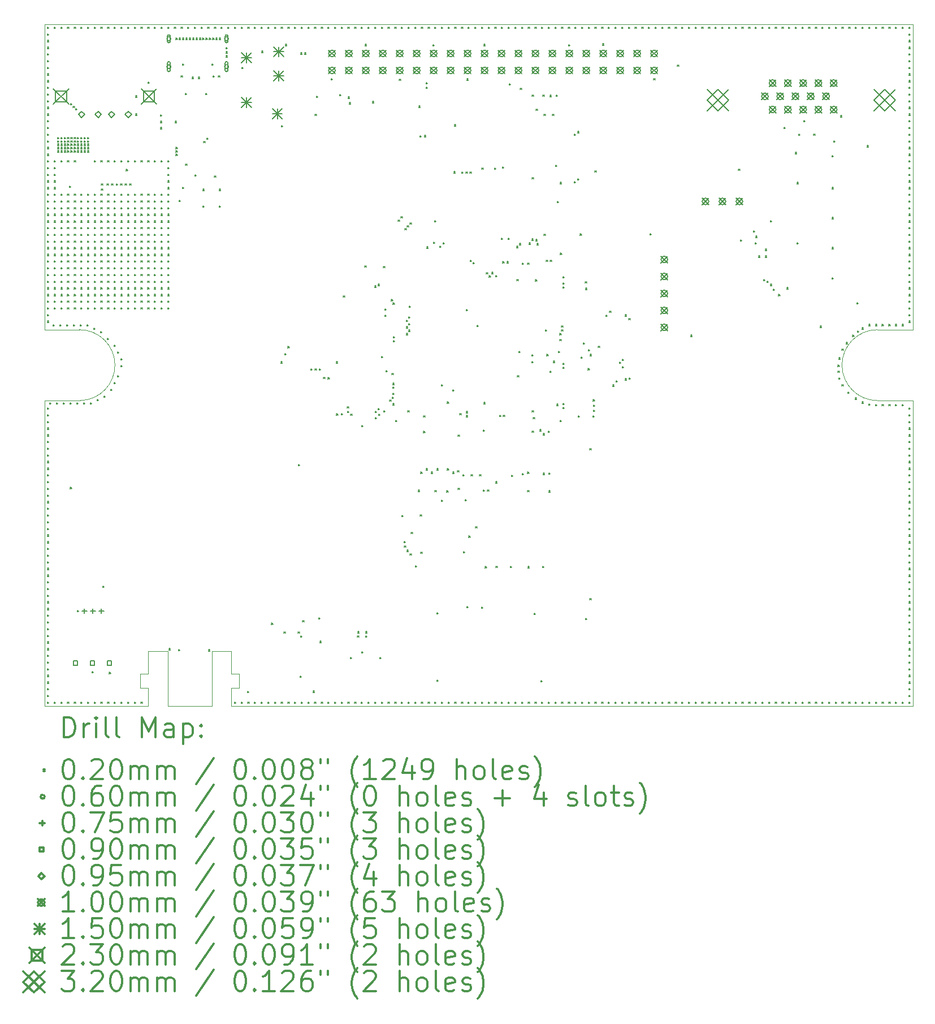
<source format=gbr>
%FSLAX45Y45*%
G04 Gerber Fmt 4.5, Leading zero omitted, Abs format (unit mm)*
G04 Created by KiCad (PCBNEW 5.1.6) date 2020-07-15 16:20:27*
%MOMM*%
%LPD*%
G01*
G04 APERTURE LIST*
%TA.AperFunction,Profile*%
%ADD10C,0.050000*%
%TD*%
%ADD11C,0.200000*%
%ADD12C,0.300000*%
G04 APERTURE END LIST*
D10*
X3850000Y-12200000D02*
X3840000Y-12200000D01*
X4500000Y-12200000D02*
X3850000Y-12200000D01*
X14470000Y-7630000D02*
G75*
G02*
X14470000Y-6570000I0J530000D01*
G01*
X15000000Y-6570000D02*
X15000000Y-2000000D01*
X14470000Y-7630000D02*
X15000000Y-7630000D01*
X14470000Y-6570000D02*
X15000000Y-6570000D01*
X4790000Y-12200000D02*
X15000000Y-12200000D01*
X3550000Y-12200000D02*
X2000000Y-12200000D01*
X3550000Y-11930000D02*
X3550000Y-12200000D01*
X3430000Y-11930000D02*
X3550000Y-11930000D01*
X3430000Y-11720000D02*
X3430000Y-11930000D01*
X3550000Y-11720000D02*
X3430000Y-11720000D01*
X3550000Y-11380000D02*
X3550000Y-11720000D01*
X3560000Y-11380000D02*
X3550000Y-11380000D01*
X3840000Y-11380000D02*
X3560000Y-11380000D01*
X3840000Y-12200000D02*
X3840000Y-11380000D01*
X4500000Y-11460000D02*
X4500000Y-12200000D01*
X4500000Y-11380000D02*
X4500000Y-11460000D01*
X4510000Y-11380000D02*
X4500000Y-11380000D01*
X4790000Y-11380000D02*
X4510000Y-11380000D01*
X4790000Y-11720000D02*
X4790000Y-11380000D01*
X4910000Y-11720000D02*
X4790000Y-11720000D01*
X4910000Y-11930000D02*
X4910000Y-11720000D01*
X4790000Y-11930000D02*
X4910000Y-11930000D01*
X4790000Y-12200000D02*
X4790000Y-11930000D01*
X15000000Y-7630000D02*
X15000000Y-12200000D01*
X2000000Y-7630000D02*
X2000000Y-12200000D01*
X2000000Y-2000000D02*
X2000000Y-6570000D01*
X2520000Y-6569906D02*
G75*
G02*
X2530000Y-7630000I0J-530094D01*
G01*
X2530000Y-7630000D02*
X2000000Y-7630000D01*
X2520000Y-6569906D02*
X2000000Y-6570000D01*
X2100000Y-2000000D02*
X2000000Y-2000000D01*
X15000000Y-2000000D02*
X2100000Y-2000000D01*
D11*
X2040000Y-2040000D02*
X2060000Y-2060000D01*
X2060000Y-2040000D02*
X2040000Y-2060000D01*
X2040000Y-2140000D02*
X2060000Y-2160000D01*
X2060000Y-2140000D02*
X2040000Y-2160000D01*
X2040000Y-2240000D02*
X2060000Y-2260000D01*
X2060000Y-2240000D02*
X2040000Y-2260000D01*
X2040000Y-2340000D02*
X2060000Y-2360000D01*
X2060000Y-2340000D02*
X2040000Y-2360000D01*
X2040000Y-2440000D02*
X2060000Y-2460000D01*
X2060000Y-2440000D02*
X2040000Y-2460000D01*
X2040000Y-2540000D02*
X2060000Y-2560000D01*
X2060000Y-2540000D02*
X2040000Y-2560000D01*
X2040000Y-2640000D02*
X2060000Y-2660000D01*
X2060000Y-2640000D02*
X2040000Y-2660000D01*
X2040000Y-2740000D02*
X2060000Y-2760000D01*
X2060000Y-2740000D02*
X2040000Y-2760000D01*
X2040000Y-2840000D02*
X2060000Y-2860000D01*
X2060000Y-2840000D02*
X2040000Y-2860000D01*
X2040000Y-2940000D02*
X2060000Y-2960000D01*
X2060000Y-2940000D02*
X2040000Y-2960000D01*
X2040000Y-3040000D02*
X2060000Y-3060000D01*
X2060000Y-3040000D02*
X2040000Y-3060000D01*
X2040000Y-3140000D02*
X2060000Y-3160000D01*
X2060000Y-3140000D02*
X2040000Y-3160000D01*
X2040000Y-3240000D02*
X2060000Y-3260000D01*
X2060000Y-3240000D02*
X2040000Y-3260000D01*
X2040000Y-3340000D02*
X2060000Y-3360000D01*
X2060000Y-3340000D02*
X2040000Y-3360000D01*
X2040000Y-3440000D02*
X2060000Y-3460000D01*
X2060000Y-3440000D02*
X2040000Y-3460000D01*
X2040000Y-3540000D02*
X2060000Y-3560000D01*
X2060000Y-3540000D02*
X2040000Y-3560000D01*
X2040000Y-3640000D02*
X2060000Y-3660000D01*
X2060000Y-3640000D02*
X2040000Y-3660000D01*
X2040000Y-3740000D02*
X2060000Y-3760000D01*
X2060000Y-3740000D02*
X2040000Y-3760000D01*
X2040000Y-3840000D02*
X2060000Y-3860000D01*
X2060000Y-3840000D02*
X2040000Y-3860000D01*
X2040000Y-3940000D02*
X2060000Y-3960000D01*
X2060000Y-3940000D02*
X2040000Y-3960000D01*
X2040000Y-4040000D02*
X2060000Y-4060000D01*
X2060000Y-4040000D02*
X2040000Y-4060000D01*
X2040000Y-4140000D02*
X2060000Y-4160000D01*
X2060000Y-4140000D02*
X2040000Y-4160000D01*
X2040000Y-4240000D02*
X2060000Y-4260000D01*
X2060000Y-4240000D02*
X2040000Y-4260000D01*
X2040000Y-4340000D02*
X2060000Y-4360000D01*
X2060000Y-4340000D02*
X2040000Y-4360000D01*
X2040000Y-4440000D02*
X2060000Y-4460000D01*
X2060000Y-4440000D02*
X2040000Y-4460000D01*
X2040000Y-4540000D02*
X2060000Y-4560000D01*
X2060000Y-4540000D02*
X2040000Y-4560000D01*
X2040000Y-4640000D02*
X2060000Y-4660000D01*
X2060000Y-4640000D02*
X2040000Y-4660000D01*
X2040000Y-4740000D02*
X2060000Y-4760000D01*
X2060000Y-4740000D02*
X2040000Y-4760000D01*
X2040000Y-4840000D02*
X2060000Y-4860000D01*
X2060000Y-4840000D02*
X2040000Y-4860000D01*
X2040000Y-4940000D02*
X2060000Y-4960000D01*
X2060000Y-4940000D02*
X2040000Y-4960000D01*
X2040000Y-5040000D02*
X2060000Y-5060000D01*
X2060000Y-5040000D02*
X2040000Y-5060000D01*
X2040000Y-5140000D02*
X2060000Y-5160000D01*
X2060000Y-5140000D02*
X2040000Y-5160000D01*
X2040000Y-5240000D02*
X2060000Y-5260000D01*
X2060000Y-5240000D02*
X2040000Y-5260000D01*
X2040000Y-5340000D02*
X2060000Y-5360000D01*
X2060000Y-5340000D02*
X2040000Y-5360000D01*
X2040000Y-5440000D02*
X2060000Y-5460000D01*
X2060000Y-5440000D02*
X2040000Y-5460000D01*
X2040000Y-5540000D02*
X2060000Y-5560000D01*
X2060000Y-5540000D02*
X2040000Y-5560000D01*
X2040000Y-5640000D02*
X2060000Y-5660000D01*
X2060000Y-5640000D02*
X2040000Y-5660000D01*
X2040000Y-5740000D02*
X2060000Y-5760000D01*
X2060000Y-5740000D02*
X2040000Y-5760000D01*
X2040000Y-5840000D02*
X2060000Y-5860000D01*
X2060000Y-5840000D02*
X2040000Y-5860000D01*
X2040000Y-5940000D02*
X2060000Y-5960000D01*
X2060000Y-5940000D02*
X2040000Y-5960000D01*
X2040000Y-6040000D02*
X2060000Y-6060000D01*
X2060000Y-6040000D02*
X2040000Y-6060000D01*
X2040000Y-6140000D02*
X2060000Y-6160000D01*
X2060000Y-6140000D02*
X2040000Y-6160000D01*
X2040000Y-6240000D02*
X2060000Y-6260000D01*
X2060000Y-6240000D02*
X2040000Y-6260000D01*
X2040000Y-6340000D02*
X2060000Y-6360000D01*
X2060000Y-6340000D02*
X2040000Y-6360000D01*
X2040000Y-6440000D02*
X2060000Y-6460000D01*
X2060000Y-6440000D02*
X2040000Y-6460000D01*
X2040000Y-7740000D02*
X2060000Y-7760000D01*
X2060000Y-7740000D02*
X2040000Y-7760000D01*
X2040000Y-7840000D02*
X2060000Y-7860000D01*
X2060000Y-7840000D02*
X2040000Y-7860000D01*
X2040000Y-7940000D02*
X2060000Y-7960000D01*
X2060000Y-7940000D02*
X2040000Y-7960000D01*
X2040000Y-8040000D02*
X2060000Y-8060000D01*
X2060000Y-8040000D02*
X2040000Y-8060000D01*
X2040000Y-8140000D02*
X2060000Y-8160000D01*
X2060000Y-8140000D02*
X2040000Y-8160000D01*
X2040000Y-8240000D02*
X2060000Y-8260000D01*
X2060000Y-8240000D02*
X2040000Y-8260000D01*
X2040000Y-8340000D02*
X2060000Y-8360000D01*
X2060000Y-8340000D02*
X2040000Y-8360000D01*
X2040000Y-8440000D02*
X2060000Y-8460000D01*
X2060000Y-8440000D02*
X2040000Y-8460000D01*
X2040000Y-8540000D02*
X2060000Y-8560000D01*
X2060000Y-8540000D02*
X2040000Y-8560000D01*
X2040000Y-8640000D02*
X2060000Y-8660000D01*
X2060000Y-8640000D02*
X2040000Y-8660000D01*
X2040000Y-8740000D02*
X2060000Y-8760000D01*
X2060000Y-8740000D02*
X2040000Y-8760000D01*
X2040000Y-8840000D02*
X2060000Y-8860000D01*
X2060000Y-8840000D02*
X2040000Y-8860000D01*
X2040000Y-8940000D02*
X2060000Y-8960000D01*
X2060000Y-8940000D02*
X2040000Y-8960000D01*
X2040000Y-9040000D02*
X2060000Y-9060000D01*
X2060000Y-9040000D02*
X2040000Y-9060000D01*
X2040000Y-9140000D02*
X2060000Y-9160000D01*
X2060000Y-9140000D02*
X2040000Y-9160000D01*
X2040000Y-9240000D02*
X2060000Y-9260000D01*
X2060000Y-9240000D02*
X2040000Y-9260000D01*
X2040000Y-9340000D02*
X2060000Y-9360000D01*
X2060000Y-9340000D02*
X2040000Y-9360000D01*
X2040000Y-9440000D02*
X2060000Y-9460000D01*
X2060000Y-9440000D02*
X2040000Y-9460000D01*
X2040000Y-9540000D02*
X2060000Y-9560000D01*
X2060000Y-9540000D02*
X2040000Y-9560000D01*
X2040000Y-9640000D02*
X2060000Y-9660000D01*
X2060000Y-9640000D02*
X2040000Y-9660000D01*
X2040000Y-9740000D02*
X2060000Y-9760000D01*
X2060000Y-9740000D02*
X2040000Y-9760000D01*
X2040000Y-9840000D02*
X2060000Y-9860000D01*
X2060000Y-9840000D02*
X2040000Y-9860000D01*
X2040000Y-9940000D02*
X2060000Y-9960000D01*
X2060000Y-9940000D02*
X2040000Y-9960000D01*
X2040000Y-10040000D02*
X2060000Y-10060000D01*
X2060000Y-10040000D02*
X2040000Y-10060000D01*
X2040000Y-10140000D02*
X2060000Y-10160000D01*
X2060000Y-10140000D02*
X2040000Y-10160000D01*
X2040000Y-10240000D02*
X2060000Y-10260000D01*
X2060000Y-10240000D02*
X2040000Y-10260000D01*
X2040000Y-10340000D02*
X2060000Y-10360000D01*
X2060000Y-10340000D02*
X2040000Y-10360000D01*
X2040000Y-10440000D02*
X2060000Y-10460000D01*
X2060000Y-10440000D02*
X2040000Y-10460000D01*
X2040000Y-10540000D02*
X2060000Y-10560000D01*
X2060000Y-10540000D02*
X2040000Y-10560000D01*
X2040000Y-10640000D02*
X2060000Y-10660000D01*
X2060000Y-10640000D02*
X2040000Y-10660000D01*
X2040000Y-10740000D02*
X2060000Y-10760000D01*
X2060000Y-10740000D02*
X2040000Y-10760000D01*
X2040000Y-10840000D02*
X2060000Y-10860000D01*
X2060000Y-10840000D02*
X2040000Y-10860000D01*
X2040000Y-10940000D02*
X2060000Y-10960000D01*
X2060000Y-10940000D02*
X2040000Y-10960000D01*
X2040000Y-11040000D02*
X2060000Y-11060000D01*
X2060000Y-11040000D02*
X2040000Y-11060000D01*
X2040000Y-11140000D02*
X2060000Y-11160000D01*
X2060000Y-11140000D02*
X2040000Y-11160000D01*
X2040000Y-11240000D02*
X2060000Y-11260000D01*
X2060000Y-11240000D02*
X2040000Y-11260000D01*
X2040000Y-11340000D02*
X2060000Y-11360000D01*
X2060000Y-11340000D02*
X2040000Y-11360000D01*
X2040000Y-11440000D02*
X2060000Y-11460000D01*
X2060000Y-11440000D02*
X2040000Y-11460000D01*
X2040000Y-11540000D02*
X2060000Y-11560000D01*
X2060000Y-11540000D02*
X2040000Y-11560000D01*
X2040000Y-11640000D02*
X2060000Y-11660000D01*
X2060000Y-11640000D02*
X2040000Y-11660000D01*
X2040000Y-11740000D02*
X2060000Y-11760000D01*
X2060000Y-11740000D02*
X2040000Y-11760000D01*
X2040000Y-11840000D02*
X2060000Y-11860000D01*
X2060000Y-11840000D02*
X2040000Y-11860000D01*
X2040000Y-11940000D02*
X2060000Y-11960000D01*
X2060000Y-11940000D02*
X2040000Y-11960000D01*
X2040000Y-12040000D02*
X2060000Y-12060000D01*
X2060000Y-12040000D02*
X2040000Y-12060000D01*
X2040000Y-12140000D02*
X2060000Y-12160000D01*
X2060000Y-12140000D02*
X2040000Y-12160000D01*
X2072800Y-7660800D02*
X2092800Y-7680800D01*
X2092800Y-7660800D02*
X2072800Y-7680800D01*
X2123600Y-6492400D02*
X2143600Y-6512400D01*
X2143600Y-6492400D02*
X2123600Y-6512400D01*
X2140000Y-2040000D02*
X2160000Y-2060000D01*
X2160000Y-2040000D02*
X2140000Y-2060000D01*
X2140000Y-4040000D02*
X2160000Y-4060000D01*
X2160000Y-4040000D02*
X2140000Y-4060000D01*
X2140000Y-4140000D02*
X2160000Y-4160000D01*
X2160000Y-4140000D02*
X2140000Y-4160000D01*
X2140000Y-4240000D02*
X2160000Y-4260000D01*
X2160000Y-4240000D02*
X2140000Y-4260000D01*
X2140000Y-4340000D02*
X2160000Y-4360000D01*
X2160000Y-4340000D02*
X2140000Y-4360000D01*
X2140000Y-4440000D02*
X2160000Y-4460000D01*
X2160000Y-4440000D02*
X2140000Y-4460000D01*
X2140000Y-4540000D02*
X2160000Y-4560000D01*
X2160000Y-4540000D02*
X2140000Y-4560000D01*
X2140000Y-4640000D02*
X2160000Y-4660000D01*
X2160000Y-4640000D02*
X2140000Y-4660000D01*
X2140000Y-4740000D02*
X2160000Y-4760000D01*
X2160000Y-4740000D02*
X2140000Y-4760000D01*
X2140000Y-4840000D02*
X2160000Y-4860000D01*
X2160000Y-4840000D02*
X2140000Y-4860000D01*
X2140000Y-4940000D02*
X2160000Y-4960000D01*
X2160000Y-4940000D02*
X2140000Y-4960000D01*
X2140000Y-5040000D02*
X2160000Y-5060000D01*
X2160000Y-5040000D02*
X2140000Y-5060000D01*
X2140000Y-5140000D02*
X2160000Y-5160000D01*
X2160000Y-5140000D02*
X2140000Y-5160000D01*
X2140000Y-5240000D02*
X2160000Y-5260000D01*
X2160000Y-5240000D02*
X2140000Y-5260000D01*
X2140000Y-5340000D02*
X2160000Y-5360000D01*
X2160000Y-5340000D02*
X2140000Y-5360000D01*
X2140000Y-5440000D02*
X2160000Y-5460000D01*
X2160000Y-5440000D02*
X2140000Y-5460000D01*
X2140000Y-5540000D02*
X2160000Y-5560000D01*
X2160000Y-5540000D02*
X2140000Y-5560000D01*
X2140000Y-5640000D02*
X2160000Y-5660000D01*
X2160000Y-5640000D02*
X2140000Y-5660000D01*
X2140000Y-5740000D02*
X2160000Y-5760000D01*
X2160000Y-5740000D02*
X2140000Y-5760000D01*
X2140000Y-5840000D02*
X2160000Y-5860000D01*
X2160000Y-5840000D02*
X2140000Y-5860000D01*
X2140000Y-5940000D02*
X2160000Y-5960000D01*
X2160000Y-5940000D02*
X2140000Y-5960000D01*
X2140000Y-6040000D02*
X2160000Y-6060000D01*
X2160000Y-6040000D02*
X2140000Y-6060000D01*
X2140000Y-6140000D02*
X2160000Y-6160000D01*
X2160000Y-6140000D02*
X2140000Y-6160000D01*
X2140000Y-6240000D02*
X2160000Y-6260000D01*
X2160000Y-6240000D02*
X2140000Y-6260000D01*
X2140000Y-12140000D02*
X2160000Y-12160000D01*
X2160000Y-12140000D02*
X2140000Y-12160000D01*
X2174400Y-7660800D02*
X2194400Y-7680800D01*
X2194400Y-7660800D02*
X2174400Y-7680800D01*
X2190000Y-3690000D02*
X2210000Y-3710000D01*
X2210000Y-3690000D02*
X2190000Y-3710000D01*
X2190000Y-3740000D02*
X2210000Y-3760000D01*
X2210000Y-3740000D02*
X2190000Y-3760000D01*
X2190000Y-3790000D02*
X2210000Y-3810000D01*
X2210000Y-3790000D02*
X2190000Y-3810000D01*
X2190000Y-3840000D02*
X2210000Y-3860000D01*
X2210000Y-3840000D02*
X2190000Y-3860000D01*
X2190000Y-3890000D02*
X2210000Y-3910000D01*
X2210000Y-3890000D02*
X2190000Y-3910000D01*
X2225200Y-6492400D02*
X2245200Y-6512400D01*
X2245200Y-6492400D02*
X2225200Y-6512400D01*
X2240000Y-2040000D02*
X2260000Y-2060000D01*
X2260000Y-2040000D02*
X2240000Y-2060000D01*
X2240000Y-3690000D02*
X2260000Y-3710000D01*
X2260000Y-3690000D02*
X2240000Y-3710000D01*
X2240000Y-3740000D02*
X2260000Y-3760000D01*
X2260000Y-3740000D02*
X2240000Y-3760000D01*
X2240000Y-3790000D02*
X2260000Y-3810000D01*
X2260000Y-3790000D02*
X2240000Y-3810000D01*
X2240000Y-3840000D02*
X2260000Y-3860000D01*
X2260000Y-3840000D02*
X2240000Y-3860000D01*
X2240000Y-3890000D02*
X2260000Y-3910000D01*
X2260000Y-3890000D02*
X2240000Y-3910000D01*
X2240000Y-4040000D02*
X2260000Y-4060000D01*
X2260000Y-4040000D02*
X2240000Y-4060000D01*
X2240000Y-4540000D02*
X2260000Y-4560000D01*
X2260000Y-4540000D02*
X2240000Y-4560000D01*
X2240000Y-4640000D02*
X2260000Y-4660000D01*
X2260000Y-4640000D02*
X2240000Y-4660000D01*
X2240000Y-4740000D02*
X2260000Y-4760000D01*
X2260000Y-4740000D02*
X2240000Y-4760000D01*
X2240000Y-4840000D02*
X2260000Y-4860000D01*
X2260000Y-4840000D02*
X2240000Y-4860000D01*
X2240000Y-4940000D02*
X2260000Y-4960000D01*
X2260000Y-4940000D02*
X2240000Y-4960000D01*
X2240000Y-5040000D02*
X2260000Y-5060000D01*
X2260000Y-5040000D02*
X2240000Y-5060000D01*
X2240000Y-5140000D02*
X2260000Y-5160000D01*
X2260000Y-5140000D02*
X2240000Y-5160000D01*
X2240000Y-5240000D02*
X2260000Y-5260000D01*
X2260000Y-5240000D02*
X2240000Y-5260000D01*
X2240000Y-5340000D02*
X2260000Y-5360000D01*
X2260000Y-5340000D02*
X2240000Y-5360000D01*
X2240000Y-5440000D02*
X2260000Y-5460000D01*
X2260000Y-5440000D02*
X2240000Y-5460000D01*
X2240000Y-5540000D02*
X2260000Y-5560000D01*
X2260000Y-5540000D02*
X2240000Y-5560000D01*
X2240000Y-5640000D02*
X2260000Y-5660000D01*
X2260000Y-5640000D02*
X2240000Y-5660000D01*
X2240000Y-5740000D02*
X2260000Y-5760000D01*
X2260000Y-5740000D02*
X2240000Y-5760000D01*
X2240000Y-5840000D02*
X2260000Y-5860000D01*
X2260000Y-5840000D02*
X2240000Y-5860000D01*
X2240000Y-5940000D02*
X2260000Y-5960000D01*
X2260000Y-5940000D02*
X2240000Y-5960000D01*
X2240000Y-6040000D02*
X2260000Y-6060000D01*
X2260000Y-6040000D02*
X2240000Y-6060000D01*
X2240000Y-6140000D02*
X2260000Y-6160000D01*
X2260000Y-6140000D02*
X2240000Y-6160000D01*
X2240000Y-6240000D02*
X2260000Y-6260000D01*
X2260000Y-6240000D02*
X2240000Y-6260000D01*
X2240000Y-12140000D02*
X2260000Y-12160000D01*
X2260000Y-12140000D02*
X2240000Y-12160000D01*
X2276000Y-7660800D02*
X2296000Y-7680800D01*
X2296000Y-7660800D02*
X2276000Y-7680800D01*
X2290000Y-3690000D02*
X2310000Y-3710000D01*
X2310000Y-3690000D02*
X2290000Y-3710000D01*
X2290000Y-3740000D02*
X2310000Y-3760000D01*
X2310000Y-3740000D02*
X2290000Y-3760000D01*
X2290000Y-3790000D02*
X2310000Y-3810000D01*
X2310000Y-3790000D02*
X2290000Y-3810000D01*
X2290000Y-3840000D02*
X2310000Y-3860000D01*
X2310000Y-3840000D02*
X2290000Y-3860000D01*
X2290000Y-3890000D02*
X2310000Y-3910000D01*
X2310000Y-3890000D02*
X2290000Y-3910000D01*
X2326800Y-6492400D02*
X2346800Y-6512400D01*
X2346800Y-6492400D02*
X2326800Y-6512400D01*
X2340000Y-2040000D02*
X2360000Y-2060000D01*
X2360000Y-2040000D02*
X2340000Y-2060000D01*
X2340000Y-3690000D02*
X2360000Y-3710000D01*
X2360000Y-3690000D02*
X2340000Y-3710000D01*
X2340000Y-3740000D02*
X2360000Y-3760000D01*
X2360000Y-3740000D02*
X2340000Y-3760000D01*
X2340000Y-3790000D02*
X2360000Y-3810000D01*
X2360000Y-3790000D02*
X2340000Y-3810000D01*
X2340000Y-3840000D02*
X2360000Y-3860000D01*
X2360000Y-3840000D02*
X2340000Y-3860000D01*
X2340000Y-3890000D02*
X2360000Y-3910000D01*
X2360000Y-3890000D02*
X2340000Y-3910000D01*
X2340000Y-4040000D02*
X2360000Y-4060000D01*
X2360000Y-4040000D02*
X2340000Y-4060000D01*
X2340000Y-4540000D02*
X2360000Y-4560000D01*
X2360000Y-4540000D02*
X2340000Y-4560000D01*
X2340000Y-4640000D02*
X2360000Y-4660000D01*
X2360000Y-4640000D02*
X2340000Y-4660000D01*
X2340000Y-4740000D02*
X2360000Y-4760000D01*
X2360000Y-4740000D02*
X2340000Y-4760000D01*
X2340000Y-4840000D02*
X2360000Y-4860000D01*
X2360000Y-4840000D02*
X2340000Y-4860000D01*
X2340000Y-4940000D02*
X2360000Y-4960000D01*
X2360000Y-4940000D02*
X2340000Y-4960000D01*
X2340000Y-5040000D02*
X2360000Y-5060000D01*
X2360000Y-5040000D02*
X2340000Y-5060000D01*
X2340000Y-5140000D02*
X2360000Y-5160000D01*
X2360000Y-5140000D02*
X2340000Y-5160000D01*
X2340000Y-5240000D02*
X2360000Y-5260000D01*
X2360000Y-5240000D02*
X2340000Y-5260000D01*
X2340000Y-5340000D02*
X2360000Y-5360000D01*
X2360000Y-5340000D02*
X2340000Y-5360000D01*
X2340000Y-5440000D02*
X2360000Y-5460000D01*
X2360000Y-5440000D02*
X2340000Y-5460000D01*
X2340000Y-5540000D02*
X2360000Y-5560000D01*
X2360000Y-5540000D02*
X2340000Y-5560000D01*
X2340000Y-5640000D02*
X2360000Y-5660000D01*
X2360000Y-5640000D02*
X2340000Y-5660000D01*
X2340000Y-5740000D02*
X2360000Y-5760000D01*
X2360000Y-5740000D02*
X2340000Y-5760000D01*
X2340000Y-5840000D02*
X2360000Y-5860000D01*
X2360000Y-5840000D02*
X2340000Y-5860000D01*
X2340000Y-5940000D02*
X2360000Y-5960000D01*
X2360000Y-5940000D02*
X2340000Y-5960000D01*
X2340000Y-6040000D02*
X2360000Y-6060000D01*
X2360000Y-6040000D02*
X2340000Y-6060000D01*
X2340000Y-6140000D02*
X2360000Y-6160000D01*
X2360000Y-6140000D02*
X2340000Y-6160000D01*
X2340000Y-6240000D02*
X2360000Y-6260000D01*
X2360000Y-6240000D02*
X2340000Y-6260000D01*
X2340000Y-12140000D02*
X2360000Y-12160000D01*
X2360000Y-12140000D02*
X2340000Y-12160000D01*
X2370000Y-4420000D02*
X2390000Y-4440000D01*
X2390000Y-4420000D02*
X2370000Y-4440000D01*
X2377600Y-7660800D02*
X2397600Y-7680800D01*
X2397600Y-7660800D02*
X2377600Y-7680800D01*
X2381410Y-8929530D02*
X2401410Y-8949530D01*
X2401410Y-8929530D02*
X2381410Y-8949530D01*
X2385000Y-3185000D02*
X2405000Y-3205000D01*
X2405000Y-3185000D02*
X2385000Y-3205000D01*
X2390000Y-3690000D02*
X2410000Y-3710000D01*
X2410000Y-3690000D02*
X2390000Y-3710000D01*
X2390000Y-3740000D02*
X2410000Y-3760000D01*
X2410000Y-3740000D02*
X2390000Y-3760000D01*
X2390000Y-3790000D02*
X2410000Y-3810000D01*
X2410000Y-3790000D02*
X2390000Y-3810000D01*
X2390000Y-3840000D02*
X2410000Y-3860000D01*
X2410000Y-3840000D02*
X2390000Y-3860000D01*
X2390000Y-3890000D02*
X2410000Y-3910000D01*
X2410000Y-3890000D02*
X2390000Y-3910000D01*
X2425000Y-3225000D02*
X2445000Y-3245000D01*
X2445000Y-3225000D02*
X2425000Y-3245000D01*
X2428400Y-6492400D02*
X2448400Y-6512400D01*
X2448400Y-6492400D02*
X2428400Y-6512400D01*
X2440000Y-2040000D02*
X2460000Y-2060000D01*
X2460000Y-2040000D02*
X2440000Y-2060000D01*
X2440000Y-3690000D02*
X2460000Y-3710000D01*
X2460000Y-3690000D02*
X2440000Y-3710000D01*
X2440000Y-3740000D02*
X2460000Y-3760000D01*
X2460000Y-3740000D02*
X2440000Y-3760000D01*
X2440000Y-3790000D02*
X2460000Y-3810000D01*
X2460000Y-3790000D02*
X2440000Y-3810000D01*
X2440000Y-3840000D02*
X2460000Y-3860000D01*
X2460000Y-3840000D02*
X2440000Y-3860000D01*
X2440000Y-3890000D02*
X2460000Y-3910000D01*
X2460000Y-3890000D02*
X2440000Y-3910000D01*
X2440000Y-4040000D02*
X2460000Y-4060000D01*
X2460000Y-4040000D02*
X2440000Y-4060000D01*
X2440000Y-4540000D02*
X2460000Y-4560000D01*
X2460000Y-4540000D02*
X2440000Y-4560000D01*
X2440000Y-4640000D02*
X2460000Y-4660000D01*
X2460000Y-4640000D02*
X2440000Y-4660000D01*
X2440000Y-4740000D02*
X2460000Y-4760000D01*
X2460000Y-4740000D02*
X2440000Y-4760000D01*
X2440000Y-4840000D02*
X2460000Y-4860000D01*
X2460000Y-4840000D02*
X2440000Y-4860000D01*
X2440000Y-4940000D02*
X2460000Y-4960000D01*
X2460000Y-4940000D02*
X2440000Y-4960000D01*
X2440000Y-5040000D02*
X2460000Y-5060000D01*
X2460000Y-5040000D02*
X2440000Y-5060000D01*
X2440000Y-5140000D02*
X2460000Y-5160000D01*
X2460000Y-5140000D02*
X2440000Y-5160000D01*
X2440000Y-5240000D02*
X2460000Y-5260000D01*
X2460000Y-5240000D02*
X2440000Y-5260000D01*
X2440000Y-5340000D02*
X2460000Y-5360000D01*
X2460000Y-5340000D02*
X2440000Y-5360000D01*
X2440000Y-5440000D02*
X2460000Y-5460000D01*
X2460000Y-5440000D02*
X2440000Y-5460000D01*
X2440000Y-5540000D02*
X2460000Y-5560000D01*
X2460000Y-5540000D02*
X2440000Y-5560000D01*
X2440000Y-5640000D02*
X2460000Y-5660000D01*
X2460000Y-5640000D02*
X2440000Y-5660000D01*
X2440000Y-5740000D02*
X2460000Y-5760000D01*
X2460000Y-5740000D02*
X2440000Y-5760000D01*
X2440000Y-5840000D02*
X2460000Y-5860000D01*
X2460000Y-5840000D02*
X2440000Y-5860000D01*
X2440000Y-5940000D02*
X2460000Y-5960000D01*
X2460000Y-5940000D02*
X2440000Y-5960000D01*
X2440000Y-6040000D02*
X2460000Y-6060000D01*
X2460000Y-6040000D02*
X2440000Y-6060000D01*
X2440000Y-6140000D02*
X2460000Y-6160000D01*
X2460000Y-6140000D02*
X2440000Y-6160000D01*
X2440000Y-6240000D02*
X2460000Y-6260000D01*
X2460000Y-6240000D02*
X2440000Y-6260000D01*
X2440000Y-12140000D02*
X2460000Y-12160000D01*
X2460000Y-12140000D02*
X2440000Y-12160000D01*
X2460000Y-3260000D02*
X2480000Y-3280000D01*
X2480000Y-3260000D02*
X2460000Y-3280000D01*
X2479200Y-7660800D02*
X2499200Y-7680800D01*
X2499200Y-7660800D02*
X2479200Y-7680800D01*
X2489360Y-10772300D02*
X2509360Y-10792300D01*
X2509360Y-10772300D02*
X2489360Y-10792300D01*
X2490000Y-3690000D02*
X2510000Y-3710000D01*
X2510000Y-3690000D02*
X2490000Y-3710000D01*
X2490000Y-3740000D02*
X2510000Y-3760000D01*
X2510000Y-3740000D02*
X2490000Y-3760000D01*
X2490000Y-3790000D02*
X2510000Y-3810000D01*
X2510000Y-3790000D02*
X2490000Y-3810000D01*
X2490000Y-3840000D02*
X2510000Y-3860000D01*
X2510000Y-3840000D02*
X2490000Y-3860000D01*
X2490000Y-3890000D02*
X2510000Y-3910000D01*
X2510000Y-3890000D02*
X2490000Y-3910000D01*
X2530000Y-6492400D02*
X2550000Y-6512400D01*
X2550000Y-6492400D02*
X2530000Y-6512400D01*
X2540000Y-2040000D02*
X2560000Y-2060000D01*
X2560000Y-2040000D02*
X2540000Y-2060000D01*
X2540000Y-3690000D02*
X2560000Y-3710000D01*
X2560000Y-3690000D02*
X2540000Y-3710000D01*
X2540000Y-3740000D02*
X2560000Y-3760000D01*
X2560000Y-3740000D02*
X2540000Y-3760000D01*
X2540000Y-3790000D02*
X2560000Y-3810000D01*
X2560000Y-3790000D02*
X2540000Y-3810000D01*
X2540000Y-3840000D02*
X2560000Y-3860000D01*
X2560000Y-3840000D02*
X2540000Y-3860000D01*
X2540000Y-3890000D02*
X2560000Y-3910000D01*
X2560000Y-3890000D02*
X2540000Y-3910000D01*
X2540000Y-4540000D02*
X2560000Y-4560000D01*
X2560000Y-4540000D02*
X2540000Y-4560000D01*
X2540000Y-4640000D02*
X2560000Y-4660000D01*
X2560000Y-4640000D02*
X2540000Y-4660000D01*
X2540000Y-4740000D02*
X2560000Y-4760000D01*
X2560000Y-4740000D02*
X2540000Y-4760000D01*
X2540000Y-4840000D02*
X2560000Y-4860000D01*
X2560000Y-4840000D02*
X2540000Y-4860000D01*
X2540000Y-4940000D02*
X2560000Y-4960000D01*
X2560000Y-4940000D02*
X2540000Y-4960000D01*
X2540000Y-5040000D02*
X2560000Y-5060000D01*
X2560000Y-5040000D02*
X2540000Y-5060000D01*
X2540000Y-5140000D02*
X2560000Y-5160000D01*
X2560000Y-5140000D02*
X2540000Y-5160000D01*
X2540000Y-5240000D02*
X2560000Y-5260000D01*
X2560000Y-5240000D02*
X2540000Y-5260000D01*
X2540000Y-5340000D02*
X2560000Y-5360000D01*
X2560000Y-5340000D02*
X2540000Y-5360000D01*
X2540000Y-5440000D02*
X2560000Y-5460000D01*
X2560000Y-5440000D02*
X2540000Y-5460000D01*
X2540000Y-5540000D02*
X2560000Y-5560000D01*
X2560000Y-5540000D02*
X2540000Y-5560000D01*
X2540000Y-5640000D02*
X2560000Y-5660000D01*
X2560000Y-5640000D02*
X2540000Y-5660000D01*
X2540000Y-5740000D02*
X2560000Y-5760000D01*
X2560000Y-5740000D02*
X2540000Y-5760000D01*
X2540000Y-5840000D02*
X2560000Y-5860000D01*
X2560000Y-5840000D02*
X2540000Y-5860000D01*
X2540000Y-5940000D02*
X2560000Y-5960000D01*
X2560000Y-5940000D02*
X2540000Y-5960000D01*
X2540000Y-6040000D02*
X2560000Y-6060000D01*
X2560000Y-6040000D02*
X2540000Y-6060000D01*
X2540000Y-6140000D02*
X2560000Y-6160000D01*
X2560000Y-6140000D02*
X2540000Y-6160000D01*
X2540000Y-6240000D02*
X2560000Y-6260000D01*
X2560000Y-6240000D02*
X2540000Y-6260000D01*
X2540000Y-12140000D02*
X2560000Y-12160000D01*
X2560000Y-12140000D02*
X2540000Y-12160000D01*
X2580800Y-7660800D02*
X2600800Y-7680800D01*
X2600800Y-7660800D02*
X2580800Y-7680800D01*
X2590000Y-3690000D02*
X2610000Y-3710000D01*
X2610000Y-3690000D02*
X2590000Y-3710000D01*
X2590000Y-3740000D02*
X2610000Y-3760000D01*
X2610000Y-3740000D02*
X2590000Y-3760000D01*
X2590000Y-3790000D02*
X2610000Y-3810000D01*
X2610000Y-3790000D02*
X2590000Y-3810000D01*
X2590000Y-3840000D02*
X2610000Y-3860000D01*
X2610000Y-3840000D02*
X2590000Y-3860000D01*
X2590000Y-3890000D02*
X2610000Y-3910000D01*
X2610000Y-3890000D02*
X2590000Y-3910000D01*
X2631600Y-6492400D02*
X2651600Y-6512400D01*
X2651600Y-6492400D02*
X2631600Y-6512400D01*
X2631600Y-6492400D02*
X2651600Y-6512400D01*
X2651600Y-6492400D02*
X2631600Y-6512400D01*
X2640000Y-2040000D02*
X2660000Y-2060000D01*
X2660000Y-2040000D02*
X2640000Y-2060000D01*
X2640000Y-3690000D02*
X2660000Y-3710000D01*
X2660000Y-3690000D02*
X2640000Y-3710000D01*
X2640000Y-3740000D02*
X2660000Y-3760000D01*
X2660000Y-3740000D02*
X2640000Y-3760000D01*
X2640000Y-3790000D02*
X2660000Y-3810000D01*
X2660000Y-3790000D02*
X2640000Y-3810000D01*
X2640000Y-3840000D02*
X2660000Y-3860000D01*
X2660000Y-3840000D02*
X2640000Y-3860000D01*
X2640000Y-3890000D02*
X2660000Y-3910000D01*
X2660000Y-3890000D02*
X2640000Y-3910000D01*
X2640000Y-4540000D02*
X2660000Y-4560000D01*
X2660000Y-4540000D02*
X2640000Y-4560000D01*
X2640000Y-4640000D02*
X2660000Y-4660000D01*
X2660000Y-4640000D02*
X2640000Y-4660000D01*
X2640000Y-4740000D02*
X2660000Y-4760000D01*
X2660000Y-4740000D02*
X2640000Y-4760000D01*
X2640000Y-4840000D02*
X2660000Y-4860000D01*
X2660000Y-4840000D02*
X2640000Y-4860000D01*
X2640000Y-4940000D02*
X2660000Y-4960000D01*
X2660000Y-4940000D02*
X2640000Y-4960000D01*
X2640000Y-5040000D02*
X2660000Y-5060000D01*
X2660000Y-5040000D02*
X2640000Y-5060000D01*
X2640000Y-5140000D02*
X2660000Y-5160000D01*
X2660000Y-5140000D02*
X2640000Y-5160000D01*
X2640000Y-5240000D02*
X2660000Y-5260000D01*
X2660000Y-5240000D02*
X2640000Y-5260000D01*
X2640000Y-5340000D02*
X2660000Y-5360000D01*
X2660000Y-5340000D02*
X2640000Y-5360000D01*
X2640000Y-5440000D02*
X2660000Y-5460000D01*
X2660000Y-5440000D02*
X2640000Y-5460000D01*
X2640000Y-5540000D02*
X2660000Y-5560000D01*
X2660000Y-5540000D02*
X2640000Y-5560000D01*
X2640000Y-5640000D02*
X2660000Y-5660000D01*
X2660000Y-5640000D02*
X2640000Y-5660000D01*
X2640000Y-5740000D02*
X2660000Y-5760000D01*
X2660000Y-5740000D02*
X2640000Y-5760000D01*
X2640000Y-5840000D02*
X2660000Y-5860000D01*
X2660000Y-5840000D02*
X2640000Y-5860000D01*
X2640000Y-5940000D02*
X2660000Y-5960000D01*
X2660000Y-5940000D02*
X2640000Y-5960000D01*
X2640000Y-6040000D02*
X2660000Y-6060000D01*
X2660000Y-6040000D02*
X2640000Y-6060000D01*
X2640000Y-6140000D02*
X2660000Y-6160000D01*
X2660000Y-6140000D02*
X2640000Y-6160000D01*
X2640000Y-6240000D02*
X2660000Y-6260000D01*
X2660000Y-6240000D02*
X2640000Y-6260000D01*
X2640000Y-12140000D02*
X2660000Y-12160000D01*
X2660000Y-12140000D02*
X2640000Y-12160000D01*
X2682400Y-7660800D02*
X2702400Y-7680800D01*
X2702400Y-7660800D02*
X2682400Y-7680800D01*
X2709070Y-11685430D02*
X2729070Y-11705430D01*
X2729070Y-11685430D02*
X2709070Y-11705430D01*
X2733200Y-6543200D02*
X2753200Y-6563200D01*
X2753200Y-6543200D02*
X2733200Y-6563200D01*
X2740000Y-2040000D02*
X2760000Y-2060000D01*
X2760000Y-2040000D02*
X2740000Y-2060000D01*
X2740000Y-4040000D02*
X2760000Y-4060000D01*
X2760000Y-4040000D02*
X2740000Y-4060000D01*
X2740000Y-4540000D02*
X2760000Y-4560000D01*
X2760000Y-4540000D02*
X2740000Y-4560000D01*
X2740000Y-4640000D02*
X2760000Y-4660000D01*
X2760000Y-4640000D02*
X2740000Y-4660000D01*
X2740000Y-4740000D02*
X2760000Y-4760000D01*
X2760000Y-4740000D02*
X2740000Y-4760000D01*
X2740000Y-4840000D02*
X2760000Y-4860000D01*
X2760000Y-4840000D02*
X2740000Y-4860000D01*
X2740000Y-4940000D02*
X2760000Y-4960000D01*
X2760000Y-4940000D02*
X2740000Y-4960000D01*
X2740000Y-5040000D02*
X2760000Y-5060000D01*
X2760000Y-5040000D02*
X2740000Y-5060000D01*
X2740000Y-5140000D02*
X2760000Y-5160000D01*
X2760000Y-5140000D02*
X2740000Y-5160000D01*
X2740000Y-5240000D02*
X2760000Y-5260000D01*
X2760000Y-5240000D02*
X2740000Y-5260000D01*
X2740000Y-5340000D02*
X2760000Y-5360000D01*
X2760000Y-5340000D02*
X2740000Y-5360000D01*
X2740000Y-5440000D02*
X2760000Y-5460000D01*
X2760000Y-5440000D02*
X2740000Y-5460000D01*
X2740000Y-5540000D02*
X2760000Y-5560000D01*
X2760000Y-5540000D02*
X2740000Y-5560000D01*
X2740000Y-5640000D02*
X2760000Y-5660000D01*
X2760000Y-5640000D02*
X2740000Y-5660000D01*
X2740000Y-5740000D02*
X2760000Y-5760000D01*
X2760000Y-5740000D02*
X2740000Y-5760000D01*
X2740000Y-5840000D02*
X2760000Y-5860000D01*
X2760000Y-5840000D02*
X2740000Y-5860000D01*
X2740000Y-5940000D02*
X2760000Y-5960000D01*
X2760000Y-5940000D02*
X2740000Y-5960000D01*
X2740000Y-6040000D02*
X2760000Y-6060000D01*
X2760000Y-6040000D02*
X2740000Y-6060000D01*
X2740000Y-6140000D02*
X2760000Y-6160000D01*
X2760000Y-6140000D02*
X2740000Y-6160000D01*
X2740000Y-6240000D02*
X2760000Y-6260000D01*
X2760000Y-6240000D02*
X2740000Y-6260000D01*
X2740000Y-12140000D02*
X2760000Y-12160000D01*
X2760000Y-12140000D02*
X2740000Y-12160000D01*
X2784000Y-7610000D02*
X2804000Y-7630000D01*
X2804000Y-7610000D02*
X2784000Y-7630000D01*
X2834800Y-6594000D02*
X2854800Y-6614000D01*
X2854800Y-6594000D02*
X2834800Y-6614000D01*
X2840000Y-2040000D02*
X2860000Y-2060000D01*
X2860000Y-2040000D02*
X2840000Y-2060000D01*
X2840000Y-4040000D02*
X2860000Y-4060000D01*
X2860000Y-4040000D02*
X2840000Y-4060000D01*
X2840000Y-4540000D02*
X2860000Y-4560000D01*
X2860000Y-4540000D02*
X2840000Y-4560000D01*
X2840000Y-4640000D02*
X2860000Y-4660000D01*
X2860000Y-4640000D02*
X2840000Y-4660000D01*
X2840000Y-4740000D02*
X2860000Y-4760000D01*
X2860000Y-4740000D02*
X2840000Y-4760000D01*
X2840000Y-4840000D02*
X2860000Y-4860000D01*
X2860000Y-4840000D02*
X2840000Y-4860000D01*
X2840000Y-4940000D02*
X2860000Y-4960000D01*
X2860000Y-4940000D02*
X2840000Y-4960000D01*
X2840000Y-5040000D02*
X2860000Y-5060000D01*
X2860000Y-5040000D02*
X2840000Y-5060000D01*
X2840000Y-5140000D02*
X2860000Y-5160000D01*
X2860000Y-5140000D02*
X2840000Y-5160000D01*
X2840000Y-5240000D02*
X2860000Y-5260000D01*
X2860000Y-5240000D02*
X2840000Y-5260000D01*
X2840000Y-5340000D02*
X2860000Y-5360000D01*
X2860000Y-5340000D02*
X2840000Y-5360000D01*
X2840000Y-5440000D02*
X2860000Y-5460000D01*
X2860000Y-5440000D02*
X2840000Y-5460000D01*
X2840000Y-5540000D02*
X2860000Y-5560000D01*
X2860000Y-5540000D02*
X2840000Y-5560000D01*
X2840000Y-5640000D02*
X2860000Y-5660000D01*
X2860000Y-5640000D02*
X2840000Y-5660000D01*
X2840000Y-5740000D02*
X2860000Y-5760000D01*
X2860000Y-5740000D02*
X2840000Y-5760000D01*
X2840000Y-5840000D02*
X2860000Y-5860000D01*
X2860000Y-5840000D02*
X2840000Y-5860000D01*
X2840000Y-5940000D02*
X2860000Y-5960000D01*
X2860000Y-5940000D02*
X2840000Y-5960000D01*
X2840000Y-6040000D02*
X2860000Y-6060000D01*
X2860000Y-6040000D02*
X2840000Y-6060000D01*
X2840000Y-6140000D02*
X2860000Y-6160000D01*
X2860000Y-6140000D02*
X2840000Y-6160000D01*
X2840000Y-6240000D02*
X2860000Y-6260000D01*
X2860000Y-6240000D02*
X2840000Y-6260000D01*
X2840000Y-12140000D02*
X2860000Y-12160000D01*
X2860000Y-12140000D02*
X2840000Y-12160000D01*
X2846060Y-4384520D02*
X2866060Y-4404520D01*
X2866060Y-4384520D02*
X2846060Y-4404520D01*
X2846060Y-4460720D02*
X2866060Y-4480720D01*
X2866060Y-4460720D02*
X2846060Y-4480720D01*
X2870360Y-10404000D02*
X2890360Y-10424000D01*
X2890360Y-10404000D02*
X2870360Y-10424000D01*
X2885600Y-7559200D02*
X2905600Y-7579200D01*
X2905600Y-7559200D02*
X2885600Y-7579200D01*
X2932320Y-4384620D02*
X2952320Y-4404620D01*
X2952320Y-4384620D02*
X2932320Y-4404620D01*
X2936400Y-6695600D02*
X2956400Y-6715600D01*
X2956400Y-6695600D02*
X2936400Y-6715600D01*
X2940000Y-2040000D02*
X2960000Y-2060000D01*
X2960000Y-2040000D02*
X2940000Y-2060000D01*
X2940000Y-4040000D02*
X2960000Y-4060000D01*
X2960000Y-4040000D02*
X2940000Y-4060000D01*
X2940000Y-4540000D02*
X2960000Y-4560000D01*
X2960000Y-4540000D02*
X2940000Y-4560000D01*
X2940000Y-4640000D02*
X2960000Y-4660000D01*
X2960000Y-4640000D02*
X2940000Y-4660000D01*
X2940000Y-4740000D02*
X2960000Y-4760000D01*
X2960000Y-4740000D02*
X2940000Y-4760000D01*
X2940000Y-4840000D02*
X2960000Y-4860000D01*
X2960000Y-4840000D02*
X2940000Y-4860000D01*
X2940000Y-4940000D02*
X2960000Y-4960000D01*
X2960000Y-4940000D02*
X2940000Y-4960000D01*
X2940000Y-5040000D02*
X2960000Y-5060000D01*
X2960000Y-5040000D02*
X2940000Y-5060000D01*
X2940000Y-5140000D02*
X2960000Y-5160000D01*
X2960000Y-5140000D02*
X2940000Y-5160000D01*
X2940000Y-5240000D02*
X2960000Y-5260000D01*
X2960000Y-5240000D02*
X2940000Y-5260000D01*
X2940000Y-5340000D02*
X2960000Y-5360000D01*
X2960000Y-5340000D02*
X2940000Y-5360000D01*
X2940000Y-5440000D02*
X2960000Y-5460000D01*
X2960000Y-5440000D02*
X2940000Y-5460000D01*
X2940000Y-5540000D02*
X2960000Y-5560000D01*
X2960000Y-5540000D02*
X2940000Y-5560000D01*
X2940000Y-5640000D02*
X2960000Y-5660000D01*
X2960000Y-5640000D02*
X2940000Y-5660000D01*
X2940000Y-5740000D02*
X2960000Y-5760000D01*
X2960000Y-5740000D02*
X2940000Y-5760000D01*
X2940000Y-5840000D02*
X2960000Y-5860000D01*
X2960000Y-5840000D02*
X2940000Y-5860000D01*
X2940000Y-5940000D02*
X2960000Y-5960000D01*
X2960000Y-5940000D02*
X2940000Y-5960000D01*
X2940000Y-6040000D02*
X2960000Y-6060000D01*
X2960000Y-6040000D02*
X2940000Y-6060000D01*
X2940000Y-6140000D02*
X2960000Y-6160000D01*
X2960000Y-6140000D02*
X2940000Y-6160000D01*
X2940000Y-6240000D02*
X2960000Y-6260000D01*
X2960000Y-6240000D02*
X2940000Y-6260000D01*
X2940000Y-12140000D02*
X2960000Y-12160000D01*
X2960000Y-12140000D02*
X2940000Y-12160000D01*
X2966880Y-11695590D02*
X2986880Y-11715590D01*
X2986880Y-11695590D02*
X2966880Y-11715590D01*
X2987200Y-7457600D02*
X3007200Y-7477600D01*
X3007200Y-7457600D02*
X2987200Y-7477600D01*
X2998360Y-4384620D02*
X3018360Y-4404620D01*
X3018360Y-4384620D02*
X2998360Y-4404620D01*
X3038000Y-6797200D02*
X3058000Y-6817200D01*
X3058000Y-6797200D02*
X3038000Y-6817200D01*
X3038000Y-7356000D02*
X3058000Y-7376000D01*
X3058000Y-7356000D02*
X3038000Y-7376000D01*
X3040000Y-2040000D02*
X3060000Y-2060000D01*
X3060000Y-2040000D02*
X3040000Y-2060000D01*
X3040000Y-4040000D02*
X3060000Y-4060000D01*
X3060000Y-4040000D02*
X3040000Y-4060000D01*
X3040000Y-4540000D02*
X3060000Y-4560000D01*
X3060000Y-4540000D02*
X3040000Y-4560000D01*
X3040000Y-4640000D02*
X3060000Y-4660000D01*
X3060000Y-4640000D02*
X3040000Y-4660000D01*
X3040000Y-4740000D02*
X3060000Y-4760000D01*
X3060000Y-4740000D02*
X3040000Y-4760000D01*
X3040000Y-4840000D02*
X3060000Y-4860000D01*
X3060000Y-4840000D02*
X3040000Y-4860000D01*
X3040000Y-4940000D02*
X3060000Y-4960000D01*
X3060000Y-4940000D02*
X3040000Y-4960000D01*
X3040000Y-5040000D02*
X3060000Y-5060000D01*
X3060000Y-5040000D02*
X3040000Y-5060000D01*
X3040000Y-5140000D02*
X3060000Y-5160000D01*
X3060000Y-5140000D02*
X3040000Y-5160000D01*
X3040000Y-5240000D02*
X3060000Y-5260000D01*
X3060000Y-5240000D02*
X3040000Y-5260000D01*
X3040000Y-5340000D02*
X3060000Y-5360000D01*
X3060000Y-5340000D02*
X3040000Y-5360000D01*
X3040000Y-5440000D02*
X3060000Y-5460000D01*
X3060000Y-5440000D02*
X3040000Y-5460000D01*
X3040000Y-5540000D02*
X3060000Y-5560000D01*
X3060000Y-5540000D02*
X3040000Y-5560000D01*
X3040000Y-5640000D02*
X3060000Y-5660000D01*
X3060000Y-5640000D02*
X3040000Y-5660000D01*
X3040000Y-5740000D02*
X3060000Y-5760000D01*
X3060000Y-5740000D02*
X3040000Y-5760000D01*
X3040000Y-5840000D02*
X3060000Y-5860000D01*
X3060000Y-5840000D02*
X3040000Y-5860000D01*
X3040000Y-5940000D02*
X3060000Y-5960000D01*
X3060000Y-5940000D02*
X3040000Y-5960000D01*
X3040000Y-6040000D02*
X3060000Y-6060000D01*
X3060000Y-6040000D02*
X3040000Y-6060000D01*
X3040000Y-6140000D02*
X3060000Y-6160000D01*
X3060000Y-6140000D02*
X3040000Y-6160000D01*
X3040000Y-6240000D02*
X3060000Y-6260000D01*
X3060000Y-6240000D02*
X3040000Y-6260000D01*
X3040000Y-12140000D02*
X3060000Y-12160000D01*
X3060000Y-12140000D02*
X3040000Y-12160000D01*
X3069480Y-4384620D02*
X3089480Y-4404620D01*
X3089480Y-4384620D02*
X3069480Y-4404620D01*
X3088800Y-6898800D02*
X3108800Y-6918800D01*
X3108800Y-6898800D02*
X3088800Y-6918800D01*
X3088800Y-7254400D02*
X3108800Y-7274400D01*
X3108800Y-7254400D02*
X3088800Y-7274400D01*
X3135520Y-4384620D02*
X3155520Y-4404620D01*
X3155520Y-4384620D02*
X3135520Y-4404620D01*
X3139600Y-7000400D02*
X3159600Y-7020400D01*
X3159600Y-7000400D02*
X3139600Y-7020400D01*
X3139600Y-7102000D02*
X3159600Y-7122000D01*
X3159600Y-7102000D02*
X3139600Y-7122000D01*
X3140000Y-2040000D02*
X3160000Y-2060000D01*
X3160000Y-2040000D02*
X3140000Y-2060000D01*
X3140000Y-4040000D02*
X3160000Y-4060000D01*
X3160000Y-4040000D02*
X3140000Y-4060000D01*
X3140000Y-4540000D02*
X3160000Y-4560000D01*
X3160000Y-4540000D02*
X3140000Y-4560000D01*
X3140000Y-4640000D02*
X3160000Y-4660000D01*
X3160000Y-4640000D02*
X3140000Y-4660000D01*
X3140000Y-4740000D02*
X3160000Y-4760000D01*
X3160000Y-4740000D02*
X3140000Y-4760000D01*
X3140000Y-4840000D02*
X3160000Y-4860000D01*
X3160000Y-4840000D02*
X3140000Y-4860000D01*
X3140000Y-4940000D02*
X3160000Y-4960000D01*
X3160000Y-4940000D02*
X3140000Y-4960000D01*
X3140000Y-5040000D02*
X3160000Y-5060000D01*
X3160000Y-5040000D02*
X3140000Y-5060000D01*
X3140000Y-5140000D02*
X3160000Y-5160000D01*
X3160000Y-5140000D02*
X3140000Y-5160000D01*
X3140000Y-5240000D02*
X3160000Y-5260000D01*
X3160000Y-5240000D02*
X3140000Y-5260000D01*
X3140000Y-5340000D02*
X3160000Y-5360000D01*
X3160000Y-5340000D02*
X3140000Y-5360000D01*
X3140000Y-5440000D02*
X3160000Y-5460000D01*
X3160000Y-5440000D02*
X3140000Y-5460000D01*
X3140000Y-5540000D02*
X3160000Y-5560000D01*
X3160000Y-5540000D02*
X3140000Y-5560000D01*
X3140000Y-5640000D02*
X3160000Y-5660000D01*
X3160000Y-5640000D02*
X3140000Y-5660000D01*
X3140000Y-5740000D02*
X3160000Y-5760000D01*
X3160000Y-5740000D02*
X3140000Y-5760000D01*
X3140000Y-5840000D02*
X3160000Y-5860000D01*
X3160000Y-5840000D02*
X3140000Y-5860000D01*
X3140000Y-5940000D02*
X3160000Y-5960000D01*
X3160000Y-5940000D02*
X3140000Y-5960000D01*
X3140000Y-6040000D02*
X3160000Y-6060000D01*
X3160000Y-6040000D02*
X3140000Y-6060000D01*
X3140000Y-6140000D02*
X3160000Y-6160000D01*
X3160000Y-6140000D02*
X3140000Y-6160000D01*
X3140000Y-6240000D02*
X3160000Y-6260000D01*
X3160000Y-6240000D02*
X3140000Y-6260000D01*
X3140000Y-12140000D02*
X3160000Y-12160000D01*
X3160000Y-12140000D02*
X3140000Y-12160000D01*
X3204100Y-4384620D02*
X3224100Y-4404620D01*
X3224100Y-4384620D02*
X3204100Y-4404620D01*
X3220000Y-4170000D02*
X3240000Y-4190000D01*
X3240000Y-4170000D02*
X3220000Y-4190000D01*
X3240000Y-2040000D02*
X3260000Y-2060000D01*
X3260000Y-2040000D02*
X3240000Y-2060000D01*
X3240000Y-4040000D02*
X3260000Y-4060000D01*
X3260000Y-4040000D02*
X3240000Y-4060000D01*
X3240000Y-4540000D02*
X3260000Y-4560000D01*
X3260000Y-4540000D02*
X3240000Y-4560000D01*
X3240000Y-4640000D02*
X3260000Y-4660000D01*
X3260000Y-4640000D02*
X3240000Y-4660000D01*
X3240000Y-4740000D02*
X3260000Y-4760000D01*
X3260000Y-4740000D02*
X3240000Y-4760000D01*
X3240000Y-4840000D02*
X3260000Y-4860000D01*
X3260000Y-4840000D02*
X3240000Y-4860000D01*
X3240000Y-4940000D02*
X3260000Y-4960000D01*
X3260000Y-4940000D02*
X3240000Y-4960000D01*
X3240000Y-5040000D02*
X3260000Y-5060000D01*
X3260000Y-5040000D02*
X3240000Y-5060000D01*
X3240000Y-5140000D02*
X3260000Y-5160000D01*
X3260000Y-5140000D02*
X3240000Y-5160000D01*
X3240000Y-5240000D02*
X3260000Y-5260000D01*
X3260000Y-5240000D02*
X3240000Y-5260000D01*
X3240000Y-5340000D02*
X3260000Y-5360000D01*
X3260000Y-5340000D02*
X3240000Y-5360000D01*
X3240000Y-5440000D02*
X3260000Y-5460000D01*
X3260000Y-5440000D02*
X3240000Y-5460000D01*
X3240000Y-5540000D02*
X3260000Y-5560000D01*
X3260000Y-5540000D02*
X3240000Y-5560000D01*
X3240000Y-5640000D02*
X3260000Y-5660000D01*
X3260000Y-5640000D02*
X3240000Y-5660000D01*
X3240000Y-5740000D02*
X3260000Y-5760000D01*
X3260000Y-5740000D02*
X3240000Y-5760000D01*
X3240000Y-5840000D02*
X3260000Y-5860000D01*
X3260000Y-5840000D02*
X3240000Y-5860000D01*
X3240000Y-5940000D02*
X3260000Y-5960000D01*
X3260000Y-5940000D02*
X3240000Y-5960000D01*
X3240000Y-6040000D02*
X3260000Y-6060000D01*
X3260000Y-6040000D02*
X3240000Y-6060000D01*
X3240000Y-6140000D02*
X3260000Y-6160000D01*
X3260000Y-6140000D02*
X3240000Y-6160000D01*
X3240000Y-6240000D02*
X3260000Y-6260000D01*
X3260000Y-6240000D02*
X3240000Y-6260000D01*
X3240000Y-12140000D02*
X3260000Y-12160000D01*
X3260000Y-12140000D02*
X3240000Y-12160000D01*
X3270140Y-4384620D02*
X3290140Y-4404620D01*
X3290140Y-4384620D02*
X3270140Y-4404620D01*
X3340000Y-2040000D02*
X3360000Y-2060000D01*
X3360000Y-2040000D02*
X3340000Y-2060000D01*
X3340000Y-4040000D02*
X3360000Y-4060000D01*
X3360000Y-4040000D02*
X3340000Y-4060000D01*
X3340000Y-4540000D02*
X3360000Y-4560000D01*
X3360000Y-4540000D02*
X3340000Y-4560000D01*
X3340000Y-4640000D02*
X3360000Y-4660000D01*
X3360000Y-4640000D02*
X3340000Y-4660000D01*
X3340000Y-4740000D02*
X3360000Y-4760000D01*
X3360000Y-4740000D02*
X3340000Y-4760000D01*
X3340000Y-4840000D02*
X3360000Y-4860000D01*
X3360000Y-4840000D02*
X3340000Y-4860000D01*
X3340000Y-4940000D02*
X3360000Y-4960000D01*
X3360000Y-4940000D02*
X3340000Y-4960000D01*
X3340000Y-5040000D02*
X3360000Y-5060000D01*
X3360000Y-5040000D02*
X3340000Y-5060000D01*
X3340000Y-5140000D02*
X3360000Y-5160000D01*
X3360000Y-5140000D02*
X3340000Y-5160000D01*
X3340000Y-5240000D02*
X3360000Y-5260000D01*
X3360000Y-5240000D02*
X3340000Y-5260000D01*
X3340000Y-5340000D02*
X3360000Y-5360000D01*
X3360000Y-5340000D02*
X3340000Y-5360000D01*
X3340000Y-5440000D02*
X3360000Y-5460000D01*
X3360000Y-5440000D02*
X3340000Y-5460000D01*
X3340000Y-5540000D02*
X3360000Y-5560000D01*
X3360000Y-5540000D02*
X3340000Y-5560000D01*
X3340000Y-5640000D02*
X3360000Y-5660000D01*
X3360000Y-5640000D02*
X3340000Y-5660000D01*
X3340000Y-5740000D02*
X3360000Y-5760000D01*
X3360000Y-5740000D02*
X3340000Y-5760000D01*
X3340000Y-5840000D02*
X3360000Y-5860000D01*
X3360000Y-5840000D02*
X3340000Y-5860000D01*
X3340000Y-5940000D02*
X3360000Y-5960000D01*
X3360000Y-5940000D02*
X3340000Y-5960000D01*
X3340000Y-6040000D02*
X3360000Y-6060000D01*
X3360000Y-6040000D02*
X3340000Y-6060000D01*
X3340000Y-6140000D02*
X3360000Y-6160000D01*
X3360000Y-6140000D02*
X3340000Y-6160000D01*
X3340000Y-6240000D02*
X3360000Y-6260000D01*
X3360000Y-6240000D02*
X3340000Y-6260000D01*
X3340000Y-12140000D02*
X3360000Y-12160000D01*
X3360000Y-12140000D02*
X3340000Y-12160000D01*
X3360000Y-3340000D02*
X3380000Y-3360000D01*
X3380000Y-3340000D02*
X3360000Y-3360000D01*
X3361000Y-3069000D02*
X3381000Y-3089000D01*
X3381000Y-3069000D02*
X3361000Y-3089000D01*
X3440000Y-2040000D02*
X3460000Y-2060000D01*
X3460000Y-2040000D02*
X3440000Y-2060000D01*
X3440000Y-4040000D02*
X3460000Y-4060000D01*
X3460000Y-4040000D02*
X3440000Y-4060000D01*
X3440000Y-4540000D02*
X3460000Y-4560000D01*
X3460000Y-4540000D02*
X3440000Y-4560000D01*
X3440000Y-4640000D02*
X3460000Y-4660000D01*
X3460000Y-4640000D02*
X3440000Y-4660000D01*
X3440000Y-4740000D02*
X3460000Y-4760000D01*
X3460000Y-4740000D02*
X3440000Y-4760000D01*
X3440000Y-4840000D02*
X3460000Y-4860000D01*
X3460000Y-4840000D02*
X3440000Y-4860000D01*
X3440000Y-4940000D02*
X3460000Y-4960000D01*
X3460000Y-4940000D02*
X3440000Y-4960000D01*
X3440000Y-5040000D02*
X3460000Y-5060000D01*
X3460000Y-5040000D02*
X3440000Y-5060000D01*
X3440000Y-5140000D02*
X3460000Y-5160000D01*
X3460000Y-5140000D02*
X3440000Y-5160000D01*
X3440000Y-5240000D02*
X3460000Y-5260000D01*
X3460000Y-5240000D02*
X3440000Y-5260000D01*
X3440000Y-5340000D02*
X3460000Y-5360000D01*
X3460000Y-5340000D02*
X3440000Y-5360000D01*
X3440000Y-5440000D02*
X3460000Y-5460000D01*
X3460000Y-5440000D02*
X3440000Y-5460000D01*
X3440000Y-5540000D02*
X3460000Y-5560000D01*
X3460000Y-5540000D02*
X3440000Y-5560000D01*
X3440000Y-5640000D02*
X3460000Y-5660000D01*
X3460000Y-5640000D02*
X3440000Y-5660000D01*
X3440000Y-5740000D02*
X3460000Y-5760000D01*
X3460000Y-5740000D02*
X3440000Y-5760000D01*
X3440000Y-5840000D02*
X3460000Y-5860000D01*
X3460000Y-5840000D02*
X3440000Y-5860000D01*
X3440000Y-5940000D02*
X3460000Y-5960000D01*
X3460000Y-5940000D02*
X3440000Y-5960000D01*
X3440000Y-6040000D02*
X3460000Y-6060000D01*
X3460000Y-6040000D02*
X3440000Y-6060000D01*
X3440000Y-6140000D02*
X3460000Y-6160000D01*
X3460000Y-6140000D02*
X3440000Y-6160000D01*
X3440000Y-6240000D02*
X3460000Y-6260000D01*
X3460000Y-6240000D02*
X3440000Y-6260000D01*
X3440000Y-12140000D02*
X3460000Y-12160000D01*
X3460000Y-12140000D02*
X3440000Y-12160000D01*
X3540000Y-2040000D02*
X3560000Y-2060000D01*
X3560000Y-2040000D02*
X3540000Y-2060000D01*
X3540000Y-4040000D02*
X3560000Y-4060000D01*
X3560000Y-4040000D02*
X3540000Y-4060000D01*
X3540000Y-4540000D02*
X3560000Y-4560000D01*
X3560000Y-4540000D02*
X3540000Y-4560000D01*
X3540000Y-4640000D02*
X3560000Y-4660000D01*
X3560000Y-4640000D02*
X3540000Y-4660000D01*
X3540000Y-4740000D02*
X3560000Y-4760000D01*
X3560000Y-4740000D02*
X3540000Y-4760000D01*
X3540000Y-4840000D02*
X3560000Y-4860000D01*
X3560000Y-4840000D02*
X3540000Y-4860000D01*
X3540000Y-4940000D02*
X3560000Y-4960000D01*
X3560000Y-4940000D02*
X3540000Y-4960000D01*
X3540000Y-5040000D02*
X3560000Y-5060000D01*
X3560000Y-5040000D02*
X3540000Y-5060000D01*
X3540000Y-5140000D02*
X3560000Y-5160000D01*
X3560000Y-5140000D02*
X3540000Y-5160000D01*
X3540000Y-5240000D02*
X3560000Y-5260000D01*
X3560000Y-5240000D02*
X3540000Y-5260000D01*
X3540000Y-5340000D02*
X3560000Y-5360000D01*
X3560000Y-5340000D02*
X3540000Y-5360000D01*
X3540000Y-5440000D02*
X3560000Y-5460000D01*
X3560000Y-5440000D02*
X3540000Y-5460000D01*
X3540000Y-5540000D02*
X3560000Y-5560000D01*
X3560000Y-5540000D02*
X3540000Y-5560000D01*
X3540000Y-5640000D02*
X3560000Y-5660000D01*
X3560000Y-5640000D02*
X3540000Y-5660000D01*
X3540000Y-5740000D02*
X3560000Y-5760000D01*
X3560000Y-5740000D02*
X3540000Y-5760000D01*
X3540000Y-5840000D02*
X3560000Y-5860000D01*
X3560000Y-5840000D02*
X3540000Y-5860000D01*
X3540000Y-5940000D02*
X3560000Y-5960000D01*
X3560000Y-5940000D02*
X3540000Y-5960000D01*
X3540000Y-6040000D02*
X3560000Y-6060000D01*
X3560000Y-6040000D02*
X3540000Y-6060000D01*
X3540000Y-6140000D02*
X3560000Y-6160000D01*
X3560000Y-6140000D02*
X3540000Y-6160000D01*
X3540000Y-6240000D02*
X3560000Y-6260000D01*
X3560000Y-6240000D02*
X3540000Y-6260000D01*
X3547000Y-2863000D02*
X3567000Y-2883000D01*
X3567000Y-2863000D02*
X3547000Y-2883000D01*
X3640000Y-2040000D02*
X3660000Y-2060000D01*
X3660000Y-2040000D02*
X3640000Y-2060000D01*
X3640000Y-4040000D02*
X3660000Y-4060000D01*
X3660000Y-4040000D02*
X3640000Y-4060000D01*
X3640000Y-4540000D02*
X3660000Y-4560000D01*
X3660000Y-4540000D02*
X3640000Y-4560000D01*
X3640000Y-4640000D02*
X3660000Y-4660000D01*
X3660000Y-4640000D02*
X3640000Y-4660000D01*
X3640000Y-4740000D02*
X3660000Y-4760000D01*
X3660000Y-4740000D02*
X3640000Y-4760000D01*
X3640000Y-4840000D02*
X3660000Y-4860000D01*
X3660000Y-4840000D02*
X3640000Y-4860000D01*
X3640000Y-4940000D02*
X3660000Y-4960000D01*
X3660000Y-4940000D02*
X3640000Y-4960000D01*
X3640000Y-5040000D02*
X3660000Y-5060000D01*
X3660000Y-5040000D02*
X3640000Y-5060000D01*
X3640000Y-5140000D02*
X3660000Y-5160000D01*
X3660000Y-5140000D02*
X3640000Y-5160000D01*
X3640000Y-5240000D02*
X3660000Y-5260000D01*
X3660000Y-5240000D02*
X3640000Y-5260000D01*
X3640000Y-5340000D02*
X3660000Y-5360000D01*
X3660000Y-5340000D02*
X3640000Y-5360000D01*
X3640000Y-5440000D02*
X3660000Y-5460000D01*
X3660000Y-5440000D02*
X3640000Y-5460000D01*
X3640000Y-5540000D02*
X3660000Y-5560000D01*
X3660000Y-5540000D02*
X3640000Y-5560000D01*
X3640000Y-5640000D02*
X3660000Y-5660000D01*
X3660000Y-5640000D02*
X3640000Y-5660000D01*
X3640000Y-5740000D02*
X3660000Y-5760000D01*
X3660000Y-5740000D02*
X3640000Y-5760000D01*
X3640000Y-5840000D02*
X3660000Y-5860000D01*
X3660000Y-5840000D02*
X3640000Y-5860000D01*
X3640000Y-5940000D02*
X3660000Y-5960000D01*
X3660000Y-5940000D02*
X3640000Y-5960000D01*
X3640000Y-6040000D02*
X3660000Y-6060000D01*
X3660000Y-6040000D02*
X3640000Y-6060000D01*
X3640000Y-6140000D02*
X3660000Y-6160000D01*
X3660000Y-6140000D02*
X3640000Y-6160000D01*
X3640000Y-6240000D02*
X3660000Y-6260000D01*
X3660000Y-6240000D02*
X3640000Y-6260000D01*
X3730000Y-3355000D02*
X3750000Y-3375000D01*
X3750000Y-3355000D02*
X3730000Y-3375000D01*
X3730000Y-3545000D02*
X3750000Y-3565000D01*
X3750000Y-3545000D02*
X3730000Y-3565000D01*
X3730150Y-3450750D02*
X3750150Y-3470750D01*
X3750150Y-3450750D02*
X3730150Y-3470750D01*
X3740000Y-2040000D02*
X3760000Y-2060000D01*
X3760000Y-2040000D02*
X3740000Y-2060000D01*
X3740000Y-4040000D02*
X3760000Y-4060000D01*
X3760000Y-4040000D02*
X3740000Y-4060000D01*
X3740000Y-4540000D02*
X3760000Y-4560000D01*
X3760000Y-4540000D02*
X3740000Y-4560000D01*
X3740000Y-4640000D02*
X3760000Y-4660000D01*
X3760000Y-4640000D02*
X3740000Y-4660000D01*
X3740000Y-4740000D02*
X3760000Y-4760000D01*
X3760000Y-4740000D02*
X3740000Y-4760000D01*
X3740000Y-4840000D02*
X3760000Y-4860000D01*
X3760000Y-4840000D02*
X3740000Y-4860000D01*
X3740000Y-4940000D02*
X3760000Y-4960000D01*
X3760000Y-4940000D02*
X3740000Y-4960000D01*
X3740000Y-5040000D02*
X3760000Y-5060000D01*
X3760000Y-5040000D02*
X3740000Y-5060000D01*
X3740000Y-5140000D02*
X3760000Y-5160000D01*
X3760000Y-5140000D02*
X3740000Y-5160000D01*
X3740000Y-5240000D02*
X3760000Y-5260000D01*
X3760000Y-5240000D02*
X3740000Y-5260000D01*
X3740000Y-5340000D02*
X3760000Y-5360000D01*
X3760000Y-5340000D02*
X3740000Y-5360000D01*
X3740000Y-5440000D02*
X3760000Y-5460000D01*
X3760000Y-5440000D02*
X3740000Y-5460000D01*
X3740000Y-5540000D02*
X3760000Y-5560000D01*
X3760000Y-5540000D02*
X3740000Y-5560000D01*
X3740000Y-5640000D02*
X3760000Y-5660000D01*
X3760000Y-5640000D02*
X3740000Y-5660000D01*
X3740000Y-5740000D02*
X3760000Y-5760000D01*
X3760000Y-5740000D02*
X3740000Y-5760000D01*
X3740000Y-5840000D02*
X3760000Y-5860000D01*
X3760000Y-5840000D02*
X3740000Y-5860000D01*
X3740000Y-5940000D02*
X3760000Y-5960000D01*
X3760000Y-5940000D02*
X3740000Y-5960000D01*
X3740000Y-6040000D02*
X3760000Y-6060000D01*
X3760000Y-6040000D02*
X3740000Y-6060000D01*
X3740000Y-6140000D02*
X3760000Y-6160000D01*
X3760000Y-6140000D02*
X3740000Y-6160000D01*
X3740000Y-6240000D02*
X3760000Y-6260000D01*
X3760000Y-6240000D02*
X3740000Y-6260000D01*
X3840000Y-2040000D02*
X3860000Y-2060000D01*
X3860000Y-2040000D02*
X3840000Y-2060000D01*
X3840000Y-4040000D02*
X3860000Y-4060000D01*
X3860000Y-4040000D02*
X3840000Y-4060000D01*
X3840000Y-4140000D02*
X3860000Y-4160000D01*
X3860000Y-4140000D02*
X3840000Y-4160000D01*
X3840000Y-4240000D02*
X3860000Y-4260000D01*
X3860000Y-4240000D02*
X3840000Y-4260000D01*
X3840000Y-4340000D02*
X3860000Y-4360000D01*
X3860000Y-4340000D02*
X3840000Y-4360000D01*
X3840000Y-4440000D02*
X3860000Y-4460000D01*
X3860000Y-4440000D02*
X3840000Y-4460000D01*
X3840000Y-4540000D02*
X3860000Y-4560000D01*
X3860000Y-4540000D02*
X3840000Y-4560000D01*
X3840000Y-4640000D02*
X3860000Y-4660000D01*
X3860000Y-4640000D02*
X3840000Y-4660000D01*
X3840000Y-4740000D02*
X3860000Y-4760000D01*
X3860000Y-4740000D02*
X3840000Y-4760000D01*
X3840000Y-4840000D02*
X3860000Y-4860000D01*
X3860000Y-4840000D02*
X3840000Y-4860000D01*
X3840000Y-4940000D02*
X3860000Y-4960000D01*
X3860000Y-4940000D02*
X3840000Y-4960000D01*
X3840000Y-5040000D02*
X3860000Y-5060000D01*
X3860000Y-5040000D02*
X3840000Y-5060000D01*
X3840000Y-5140000D02*
X3860000Y-5160000D01*
X3860000Y-5140000D02*
X3840000Y-5160000D01*
X3840000Y-5240000D02*
X3860000Y-5260000D01*
X3860000Y-5240000D02*
X3840000Y-5260000D01*
X3840000Y-5340000D02*
X3860000Y-5360000D01*
X3860000Y-5340000D02*
X3840000Y-5360000D01*
X3840000Y-5440000D02*
X3860000Y-5460000D01*
X3860000Y-5440000D02*
X3840000Y-5460000D01*
X3840000Y-5540000D02*
X3860000Y-5560000D01*
X3860000Y-5540000D02*
X3840000Y-5560000D01*
X3840000Y-5640000D02*
X3860000Y-5660000D01*
X3860000Y-5640000D02*
X3840000Y-5660000D01*
X3840000Y-5740000D02*
X3860000Y-5760000D01*
X3860000Y-5740000D02*
X3840000Y-5760000D01*
X3840000Y-5840000D02*
X3860000Y-5860000D01*
X3860000Y-5840000D02*
X3840000Y-5860000D01*
X3840000Y-5940000D02*
X3860000Y-5960000D01*
X3860000Y-5940000D02*
X3840000Y-5960000D01*
X3840000Y-6040000D02*
X3860000Y-6060000D01*
X3860000Y-6040000D02*
X3840000Y-6060000D01*
X3840000Y-6140000D02*
X3860000Y-6160000D01*
X3860000Y-6140000D02*
X3840000Y-6160000D01*
X3840000Y-6240000D02*
X3860000Y-6260000D01*
X3860000Y-6240000D02*
X3840000Y-6260000D01*
X3860000Y-11340000D02*
X3880000Y-11360000D01*
X3880000Y-11340000D02*
X3860000Y-11360000D01*
X3940000Y-2040000D02*
X3960000Y-2060000D01*
X3960000Y-2040000D02*
X3940000Y-2060000D01*
X3952400Y-3450750D02*
X3972400Y-3470750D01*
X3972400Y-3450750D02*
X3952400Y-3470750D01*
X3964000Y-2206000D02*
X3984000Y-2226000D01*
X3984000Y-2206000D02*
X3964000Y-2226000D01*
X3965000Y-3840000D02*
X3985000Y-3860000D01*
X3985000Y-3840000D02*
X3965000Y-3860000D01*
X3965000Y-3890000D02*
X3985000Y-3910000D01*
X3985000Y-3890000D02*
X3965000Y-3910000D01*
X3965000Y-3940000D02*
X3985000Y-3960000D01*
X3985000Y-3940000D02*
X3965000Y-3960000D01*
X4005000Y-11355000D02*
X4025000Y-11375000D01*
X4025000Y-11355000D02*
X4005000Y-11375000D01*
X4010000Y-4630000D02*
X4030000Y-4650000D01*
X4030000Y-4630000D02*
X4010000Y-4650000D01*
X4014000Y-2206000D02*
X4034000Y-2226000D01*
X4034000Y-2206000D02*
X4014000Y-2226000D01*
X4040000Y-2040000D02*
X4060000Y-2060000D01*
X4060000Y-2040000D02*
X4040000Y-2060000D01*
X4040000Y-2770000D02*
X4060000Y-2790000D01*
X4060000Y-2770000D02*
X4040000Y-2790000D01*
X4060000Y-2590000D02*
X4080000Y-2610000D01*
X4080000Y-2590000D02*
X4060000Y-2610000D01*
X4061500Y-4438500D02*
X4081500Y-4458500D01*
X4081500Y-4438500D02*
X4061500Y-4458500D01*
X4064000Y-2206000D02*
X4084000Y-2226000D01*
X4084000Y-2206000D02*
X4064000Y-2226000D01*
X4104800Y-3030380D02*
X4124800Y-3050380D01*
X4124800Y-3030380D02*
X4104800Y-3050380D01*
X4110000Y-4090000D02*
X4130000Y-4110000D01*
X4130000Y-4090000D02*
X4110000Y-4110000D01*
X4114000Y-2206000D02*
X4134000Y-2226000D01*
X4134000Y-2206000D02*
X4114000Y-2226000D01*
X4140000Y-2040000D02*
X4160000Y-2060000D01*
X4160000Y-2040000D02*
X4140000Y-2060000D01*
X4164000Y-2206000D02*
X4184000Y-2226000D01*
X4184000Y-2206000D02*
X4164000Y-2226000D01*
X4206400Y-2790350D02*
X4226400Y-2810350D01*
X4226400Y-2790350D02*
X4206400Y-2810350D01*
X4214000Y-2206000D02*
X4234000Y-2226000D01*
X4234000Y-2206000D02*
X4214000Y-2226000D01*
X4240000Y-2040000D02*
X4260000Y-2060000D01*
X4260000Y-2040000D02*
X4240000Y-2060000D01*
X4250000Y-4250000D02*
X4270000Y-4270000D01*
X4270000Y-4250000D02*
X4250000Y-4270000D01*
X4264000Y-2206000D02*
X4284000Y-2226000D01*
X4284000Y-2206000D02*
X4264000Y-2226000D01*
X4301650Y-2790300D02*
X4321650Y-2810300D01*
X4321650Y-2790300D02*
X4301650Y-2810300D01*
X4314000Y-2206000D02*
X4334000Y-2226000D01*
X4334000Y-2206000D02*
X4314000Y-2226000D01*
X4340000Y-2040000D02*
X4360000Y-2060000D01*
X4360000Y-2040000D02*
X4340000Y-2060000D01*
X4364000Y-2206000D02*
X4384000Y-2226000D01*
X4384000Y-2206000D02*
X4364000Y-2226000D01*
X4365000Y-4465000D02*
X4385000Y-4485000D01*
X4385000Y-4465000D02*
X4365000Y-4485000D01*
X4365000Y-4715000D02*
X4385000Y-4735000D01*
X4385000Y-4715000D02*
X4365000Y-4735000D01*
X4378750Y-3748300D02*
X4398750Y-3768300D01*
X4398750Y-3748300D02*
X4378750Y-3768300D01*
X4407060Y-3030380D02*
X4427060Y-3050380D01*
X4427060Y-3030380D02*
X4407060Y-3050380D01*
X4414000Y-2206000D02*
X4434000Y-2226000D01*
X4434000Y-2206000D02*
X4414000Y-2226000D01*
X4428650Y-3699300D02*
X4448650Y-3719300D01*
X4448650Y-3699300D02*
X4428650Y-3719300D01*
X4440000Y-2040000D02*
X4460000Y-2060000D01*
X4460000Y-2040000D02*
X4440000Y-2060000D01*
X4454235Y-11358078D02*
X4474235Y-11378078D01*
X4474235Y-11358078D02*
X4454235Y-11378078D01*
X4464000Y-2206000D02*
X4484000Y-2226000D01*
X4484000Y-2206000D02*
X4464000Y-2226000D01*
X4500000Y-2590000D02*
X4520000Y-2610000D01*
X4520000Y-2590000D02*
X4500000Y-2610000D01*
X4514000Y-2206000D02*
X4534000Y-2226000D01*
X4534000Y-2206000D02*
X4514000Y-2226000D01*
X4520000Y-2770000D02*
X4540000Y-2790000D01*
X4540000Y-2770000D02*
X4520000Y-2790000D01*
X4540000Y-2040000D02*
X4560000Y-2060000D01*
X4560000Y-2040000D02*
X4540000Y-2060000D01*
X4540000Y-4265000D02*
X4560000Y-4285000D01*
X4560000Y-4265000D02*
X4540000Y-4285000D01*
X4564000Y-2206000D02*
X4584000Y-2226000D01*
X4584000Y-2206000D02*
X4564000Y-2226000D01*
X4600000Y-2770000D02*
X4620000Y-2790000D01*
X4620000Y-2770000D02*
X4600000Y-2790000D01*
X4614000Y-2206000D02*
X4634000Y-2226000D01*
X4634000Y-2206000D02*
X4614000Y-2226000D01*
X4615000Y-4465000D02*
X4635000Y-4485000D01*
X4635000Y-4465000D02*
X4615000Y-4485000D01*
X4615000Y-4715000D02*
X4635000Y-4735000D01*
X4635000Y-4715000D02*
X4615000Y-4735000D01*
X4640000Y-2040000D02*
X4660000Y-2060000D01*
X4660000Y-2040000D02*
X4640000Y-2060000D01*
X4712000Y-2348000D02*
X4732000Y-2368000D01*
X4732000Y-2348000D02*
X4712000Y-2368000D01*
X4712000Y-2408000D02*
X4732000Y-2428000D01*
X4732000Y-2408000D02*
X4712000Y-2428000D01*
X4712000Y-2468000D02*
X4732000Y-2488000D01*
X4732000Y-2468000D02*
X4712000Y-2488000D01*
X4740000Y-2040000D02*
X4760000Y-2060000D01*
X4760000Y-2040000D02*
X4740000Y-2060000D01*
X4840000Y-2040000D02*
X4860000Y-2060000D01*
X4860000Y-2040000D02*
X4840000Y-2060000D01*
X4840000Y-12140000D02*
X4860000Y-12160000D01*
X4860000Y-12140000D02*
X4840000Y-12160000D01*
X4940000Y-2040000D02*
X4960000Y-2060000D01*
X4960000Y-2040000D02*
X4940000Y-2060000D01*
X4940000Y-12140000D02*
X4960000Y-12160000D01*
X4960000Y-12140000D02*
X4940000Y-12160000D01*
X4948880Y-2640500D02*
X4968880Y-2660500D01*
X4968880Y-2640500D02*
X4948880Y-2660500D01*
X5035710Y-11982610D02*
X5055710Y-12002610D01*
X5055710Y-11982610D02*
X5035710Y-12002610D01*
X5040000Y-2040000D02*
X5060000Y-2060000D01*
X5060000Y-2040000D02*
X5040000Y-2060000D01*
X5040000Y-12140000D02*
X5060000Y-12160000D01*
X5060000Y-12140000D02*
X5040000Y-12160000D01*
X5140000Y-2040000D02*
X5160000Y-2060000D01*
X5160000Y-2040000D02*
X5140000Y-2060000D01*
X5140000Y-12140000D02*
X5160000Y-12160000D01*
X5160000Y-12140000D02*
X5140000Y-12160000D01*
X5240000Y-2040000D02*
X5260000Y-2060000D01*
X5260000Y-2040000D02*
X5240000Y-2060000D01*
X5240000Y-12140000D02*
X5260000Y-12160000D01*
X5260000Y-12140000D02*
X5240000Y-12160000D01*
X5250000Y-2400000D02*
X5270000Y-2420000D01*
X5270000Y-2400000D02*
X5250000Y-2420000D01*
X5340000Y-2040000D02*
X5360000Y-2060000D01*
X5360000Y-2040000D02*
X5340000Y-2060000D01*
X5340000Y-12140000D02*
X5360000Y-12160000D01*
X5360000Y-12140000D02*
X5340000Y-12160000D01*
X5396390Y-10958990D02*
X5416390Y-10978990D01*
X5416390Y-10958990D02*
X5396390Y-10978990D01*
X5440000Y-2040000D02*
X5460000Y-2060000D01*
X5460000Y-2040000D02*
X5440000Y-2060000D01*
X5440000Y-12140000D02*
X5460000Y-12160000D01*
X5460000Y-12140000D02*
X5440000Y-12160000D01*
X5534820Y-7049930D02*
X5554820Y-7069930D01*
X5554820Y-7049930D02*
X5534820Y-7069930D01*
X5540000Y-2040000D02*
X5560000Y-2060000D01*
X5560000Y-2040000D02*
X5540000Y-2060000D01*
X5540000Y-12140000D02*
X5560000Y-12160000D01*
X5560000Y-12140000D02*
X5540000Y-12160000D01*
X5541170Y-3511710D02*
X5561170Y-3531710D01*
X5561170Y-3511710D02*
X5541170Y-3531710D01*
X5580540Y-11092340D02*
X5600540Y-11112340D01*
X5600540Y-11092340D02*
X5580540Y-11112340D01*
X5593240Y-6928010D02*
X5613240Y-6948010D01*
X5613240Y-6928010D02*
X5593240Y-6948010D01*
X5604200Y-2300140D02*
X5624200Y-2320140D01*
X5624200Y-2300140D02*
X5604200Y-2320140D01*
X5640000Y-2040000D02*
X5660000Y-2060000D01*
X5660000Y-2040000D02*
X5640000Y-2060000D01*
X5640000Y-12140000D02*
X5660000Y-12160000D01*
X5660000Y-12140000D02*
X5640000Y-12160000D01*
X5640230Y-6821330D02*
X5660230Y-6841330D01*
X5660230Y-6821330D02*
X5640230Y-6841330D01*
X5740000Y-2040000D02*
X5760000Y-2060000D01*
X5760000Y-2040000D02*
X5740000Y-2060000D01*
X5740000Y-12140000D02*
X5760000Y-12160000D01*
X5760000Y-12140000D02*
X5740000Y-12160000D01*
X5793900Y-11091070D02*
X5813900Y-11111070D01*
X5813900Y-11091070D02*
X5793900Y-11111070D01*
X5796800Y-8584090D02*
X5816800Y-8604090D01*
X5816800Y-8584090D02*
X5796800Y-8604090D01*
X5821840Y-11754010D02*
X5841840Y-11774010D01*
X5841840Y-11754010D02*
X5821840Y-11774010D01*
X5832140Y-2426000D02*
X5852140Y-2446000D01*
X5852140Y-2426000D02*
X5832140Y-2446000D01*
X5833300Y-11153300D02*
X5853300Y-11173300D01*
X5853300Y-11153300D02*
X5833300Y-11173300D01*
X5840000Y-2040000D02*
X5860000Y-2060000D01*
X5860000Y-2040000D02*
X5840000Y-2060000D01*
X5840000Y-12140000D02*
X5860000Y-12160000D01*
X5860000Y-12140000D02*
X5840000Y-12160000D01*
X5860000Y-10920000D02*
X5880000Y-10940000D01*
X5880000Y-10920000D02*
X5860000Y-10940000D01*
X5890420Y-2425860D02*
X5910420Y-2445860D01*
X5910420Y-2425860D02*
X5890420Y-2445860D01*
X5940000Y-2040000D02*
X5960000Y-2060000D01*
X5960000Y-2040000D02*
X5940000Y-2060000D01*
X5940000Y-12140000D02*
X5960000Y-12160000D01*
X5960000Y-12140000D02*
X5940000Y-12160000D01*
X5983130Y-7155340D02*
X6003130Y-7175340D01*
X6003130Y-7155340D02*
X5983130Y-7175340D01*
X6016150Y-11974990D02*
X6036150Y-11994990D01*
X6036150Y-11974990D02*
X6016150Y-11994990D01*
X6040000Y-2040000D02*
X6060000Y-2060000D01*
X6060000Y-2040000D02*
X6040000Y-2060000D01*
X6040000Y-12140000D02*
X6060000Y-12160000D01*
X6060000Y-12140000D02*
X6040000Y-12160000D01*
X6047900Y-3342800D02*
X6067900Y-3362800D01*
X6067900Y-3342800D02*
X6047900Y-3362800D01*
X6047900Y-7152800D02*
X6067900Y-7172800D01*
X6067900Y-7152800D02*
X6047900Y-7172800D01*
X6070000Y-3075000D02*
X6090000Y-3095000D01*
X6090000Y-3075000D02*
X6070000Y-3095000D01*
X6100000Y-10880000D02*
X6120000Y-10900000D01*
X6120000Y-10880000D02*
X6100000Y-10900000D01*
X6111400Y-7152800D02*
X6131400Y-7172800D01*
X6131400Y-7152800D02*
X6111400Y-7172800D01*
X6120000Y-11230000D02*
X6140000Y-11250000D01*
X6140000Y-11230000D02*
X6120000Y-11250000D01*
X6140000Y-2040000D02*
X6160000Y-2060000D01*
X6160000Y-2040000D02*
X6140000Y-2060000D01*
X6140000Y-12140000D02*
X6160000Y-12160000D01*
X6160000Y-12140000D02*
X6140000Y-12160000D01*
X6174900Y-7279800D02*
X6194900Y-7299800D01*
X6194900Y-7279800D02*
X6174900Y-7299800D01*
X6240000Y-2040000D02*
X6260000Y-2060000D01*
X6260000Y-2040000D02*
X6240000Y-2060000D01*
X6240000Y-12140000D02*
X6260000Y-12160000D01*
X6260000Y-12140000D02*
X6240000Y-12160000D01*
X6240773Y-7286912D02*
X6260773Y-7306912D01*
X6260773Y-7286912D02*
X6240773Y-7306912D01*
X6289200Y-2811940D02*
X6309200Y-2831940D01*
X6309200Y-2811940D02*
X6289200Y-2831940D01*
X6340000Y-2040000D02*
X6360000Y-2060000D01*
X6360000Y-2040000D02*
X6340000Y-2060000D01*
X6340000Y-12140000D02*
X6360000Y-12160000D01*
X6360000Y-12140000D02*
X6340000Y-12160000D01*
X6367700Y-7047300D02*
X6387700Y-7067300D01*
X6387700Y-7047300D02*
X6367700Y-7067300D01*
X6367940Y-7828440D02*
X6387940Y-7848440D01*
X6387940Y-7828440D02*
X6367940Y-7848440D01*
X6416200Y-3050700D02*
X6436200Y-3070700D01*
X6436200Y-3050700D02*
X6416200Y-3070700D01*
X6439060Y-7824630D02*
X6459060Y-7844630D01*
X6459060Y-7824630D02*
X6439060Y-7844630D01*
X6440000Y-2040000D02*
X6460000Y-2060000D01*
X6460000Y-2040000D02*
X6440000Y-2060000D01*
X6440000Y-12140000D02*
X6460000Y-12160000D01*
X6460000Y-12140000D02*
X6440000Y-12160000D01*
X6470000Y-6060000D02*
X6490000Y-6080000D01*
X6490000Y-6060000D02*
X6470000Y-6080000D01*
X6529230Y-7719220D02*
X6549230Y-7739220D01*
X6549230Y-7719220D02*
X6529230Y-7739220D01*
X6536879Y-7789041D02*
X6556879Y-7809041D01*
X6556879Y-7789041D02*
X6536879Y-7809041D01*
X6540000Y-2040000D02*
X6560000Y-2060000D01*
X6560000Y-2040000D02*
X6540000Y-2060000D01*
X6540000Y-12140000D02*
X6560000Y-12160000D01*
X6560000Y-12140000D02*
X6540000Y-12160000D01*
X6544000Y-3086000D02*
X6564000Y-3106000D01*
X6564000Y-3086000D02*
X6544000Y-3106000D01*
X6560000Y-3170000D02*
X6580000Y-3190000D01*
X6580000Y-3170000D02*
X6560000Y-3190000D01*
X6577490Y-11470800D02*
X6597490Y-11490800D01*
X6597490Y-11470800D02*
X6577490Y-11490800D01*
X6580381Y-7831899D02*
X6600381Y-7851899D01*
X6600381Y-7831899D02*
X6580381Y-7851899D01*
X6640000Y-2040000D02*
X6660000Y-2060000D01*
X6660000Y-2040000D02*
X6640000Y-2060000D01*
X6640000Y-12140000D02*
X6660000Y-12160000D01*
X6660000Y-12140000D02*
X6640000Y-12160000D01*
X6681630Y-11153300D02*
X6701630Y-11173300D01*
X6701630Y-11153300D02*
X6681630Y-11173300D01*
X6685440Y-11088530D02*
X6705440Y-11108530D01*
X6705440Y-11088530D02*
X6685440Y-11108530D01*
X6740000Y-2040000D02*
X6760000Y-2060000D01*
X6760000Y-2040000D02*
X6740000Y-2060000D01*
X6740000Y-12140000D02*
X6760000Y-12160000D01*
X6760000Y-12140000D02*
X6740000Y-12160000D01*
X6743860Y-8002430D02*
X6763860Y-8022430D01*
X6763860Y-8002430D02*
X6743860Y-8022430D01*
X6744100Y-11388490D02*
X6764100Y-11408490D01*
X6764100Y-11388490D02*
X6744100Y-11408490D01*
X6793390Y-5612290D02*
X6813390Y-5632290D01*
X6813390Y-5612290D02*
X6793390Y-5632290D01*
X6797200Y-2298860D02*
X6817200Y-2318860D01*
X6817200Y-2298860D02*
X6797200Y-2318860D01*
X6806090Y-11087260D02*
X6826090Y-11107260D01*
X6826090Y-11087260D02*
X6806090Y-11107260D01*
X6806090Y-11152030D02*
X6826090Y-11172030D01*
X6826090Y-11152030D02*
X6806090Y-11172030D01*
X6840000Y-2040000D02*
X6860000Y-2060000D01*
X6860000Y-2040000D02*
X6840000Y-2060000D01*
X6840000Y-12140000D02*
X6860000Y-12160000D01*
X6860000Y-12140000D02*
X6840000Y-12160000D01*
X6905000Y-3155000D02*
X6925000Y-3175000D01*
X6925000Y-3155000D02*
X6905000Y-3175000D01*
X6940000Y-2040000D02*
X6960000Y-2060000D01*
X6960000Y-2040000D02*
X6940000Y-2060000D01*
X6940000Y-5915000D02*
X6960000Y-5935000D01*
X6960000Y-5915000D02*
X6940000Y-5935000D01*
X6940000Y-12140000D02*
X6960000Y-12160000D01*
X6960000Y-12140000D02*
X6940000Y-12160000D01*
X6948330Y-7790349D02*
X6968330Y-7810349D01*
X6968330Y-7790349D02*
X6948330Y-7810349D01*
X6948330Y-7883450D02*
X6968330Y-7903450D01*
X6968330Y-7883450D02*
X6948330Y-7903450D01*
X6991609Y-5889196D02*
X7011609Y-5909196D01*
X7011609Y-5889196D02*
X6991609Y-5909196D01*
X6992866Y-7748799D02*
X7012866Y-7768799D01*
X7012866Y-7748799D02*
X6992866Y-7768799D01*
X7000400Y-7831899D02*
X7020400Y-7851899D01*
X7020400Y-7831899D02*
X7000400Y-7851899D01*
X7018180Y-11472070D02*
X7038180Y-11492070D01*
X7038180Y-11472070D02*
X7018180Y-11492070D01*
X7040000Y-2040000D02*
X7060000Y-2060000D01*
X7060000Y-2040000D02*
X7040000Y-2060000D01*
X7040000Y-12140000D02*
X7060000Y-12160000D01*
X7060000Y-12140000D02*
X7040000Y-12160000D01*
X7045000Y-6970000D02*
X7065000Y-6990000D01*
X7065000Y-6970000D02*
X7045000Y-6990000D01*
X7072790Y-5621180D02*
X7092790Y-5641180D01*
X7092790Y-5621180D02*
X7072790Y-5641180D01*
X7076600Y-7781097D02*
X7096600Y-7801097D01*
X7096600Y-7781097D02*
X7076600Y-7801097D01*
X7093110Y-6347620D02*
X7113110Y-6367620D01*
X7113110Y-6347620D02*
X7093110Y-6367620D01*
X7094380Y-6256180D02*
X7114380Y-6276180D01*
X7114380Y-6256180D02*
X7094380Y-6276180D01*
X7109080Y-7179080D02*
X7129080Y-7199080D01*
X7129080Y-7179080D02*
X7109080Y-7199080D01*
X7140000Y-2040000D02*
X7160000Y-2060000D01*
X7160000Y-2040000D02*
X7140000Y-2060000D01*
X7140000Y-12140000D02*
X7160000Y-12160000D01*
X7160000Y-12140000D02*
X7140000Y-12160000D01*
X7165500Y-7622700D02*
X7185500Y-7642700D01*
X7185500Y-7622700D02*
X7165500Y-7642700D01*
X7190000Y-6116550D02*
X7210000Y-6136550D01*
X7210000Y-6116550D02*
X7190000Y-6136550D01*
X7200000Y-7225000D02*
X7220000Y-7245000D01*
X7220000Y-7225000D02*
X7200000Y-7245000D01*
X7202938Y-7577266D02*
X7222938Y-7597266D01*
X7222938Y-7577266D02*
X7202938Y-7597266D01*
X7210000Y-7370000D02*
X7230000Y-7390000D01*
X7230000Y-7370000D02*
X7210000Y-7390000D01*
X7210000Y-7427700D02*
X7230000Y-7447700D01*
X7230000Y-7427700D02*
X7210000Y-7447700D01*
X7210000Y-7520000D02*
X7230000Y-7540000D01*
X7230000Y-7520000D02*
X7210000Y-7540000D01*
X7210000Y-7675000D02*
X7230000Y-7695000D01*
X7230000Y-7675000D02*
X7210000Y-7695000D01*
X7216458Y-6167826D02*
X7236458Y-6187826D01*
X7236458Y-6167826D02*
X7216458Y-6187826D01*
X7220000Y-6670000D02*
X7240000Y-6690000D01*
X7240000Y-6670000D02*
X7220000Y-6690000D01*
X7220000Y-6730000D02*
X7240000Y-6750000D01*
X7240000Y-6730000D02*
X7220000Y-6750000D01*
X7240000Y-2040000D02*
X7260000Y-2060000D01*
X7260000Y-2040000D02*
X7240000Y-2060000D01*
X7240000Y-12140000D02*
X7260000Y-12160000D01*
X7260000Y-12140000D02*
X7240000Y-12160000D01*
X7255000Y-7925000D02*
X7275000Y-7945000D01*
X7275000Y-7925000D02*
X7255000Y-7945000D01*
X7292500Y-4930300D02*
X7312500Y-4950300D01*
X7312500Y-4930300D02*
X7292500Y-4950300D01*
X7310280Y-2822100D02*
X7330280Y-2842100D01*
X7330280Y-2822100D02*
X7310280Y-2842100D01*
X7335680Y-4876960D02*
X7355680Y-4896960D01*
X7355680Y-4876960D02*
X7335680Y-4896960D01*
X7340000Y-2040000D02*
X7360000Y-2060000D01*
X7360000Y-2040000D02*
X7340000Y-2060000D01*
X7340000Y-12140000D02*
X7360000Y-12160000D01*
X7360000Y-12140000D02*
X7340000Y-12160000D01*
X7347110Y-9347360D02*
X7367110Y-9367360D01*
X7367110Y-9347360D02*
X7347110Y-9367360D01*
X7382670Y-9738520D02*
X7402670Y-9758520D01*
X7402670Y-9738520D02*
X7382670Y-9758520D01*
X7383940Y-9807100D02*
X7403940Y-9827100D01*
X7403940Y-9807100D02*
X7383940Y-9827100D01*
X7394100Y-5057300D02*
X7414100Y-5077300D01*
X7414100Y-5057300D02*
X7394100Y-5077300D01*
X7415000Y-6424674D02*
X7435000Y-6444674D01*
X7435000Y-6424674D02*
X7415000Y-6444674D01*
X7415000Y-6525000D02*
X7435000Y-6545000D01*
X7435000Y-6525000D02*
X7415000Y-6545000D01*
X7415000Y-6625000D02*
X7435000Y-6645000D01*
X7435000Y-6625000D02*
X7415000Y-6645000D01*
X7420770Y-9866790D02*
X7440770Y-9886790D01*
X7440770Y-9866790D02*
X7420770Y-9886790D01*
X7428088Y-5010673D02*
X7448088Y-5030673D01*
X7448088Y-5010673D02*
X7428088Y-5030673D01*
X7436516Y-7781097D02*
X7456516Y-7801097D01*
X7456516Y-7781097D02*
X7436516Y-7801097D01*
X7440000Y-2040000D02*
X7460000Y-2060000D01*
X7460000Y-2040000D02*
X7440000Y-2060000D01*
X7440000Y-12140000D02*
X7460000Y-12160000D01*
X7460000Y-12140000D02*
X7440000Y-12160000D01*
X7450000Y-6375000D02*
X7470000Y-6395000D01*
X7470000Y-6375000D02*
X7450000Y-6395000D01*
X7450000Y-6475000D02*
X7470000Y-6495000D01*
X7470000Y-6475000D02*
X7450000Y-6495000D01*
X7450000Y-6575000D02*
X7470000Y-6595000D01*
X7470000Y-6575000D02*
X7450000Y-6595000D01*
X7455000Y-6215000D02*
X7475000Y-6235000D01*
X7475000Y-6215000D02*
X7455000Y-6235000D01*
X7470300Y-9921400D02*
X7490300Y-9941400D01*
X7490300Y-9921400D02*
X7470300Y-9941400D01*
X7470330Y-4968430D02*
X7490330Y-4988430D01*
X7490330Y-4968430D02*
X7470330Y-4988430D01*
X7486902Y-9603821D02*
X7506902Y-9623821D01*
X7506902Y-9603821D02*
X7486902Y-9623821D01*
X7540000Y-2040000D02*
X7560000Y-2060000D01*
X7560000Y-2040000D02*
X7540000Y-2060000D01*
X7540000Y-12140000D02*
X7560000Y-12160000D01*
X7560000Y-12140000D02*
X7540000Y-12160000D01*
X7550000Y-10100000D02*
X7570000Y-10120000D01*
X7570000Y-10100000D02*
X7550000Y-10120000D01*
X7595291Y-8970000D02*
X7615291Y-8990000D01*
X7615291Y-8970000D02*
X7595291Y-8990000D01*
X7599840Y-3220880D02*
X7619840Y-3240880D01*
X7619840Y-3220880D02*
X7599840Y-3240880D01*
X7620160Y-3667920D02*
X7640160Y-3687920D01*
X7640160Y-3667920D02*
X7620160Y-3687920D01*
X7622336Y-9340271D02*
X7642336Y-9360271D01*
X7642336Y-9340271D02*
X7622336Y-9360271D01*
X7630000Y-8700000D02*
X7650000Y-8720000D01*
X7650000Y-8700000D02*
X7630000Y-8720000D01*
X7630000Y-9897500D02*
X7650000Y-9917500D01*
X7650000Y-9897500D02*
X7630000Y-9917500D01*
X7640000Y-2040000D02*
X7660000Y-2060000D01*
X7660000Y-2040000D02*
X7640000Y-2060000D01*
X7640000Y-12140000D02*
X7660000Y-12160000D01*
X7660000Y-12140000D02*
X7640000Y-12160000D01*
X7672500Y-7855000D02*
X7692500Y-7875000D01*
X7692500Y-7855000D02*
X7672500Y-7875000D01*
X7672500Y-8090000D02*
X7692500Y-8110000D01*
X7692500Y-8090000D02*
X7672500Y-8110000D01*
X7686200Y-3662840D02*
X7706200Y-3682840D01*
X7706200Y-3662840D02*
X7686200Y-3682840D01*
X7710000Y-8650000D02*
X7730000Y-8670000D01*
X7730000Y-8650000D02*
X7710000Y-8670000D01*
X7711600Y-2870360D02*
X7731600Y-2890360D01*
X7731600Y-2870360D02*
X7711600Y-2890360D01*
X7711600Y-2936400D02*
X7731600Y-2956400D01*
X7731600Y-2936400D02*
X7711600Y-2956400D01*
X7720000Y-5330000D02*
X7740000Y-5350000D01*
X7740000Y-5330000D02*
X7720000Y-5350000D01*
X7740000Y-2040000D02*
X7760000Y-2060000D01*
X7760000Y-2040000D02*
X7740000Y-2060000D01*
X7740000Y-12140000D02*
X7760000Y-12160000D01*
X7760000Y-12140000D02*
X7740000Y-12160000D01*
X7790000Y-8700000D02*
X7810000Y-8720000D01*
X7810000Y-8700000D02*
X7790000Y-8720000D01*
X7814000Y-2303140D02*
X7834000Y-2323140D01*
X7834000Y-2303140D02*
X7814000Y-2323140D01*
X7823360Y-5256690D02*
X7843360Y-5276690D01*
X7843360Y-5256690D02*
X7823360Y-5276690D01*
X7840000Y-2040000D02*
X7860000Y-2060000D01*
X7860000Y-2040000D02*
X7840000Y-2060000D01*
X7840000Y-4935000D02*
X7860000Y-4955000D01*
X7860000Y-4935000D02*
X7840000Y-4955000D01*
X7840000Y-12140000D02*
X7860000Y-12160000D01*
X7860000Y-12140000D02*
X7840000Y-12160000D01*
X7842410Y-8976520D02*
X7862410Y-8996520D01*
X7862410Y-8976520D02*
X7842410Y-8996520D01*
X7870000Y-8650000D02*
X7890000Y-8670000D01*
X7890000Y-8650000D02*
X7870000Y-8670000D01*
X7870000Y-11810000D02*
X7890000Y-11830000D01*
X7890000Y-11810000D02*
X7870000Y-11830000D01*
X7871620Y-10805320D02*
X7891620Y-10825320D01*
X7891620Y-10805320D02*
X7871620Y-10825320D01*
X7915000Y-5315000D02*
X7935000Y-5335000D01*
X7935000Y-5315000D02*
X7915000Y-5335000D01*
X7940000Y-2040000D02*
X7960000Y-2060000D01*
X7960000Y-2040000D02*
X7940000Y-2060000D01*
X7940000Y-7392500D02*
X7960000Y-7412500D01*
X7960000Y-7392500D02*
X7940000Y-7412500D01*
X7940000Y-9120000D02*
X7960000Y-9140000D01*
X7960000Y-9120000D02*
X7940000Y-9140000D01*
X7940000Y-12140000D02*
X7960000Y-12160000D01*
X7960000Y-12140000D02*
X7940000Y-12160000D01*
X7965000Y-5265000D02*
X7985000Y-5285000D01*
X7985000Y-5265000D02*
X7965000Y-5285000D01*
X8021240Y-8979060D02*
X8041240Y-8999060D01*
X8041240Y-8979060D02*
X8021240Y-8999060D01*
X8030000Y-7650000D02*
X8050000Y-7670000D01*
X8050000Y-7650000D02*
X8030000Y-7670000D01*
X8030000Y-8650000D02*
X8050000Y-8670000D01*
X8050000Y-8650000D02*
X8030000Y-8670000D01*
X8040000Y-2040000D02*
X8060000Y-2060000D01*
X8060000Y-2040000D02*
X8040000Y-2060000D01*
X8040000Y-12140000D02*
X8060000Y-12160000D01*
X8060000Y-12140000D02*
X8040000Y-12160000D01*
X8110000Y-7470000D02*
X8130000Y-7490000D01*
X8130000Y-7470000D02*
X8110000Y-7490000D01*
X8110000Y-8700000D02*
X8130000Y-8720000D01*
X8130000Y-8700000D02*
X8110000Y-8720000D01*
X8125000Y-4205000D02*
X8145000Y-4225000D01*
X8145000Y-4205000D02*
X8125000Y-4225000D01*
X8135000Y-3500000D02*
X8155000Y-3520000D01*
X8155000Y-3500000D02*
X8135000Y-3520000D01*
X8140000Y-2040000D02*
X8160000Y-2060000D01*
X8160000Y-2040000D02*
X8140000Y-2060000D01*
X8140000Y-12140000D02*
X8160000Y-12160000D01*
X8160000Y-12140000D02*
X8140000Y-12160000D01*
X8180000Y-8680000D02*
X8200000Y-8700000D01*
X8200000Y-8680000D02*
X8180000Y-8700000D01*
X8189120Y-8143400D02*
X8209120Y-8163400D01*
X8209120Y-8143400D02*
X8189120Y-8163400D01*
X8190000Y-8940000D02*
X8210000Y-8960000D01*
X8210000Y-8940000D02*
X8190000Y-8960000D01*
X8215000Y-7825000D02*
X8235000Y-7845000D01*
X8235000Y-7825000D02*
X8215000Y-7845000D01*
X8240000Y-2040000D02*
X8260000Y-2060000D01*
X8260000Y-2040000D02*
X8240000Y-2060000D01*
X8240000Y-12140000D02*
X8260000Y-12160000D01*
X8260000Y-12140000D02*
X8240000Y-12160000D01*
X8245000Y-4206400D02*
X8265000Y-4226400D01*
X8265000Y-4206400D02*
X8245000Y-4226400D01*
X8260000Y-8740100D02*
X8280000Y-8760100D01*
X8280000Y-8740100D02*
X8260000Y-8760100D01*
X8270000Y-9890000D02*
X8290000Y-9910000D01*
X8290000Y-9890000D02*
X8270000Y-9910000D01*
X8296000Y-9112000D02*
X8316000Y-9132000D01*
X8316000Y-9112000D02*
X8296000Y-9132000D01*
X8308500Y-4206400D02*
X8328500Y-4226400D01*
X8328500Y-4206400D02*
X8308500Y-4226400D01*
X8312308Y-7794800D02*
X8332308Y-7814800D01*
X8332308Y-7794800D02*
X8312308Y-7814800D01*
X8312500Y-7852500D02*
X8332500Y-7872500D01*
X8332500Y-7852500D02*
X8312500Y-7872500D01*
X8315000Y-6265000D02*
X8335000Y-6285000D01*
X8335000Y-6265000D02*
X8315000Y-6285000D01*
X8318660Y-10711340D02*
X8338660Y-10731340D01*
X8338660Y-10711340D02*
X8318660Y-10731340D01*
X8321200Y-2814480D02*
X8341200Y-2834480D01*
X8341200Y-2814480D02*
X8321200Y-2834480D01*
X8340000Y-2040000D02*
X8360000Y-2060000D01*
X8360000Y-2040000D02*
X8340000Y-2060000D01*
X8340000Y-12140000D02*
X8360000Y-12160000D01*
X8360000Y-12140000D02*
X8340000Y-12160000D01*
X8350000Y-9657000D02*
X8370000Y-9677000D01*
X8370000Y-9657000D02*
X8350000Y-9677000D01*
X8366200Y-4206400D02*
X8386200Y-4226400D01*
X8386200Y-4206400D02*
X8366200Y-4226400D01*
X8370000Y-5530000D02*
X8390000Y-5550000D01*
X8390000Y-5530000D02*
X8370000Y-5550000D01*
X8384000Y-8739500D02*
X8404000Y-8759500D01*
X8404000Y-8739500D02*
X8384000Y-8759500D01*
X8416160Y-5564620D02*
X8436160Y-5584620D01*
X8436160Y-5564620D02*
X8416160Y-5584620D01*
X8440000Y-2040000D02*
X8460000Y-2060000D01*
X8460000Y-2040000D02*
X8440000Y-2060000D01*
X8440000Y-12140000D02*
X8460000Y-12160000D01*
X8460000Y-12140000D02*
X8440000Y-12160000D01*
X8453300Y-9517273D02*
X8473300Y-9537273D01*
X8473300Y-9517273D02*
X8453300Y-9537273D01*
X8475000Y-6505000D02*
X8495000Y-6525000D01*
X8495000Y-6505000D02*
X8475000Y-6525000D01*
X8510000Y-8740000D02*
X8530000Y-8760000D01*
X8530000Y-8740000D02*
X8510000Y-8760000D01*
X8540000Y-2040000D02*
X8560000Y-2060000D01*
X8560000Y-2040000D02*
X8540000Y-2060000D01*
X8540000Y-12140000D02*
X8560000Y-12160000D01*
X8560000Y-12140000D02*
X8540000Y-12160000D01*
X8542180Y-10716420D02*
X8562180Y-10736420D01*
X8562180Y-10716420D02*
X8542180Y-10736420D01*
X8545000Y-4150000D02*
X8565000Y-4170000D01*
X8565000Y-4150000D02*
X8545000Y-4170000D01*
X8565000Y-8965000D02*
X8585000Y-8985000D01*
X8585000Y-8965000D02*
X8565000Y-8985000D01*
X8565326Y-8070000D02*
X8585326Y-8090000D01*
X8585326Y-8070000D02*
X8565326Y-8090000D01*
X8575200Y-2298860D02*
X8595200Y-2318860D01*
X8595200Y-2298860D02*
X8575200Y-2318860D01*
X8576470Y-7656990D02*
X8596470Y-7676990D01*
X8596470Y-7656990D02*
X8576470Y-7676990D01*
X8596790Y-10114440D02*
X8616790Y-10134440D01*
X8616790Y-10114440D02*
X8596790Y-10134440D01*
X8613300Y-5717700D02*
X8633300Y-5737700D01*
X8633300Y-5717700D02*
X8613300Y-5737700D01*
X8630000Y-8965000D02*
X8650000Y-8985000D01*
X8650000Y-8965000D02*
X8630000Y-8985000D01*
X8640000Y-2040000D02*
X8660000Y-2060000D01*
X8660000Y-2040000D02*
X8640000Y-2060000D01*
X8640000Y-12140000D02*
X8660000Y-12160000D01*
X8660000Y-12140000D02*
X8640000Y-12160000D01*
X8655600Y-5762550D02*
X8675600Y-5782550D01*
X8675600Y-5762550D02*
X8655600Y-5782550D01*
X8695850Y-5711350D02*
X8715850Y-5731350D01*
X8715850Y-5711350D02*
X8695850Y-5731350D01*
X8735000Y-4150000D02*
X8755000Y-4170000D01*
X8755000Y-4150000D02*
X8735000Y-4170000D01*
X8740000Y-2040000D02*
X8760000Y-2060000D01*
X8760000Y-2040000D02*
X8740000Y-2060000D01*
X8740000Y-12140000D02*
X8760000Y-12160000D01*
X8760000Y-12140000D02*
X8740000Y-12160000D01*
X8750000Y-8845000D02*
X8770000Y-8865000D01*
X8770000Y-8845000D02*
X8750000Y-8865000D01*
X8753000Y-5755800D02*
X8773000Y-5775800D01*
X8773000Y-5755800D02*
X8753000Y-5775800D01*
X8758080Y-10109360D02*
X8778080Y-10129360D01*
X8778080Y-10109360D02*
X8758080Y-10129360D01*
X8810000Y-7850000D02*
X8830000Y-7870000D01*
X8830000Y-7850000D02*
X8810000Y-7870000D01*
X8838090Y-5200810D02*
X8858090Y-5220810D01*
X8858090Y-5200810D02*
X8838090Y-5220810D01*
X8840000Y-2040000D02*
X8860000Y-2060000D01*
X8860000Y-2040000D02*
X8840000Y-2060000D01*
X8840000Y-12140000D02*
X8860000Y-12160000D01*
X8860000Y-12140000D02*
X8840000Y-12160000D01*
X8854600Y-4130200D02*
X8874600Y-4150200D01*
X8874600Y-4130200D02*
X8854600Y-4150200D01*
X8860000Y-5550000D02*
X8880000Y-5570000D01*
X8880000Y-5550000D02*
X8860000Y-5570000D01*
X8867700Y-7850000D02*
X8887700Y-7870000D01*
X8887700Y-7850000D02*
X8867700Y-7870000D01*
X8920000Y-5550000D02*
X8940000Y-5570000D01*
X8940000Y-5550000D02*
X8920000Y-5570000D01*
X8938420Y-5200810D02*
X8958420Y-5220810D01*
X8958420Y-5200810D02*
X8938420Y-5220810D01*
X8940000Y-2040000D02*
X8960000Y-2060000D01*
X8960000Y-2040000D02*
X8940000Y-2060000D01*
X8940000Y-12140000D02*
X8960000Y-12160000D01*
X8960000Y-12140000D02*
X8940000Y-12160000D01*
X8956200Y-2885600D02*
X8976200Y-2905600D01*
X8976200Y-2885600D02*
X8956200Y-2905600D01*
X8970170Y-10109360D02*
X8990170Y-10129360D01*
X8990170Y-10109360D02*
X8970170Y-10129360D01*
X8990000Y-8745000D02*
X9010000Y-8765000D01*
X9010000Y-8745000D02*
X8990000Y-8765000D01*
X9040000Y-2040000D02*
X9060000Y-2060000D01*
X9060000Y-2040000D02*
X9040000Y-2060000D01*
X9040000Y-12140000D02*
X9060000Y-12160000D01*
X9060000Y-12140000D02*
X9040000Y-12160000D01*
X9068450Y-5320800D02*
X9088450Y-5340800D01*
X9088450Y-5320800D02*
X9068450Y-5340800D01*
X9070000Y-5815000D02*
X9090000Y-5835000D01*
X9090000Y-5815000D02*
X9070000Y-5835000D01*
X9080000Y-7255000D02*
X9100000Y-7275000D01*
X9100000Y-7255000D02*
X9080000Y-7275000D01*
X9098350Y-6890000D02*
X9118350Y-6910000D01*
X9118350Y-6890000D02*
X9098350Y-6910000D01*
X9110000Y-5280000D02*
X9130000Y-5300000D01*
X9130000Y-5280000D02*
X9110000Y-5300000D01*
X9121300Y-2955450D02*
X9141300Y-2975450D01*
X9141300Y-2955450D02*
X9121300Y-2975450D01*
X9140000Y-2040000D02*
X9160000Y-2060000D01*
X9160000Y-2040000D02*
X9140000Y-2060000D01*
X9140000Y-12140000D02*
X9160000Y-12160000D01*
X9160000Y-12140000D02*
X9140000Y-12160000D01*
X9150000Y-5570000D02*
X9170000Y-5590000D01*
X9170000Y-5570000D02*
X9150000Y-5590000D01*
X9150000Y-8720000D02*
X9170000Y-8740000D01*
X9170000Y-8720000D02*
X9150000Y-8740000D01*
X9230000Y-5570000D02*
X9250000Y-5590000D01*
X9250000Y-5570000D02*
X9230000Y-5590000D01*
X9230000Y-8700000D02*
X9250000Y-8720000D01*
X9250000Y-8700000D02*
X9230000Y-8720000D01*
X9230000Y-8975000D02*
X9250000Y-8995000D01*
X9250000Y-8975000D02*
X9230000Y-8995000D01*
X9236870Y-10114440D02*
X9256870Y-10134440D01*
X9256870Y-10114440D02*
X9236870Y-10134440D01*
X9240000Y-2040000D02*
X9260000Y-2060000D01*
X9260000Y-2040000D02*
X9240000Y-2060000D01*
X9240000Y-12140000D02*
X9260000Y-12160000D01*
X9260000Y-12140000D02*
X9240000Y-12160000D01*
X9253740Y-5270000D02*
X9273740Y-5290000D01*
X9273740Y-5270000D02*
X9253740Y-5290000D01*
X9295000Y-7045000D02*
X9315000Y-7065000D01*
X9315000Y-7045000D02*
X9295000Y-7065000D01*
X9295290Y-5212240D02*
X9315290Y-5232240D01*
X9315290Y-5212240D02*
X9295290Y-5232240D01*
X9295290Y-6940710D02*
X9315290Y-6960710D01*
X9315290Y-6940710D02*
X9295290Y-6960710D01*
X9297830Y-8086250D02*
X9317830Y-8106250D01*
X9317830Y-8086250D02*
X9297830Y-8106250D01*
X9299100Y-3055900D02*
X9319100Y-3075900D01*
X9319100Y-3055900D02*
X9299100Y-3075900D01*
X9299100Y-4295300D02*
X9319100Y-4315300D01*
X9319100Y-4295300D02*
X9299100Y-4315300D01*
X9299100Y-7782720D02*
X9319100Y-7802720D01*
X9319100Y-7782720D02*
X9299100Y-7802720D01*
X9316940Y-7880626D02*
X9336940Y-7900626D01*
X9336940Y-7880626D02*
X9316940Y-7900626D01*
X9330000Y-10810000D02*
X9350000Y-10830000D01*
X9350000Y-10810000D02*
X9330000Y-10830000D01*
X9340000Y-2040000D02*
X9360000Y-2060000D01*
X9360000Y-2040000D02*
X9340000Y-2060000D01*
X9340000Y-12140000D02*
X9360000Y-12160000D01*
X9360000Y-12140000D02*
X9340000Y-12160000D01*
X9350000Y-5820000D02*
X9370000Y-5840000D01*
X9370000Y-5820000D02*
X9350000Y-5840000D01*
X9352418Y-5220343D02*
X9372418Y-5240343D01*
X9372418Y-5220343D02*
X9352418Y-5240343D01*
X9357520Y-3266600D02*
X9377520Y-3286600D01*
X9377520Y-3266600D02*
X9357520Y-3286600D01*
X9370000Y-5280000D02*
X9390000Y-5300000D01*
X9390000Y-5280000D02*
X9370000Y-5300000D01*
X9415000Y-8065000D02*
X9435000Y-8085000D01*
X9435000Y-8065000D02*
X9415000Y-8085000D01*
X9430000Y-11820000D02*
X9450000Y-11840000D01*
X9450000Y-11820000D02*
X9430000Y-11840000D01*
X9440000Y-2040000D02*
X9460000Y-2060000D01*
X9460000Y-2040000D02*
X9440000Y-2060000D01*
X9440000Y-12140000D02*
X9460000Y-12160000D01*
X9460000Y-12140000D02*
X9440000Y-12160000D01*
X9456700Y-10112020D02*
X9476700Y-10132020D01*
X9476700Y-10112020D02*
X9456700Y-10132020D01*
X9460000Y-3055000D02*
X9480000Y-3075000D01*
X9480000Y-3055000D02*
X9460000Y-3075000D01*
X9465000Y-8123965D02*
X9485000Y-8143965D01*
X9485000Y-8123965D02*
X9465000Y-8143965D01*
X9465000Y-8716520D02*
X9485000Y-8736520D01*
X9485000Y-8716520D02*
X9465000Y-8736520D01*
X9475630Y-5141120D02*
X9495630Y-5161120D01*
X9495630Y-5141120D02*
X9475630Y-5161120D01*
X9476900Y-3342800D02*
X9496900Y-3362800D01*
X9496900Y-3342800D02*
X9476900Y-3362800D01*
X9500000Y-6570000D02*
X9520000Y-6590000D01*
X9520000Y-6570000D02*
X9500000Y-6590000D01*
X9510000Y-5530000D02*
X9530000Y-5550000D01*
X9530000Y-5530000D02*
X9510000Y-5550000D01*
X9518810Y-6938170D02*
X9538810Y-6958170D01*
X9538810Y-6938170D02*
X9518810Y-6958170D01*
X9540000Y-2040000D02*
X9560000Y-2060000D01*
X9560000Y-2040000D02*
X9540000Y-2060000D01*
X9540000Y-12140000D02*
X9560000Y-12160000D01*
X9560000Y-12140000D02*
X9540000Y-12160000D01*
X9541670Y-8084980D02*
X9561670Y-8104980D01*
X9561670Y-8084980D02*
X9541670Y-8104980D01*
X9550000Y-8710000D02*
X9570000Y-8730000D01*
X9570000Y-8710000D02*
X9550000Y-8730000D01*
X9550000Y-8980000D02*
X9570000Y-9000000D01*
X9570000Y-8980000D02*
X9550000Y-9000000D01*
X9565000Y-3060000D02*
X9585000Y-3080000D01*
X9585000Y-3060000D02*
X9565000Y-3080000D01*
X9565000Y-7190000D02*
X9585000Y-7210000D01*
X9585000Y-7190000D02*
X9565000Y-7210000D01*
X9570000Y-5530000D02*
X9590000Y-5550000D01*
X9590000Y-5530000D02*
X9570000Y-5550000D01*
X9603900Y-3342800D02*
X9623900Y-3362800D01*
X9623900Y-3342800D02*
X9603900Y-3362800D01*
X9615000Y-7040000D02*
X9635000Y-7060000D01*
X9635000Y-7040000D02*
X9615000Y-7060000D01*
X9640000Y-2040000D02*
X9660000Y-2060000D01*
X9660000Y-2040000D02*
X9640000Y-2060000D01*
X9640000Y-12140000D02*
X9660000Y-12160000D01*
X9660000Y-12140000D02*
X9640000Y-12160000D01*
X9651280Y-4104800D02*
X9671280Y-4124800D01*
X9671280Y-4104800D02*
X9651280Y-4124800D01*
X9660000Y-3055000D02*
X9680000Y-3075000D01*
X9680000Y-3055000D02*
X9660000Y-3075000D01*
X9665000Y-7685070D02*
X9685000Y-7705070D01*
X9685000Y-7685070D02*
X9665000Y-7705070D01*
X9674951Y-4650900D02*
X9694951Y-4670900D01*
X9694951Y-4650900D02*
X9674951Y-4670900D01*
X9690000Y-6890000D02*
X9710000Y-6910000D01*
X9710000Y-6890000D02*
X9690000Y-6910000D01*
X9715000Y-6625000D02*
X9735000Y-6645000D01*
X9735000Y-6625000D02*
X9715000Y-6645000D01*
X9715000Y-6715000D02*
X9735000Y-6735000D01*
X9735000Y-6715000D02*
X9715000Y-6735000D01*
X9718200Y-4363880D02*
X9738200Y-4383880D01*
X9738200Y-4363880D02*
X9718200Y-4383880D01*
X9718200Y-7927500D02*
X9738200Y-7947500D01*
X9738200Y-7927500D02*
X9718200Y-7947500D01*
X9721817Y-5424415D02*
X9741817Y-5444415D01*
X9741817Y-5424415D02*
X9721817Y-5444415D01*
X9737729Y-6571965D02*
X9757729Y-6591965D01*
X9757729Y-6571965D02*
X9737729Y-6591965D01*
X9740000Y-2040000D02*
X9760000Y-2060000D01*
X9760000Y-2040000D02*
X9740000Y-2060000D01*
X9740000Y-6510000D02*
X9760000Y-6530000D01*
X9760000Y-6510000D02*
X9740000Y-6530000D01*
X9740000Y-12140000D02*
X9760000Y-12160000D01*
X9760000Y-12140000D02*
X9740000Y-12160000D01*
X9758840Y-5776120D02*
X9778840Y-5796120D01*
X9778840Y-5776120D02*
X9758840Y-5796120D01*
X9760000Y-5870000D02*
X9780000Y-5890000D01*
X9780000Y-5870000D02*
X9760000Y-5890000D01*
X9760000Y-5927700D02*
X9780000Y-5947700D01*
X9780000Y-5927700D02*
X9760000Y-5947700D01*
X9760000Y-7070000D02*
X9780000Y-7090000D01*
X9780000Y-7070000D02*
X9760000Y-7090000D01*
X9760000Y-7127700D02*
X9780000Y-7147700D01*
X9780000Y-7127700D02*
X9760000Y-7147700D01*
X9760000Y-7670000D02*
X9780000Y-7690000D01*
X9780000Y-7670000D02*
X9760000Y-7690000D01*
X9760000Y-7727700D02*
X9780000Y-7747700D01*
X9780000Y-7727700D02*
X9760000Y-7747700D01*
X9840000Y-2040000D02*
X9860000Y-2060000D01*
X9860000Y-2040000D02*
X9840000Y-2060000D01*
X9840000Y-12140000D02*
X9860000Y-12160000D01*
X9860000Y-12140000D02*
X9840000Y-12160000D01*
X9846000Y-2303140D02*
X9866000Y-2323140D01*
X9866000Y-2303140D02*
X9846000Y-2323140D01*
X9928650Y-3640350D02*
X9948650Y-3660350D01*
X9948650Y-3640350D02*
X9928650Y-3660350D01*
X9928650Y-4351550D02*
X9948650Y-4371550D01*
X9948650Y-4351550D02*
X9928650Y-4371550D01*
X9940000Y-2040000D02*
X9960000Y-2060000D01*
X9960000Y-2040000D02*
X9940000Y-2060000D01*
X9940000Y-12140000D02*
X9960000Y-12160000D01*
X9960000Y-12140000D02*
X9940000Y-12160000D01*
X9977650Y-3603370D02*
X9997650Y-3623370D01*
X9997650Y-3603370D02*
X9977650Y-3623370D01*
X9977650Y-4308900D02*
X9997650Y-4328900D01*
X9997650Y-4308900D02*
X9977650Y-4328900D01*
X9991335Y-7858835D02*
X10011335Y-7878835D01*
X10011335Y-7858835D02*
X9991335Y-7878835D01*
X10017350Y-5136040D02*
X10037350Y-5156040D01*
X10037350Y-5136040D02*
X10017350Y-5156040D01*
X10030000Y-6975326D02*
X10050000Y-6995326D01*
X10050000Y-6975326D02*
X10030000Y-6995326D01*
X10040000Y-2040000D02*
X10060000Y-2060000D01*
X10060000Y-2040000D02*
X10040000Y-2060000D01*
X10040000Y-12140000D02*
X10060000Y-12160000D01*
X10060000Y-12140000D02*
X10040000Y-12160000D01*
X10065000Y-6766550D02*
X10085000Y-6786550D01*
X10085000Y-6766550D02*
X10065000Y-6786550D01*
X10095390Y-5849780D02*
X10115390Y-5869780D01*
X10115390Y-5849780D02*
X10095390Y-5869780D01*
X10096660Y-5948840D02*
X10116660Y-5968840D01*
X10116660Y-5948840D02*
X10096660Y-5968840D01*
X10099200Y-10886600D02*
X10119200Y-10906600D01*
X10119200Y-10886600D02*
X10099200Y-10906600D01*
X10137454Y-7150000D02*
X10157454Y-7170000D01*
X10157454Y-7150000D02*
X10137454Y-7170000D01*
X10140000Y-2040000D02*
X10160000Y-2060000D01*
X10160000Y-2040000D02*
X10140000Y-2060000D01*
X10140000Y-6865000D02*
X10160000Y-6885000D01*
X10160000Y-6865000D02*
X10140000Y-6885000D01*
X10140000Y-12140000D02*
X10160000Y-12160000D01*
X10160000Y-12140000D02*
X10140000Y-12160000D01*
X10162700Y-8350410D02*
X10182700Y-8370410D01*
X10182700Y-8350410D02*
X10162700Y-8370410D01*
X10162700Y-10594500D02*
X10182700Y-10614500D01*
X10182700Y-10594500D02*
X10162700Y-10614500D01*
X10165000Y-6940000D02*
X10185000Y-6960000D01*
X10185000Y-6940000D02*
X10165000Y-6960000D01*
X10209690Y-7857650D02*
X10229690Y-7877650D01*
X10229690Y-7857650D02*
X10209690Y-7877650D01*
X10213500Y-7616350D02*
X10233500Y-7636350D01*
X10233500Y-7616350D02*
X10213500Y-7636350D01*
X10216040Y-7697630D02*
X10236040Y-7717630D01*
X10236040Y-7697630D02*
X10216040Y-7717630D01*
X10216040Y-7773830D02*
X10236040Y-7793830D01*
X10236040Y-7773830D02*
X10216040Y-7793830D01*
X10238900Y-4193700D02*
X10258900Y-4213700D01*
X10258900Y-4193700D02*
X10238900Y-4213700D01*
X10240000Y-2040000D02*
X10260000Y-2060000D01*
X10260000Y-2040000D02*
X10240000Y-2060000D01*
X10240000Y-12140000D02*
X10260000Y-12160000D01*
X10260000Y-12140000D02*
X10240000Y-12160000D01*
X10290000Y-6815000D02*
X10310000Y-6835000D01*
X10310000Y-6815000D02*
X10290000Y-6835000D01*
X10340000Y-2040000D02*
X10360000Y-2060000D01*
X10360000Y-2040000D02*
X10340000Y-2060000D01*
X10340000Y-12140000D02*
X10360000Y-12160000D01*
X10360000Y-12140000D02*
X10340000Y-12160000D01*
X10353200Y-2291240D02*
X10373200Y-2311240D01*
X10373200Y-2291240D02*
X10353200Y-2311240D01*
X10404000Y-6350160D02*
X10424000Y-6370160D01*
X10424000Y-6350160D02*
X10404000Y-6370160D01*
X10440000Y-2040000D02*
X10460000Y-2060000D01*
X10460000Y-2040000D02*
X10440000Y-2060000D01*
X10440000Y-12140000D02*
X10460000Y-12160000D01*
X10460000Y-12140000D02*
X10440000Y-12160000D01*
X10459880Y-6289200D02*
X10479880Y-6309200D01*
X10479880Y-6289200D02*
X10459880Y-6309200D01*
X10505600Y-7396640D02*
X10525600Y-7416640D01*
X10525600Y-7396640D02*
X10505600Y-7416640D01*
X10540000Y-2040000D02*
X10560000Y-2060000D01*
X10560000Y-2040000D02*
X10540000Y-2060000D01*
X10540000Y-12140000D02*
X10560000Y-12160000D01*
X10560000Y-12140000D02*
X10540000Y-12160000D01*
X10556400Y-7330600D02*
X10576400Y-7350600D01*
X10576400Y-7330600D02*
X10556400Y-7350600D01*
X10607200Y-7051200D02*
X10627200Y-7071200D01*
X10627200Y-7051200D02*
X10607200Y-7071200D01*
X10640000Y-2040000D02*
X10660000Y-2060000D01*
X10660000Y-2040000D02*
X10640000Y-2060000D01*
X10640000Y-12140000D02*
X10660000Y-12160000D01*
X10660000Y-12140000D02*
X10640000Y-12160000D01*
X10648750Y-7120000D02*
X10668750Y-7140000D01*
X10668750Y-7120000D02*
X10648750Y-7140000D01*
X10648750Y-7120000D02*
X10668750Y-7140000D01*
X10668750Y-7120000D02*
X10648750Y-7140000D01*
X10650000Y-7010000D02*
X10670000Y-7030000D01*
X10670000Y-7010000D02*
X10650000Y-7030000D01*
X10691550Y-6345080D02*
X10711550Y-6365080D01*
X10711550Y-6345080D02*
X10691550Y-6365080D01*
X10694023Y-7303994D02*
X10714023Y-7323994D01*
X10714023Y-7303994D02*
X10694023Y-7323994D01*
X10740000Y-2040000D02*
X10760000Y-2060000D01*
X10760000Y-2040000D02*
X10740000Y-2060000D01*
X10740000Y-12140000D02*
X10760000Y-12160000D01*
X10760000Y-12140000D02*
X10740000Y-12160000D01*
X10745630Y-6398420D02*
X10765630Y-6418420D01*
X10765630Y-6398420D02*
X10745630Y-6418420D01*
X10750000Y-7290000D02*
X10770000Y-7310000D01*
X10770000Y-7290000D02*
X10750000Y-7310000D01*
X10840000Y-2040000D02*
X10860000Y-2060000D01*
X10860000Y-2040000D02*
X10840000Y-2060000D01*
X10840000Y-12140000D02*
X10860000Y-12160000D01*
X10860000Y-12140000D02*
X10840000Y-12160000D01*
X10940000Y-2040000D02*
X10960000Y-2060000D01*
X10960000Y-2040000D02*
X10940000Y-2060000D01*
X10940000Y-12140000D02*
X10960000Y-12160000D01*
X10960000Y-12140000D02*
X10940000Y-12160000D01*
X11040000Y-2040000D02*
X11060000Y-2060000D01*
X11060000Y-2040000D02*
X11040000Y-2060000D01*
X11040000Y-12140000D02*
X11060000Y-12160000D01*
X11060000Y-12140000D02*
X11040000Y-12160000D01*
X11064400Y-5128450D02*
X11084400Y-5148450D01*
X11084400Y-5128450D02*
X11064400Y-5148450D01*
X11117740Y-2811940D02*
X11137740Y-2831940D01*
X11137740Y-2811940D02*
X11117740Y-2831940D01*
X11140000Y-2040000D02*
X11160000Y-2060000D01*
X11160000Y-2040000D02*
X11140000Y-2060000D01*
X11140000Y-12140000D02*
X11160000Y-12160000D01*
X11160000Y-12140000D02*
X11140000Y-12160000D01*
X11240000Y-2040000D02*
X11260000Y-2060000D01*
X11260000Y-2040000D02*
X11240000Y-2060000D01*
X11240000Y-12140000D02*
X11260000Y-12160000D01*
X11260000Y-12140000D02*
X11240000Y-12160000D01*
X11340000Y-2040000D02*
X11360000Y-2060000D01*
X11360000Y-2040000D02*
X11340000Y-2060000D01*
X11340000Y-12140000D02*
X11360000Y-12160000D01*
X11360000Y-12140000D02*
X11340000Y-12160000D01*
X11440000Y-2040000D02*
X11460000Y-2060000D01*
X11460000Y-2040000D02*
X11440000Y-2060000D01*
X11440000Y-12140000D02*
X11460000Y-12160000D01*
X11460000Y-12140000D02*
X11440000Y-12160000D01*
X11475880Y-2610010D02*
X11495880Y-2630010D01*
X11495880Y-2610010D02*
X11475880Y-2630010D01*
X11540000Y-2040000D02*
X11560000Y-2060000D01*
X11560000Y-2040000D02*
X11540000Y-2060000D01*
X11540000Y-12140000D02*
X11560000Y-12160000D01*
X11560000Y-12140000D02*
X11540000Y-12160000D01*
X11640000Y-2040000D02*
X11660000Y-2060000D01*
X11660000Y-2040000D02*
X11640000Y-2060000D01*
X11640000Y-12140000D02*
X11660000Y-12160000D01*
X11660000Y-12140000D02*
X11640000Y-12160000D01*
X11674000Y-6649880D02*
X11694000Y-6669880D01*
X11694000Y-6649880D02*
X11674000Y-6669880D01*
X11740000Y-2040000D02*
X11760000Y-2060000D01*
X11760000Y-2040000D02*
X11740000Y-2060000D01*
X11740000Y-12140000D02*
X11760000Y-12160000D01*
X11760000Y-12140000D02*
X11740000Y-12160000D01*
X11840000Y-2040000D02*
X11860000Y-2060000D01*
X11860000Y-2040000D02*
X11840000Y-2060000D01*
X11840000Y-12140000D02*
X11860000Y-12160000D01*
X11860000Y-12140000D02*
X11840000Y-12160000D01*
X11940000Y-2040000D02*
X11960000Y-2060000D01*
X11960000Y-2040000D02*
X11940000Y-2060000D01*
X11940000Y-12140000D02*
X11960000Y-12160000D01*
X11960000Y-12140000D02*
X11940000Y-12160000D01*
X12040000Y-2040000D02*
X12060000Y-2060000D01*
X12060000Y-2040000D02*
X12040000Y-2060000D01*
X12040000Y-12140000D02*
X12060000Y-12160000D01*
X12060000Y-12140000D02*
X12040000Y-12160000D01*
X12140000Y-2040000D02*
X12160000Y-2060000D01*
X12160000Y-2040000D02*
X12140000Y-2060000D01*
X12140000Y-12140000D02*
X12160000Y-12160000D01*
X12160000Y-12140000D02*
X12140000Y-12160000D01*
X12240000Y-2040000D02*
X12260000Y-2060000D01*
X12260000Y-2040000D02*
X12240000Y-2060000D01*
X12240000Y-12140000D02*
X12260000Y-12160000D01*
X12260000Y-12140000D02*
X12240000Y-12160000D01*
X12340000Y-2040000D02*
X12360000Y-2060000D01*
X12360000Y-2040000D02*
X12340000Y-2060000D01*
X12340000Y-12140000D02*
X12360000Y-12160000D01*
X12360000Y-12140000D02*
X12340000Y-12160000D01*
X12390000Y-4165000D02*
X12410000Y-4185000D01*
X12410000Y-4165000D02*
X12390000Y-4185000D01*
X12420000Y-5225059D02*
X12440000Y-5245059D01*
X12440000Y-5225059D02*
X12420000Y-5245059D01*
X12440000Y-2040000D02*
X12460000Y-2060000D01*
X12460000Y-2040000D02*
X12440000Y-2060000D01*
X12440000Y-12140000D02*
X12460000Y-12160000D01*
X12460000Y-12140000D02*
X12440000Y-12160000D01*
X12540000Y-2040000D02*
X12560000Y-2060000D01*
X12560000Y-2040000D02*
X12540000Y-2060000D01*
X12540000Y-12140000D02*
X12560000Y-12160000D01*
X12560000Y-12140000D02*
X12540000Y-12160000D01*
X12615000Y-5090000D02*
X12635000Y-5110000D01*
X12635000Y-5090000D02*
X12615000Y-5110000D01*
X12640000Y-2040000D02*
X12660000Y-2060000D01*
X12660000Y-2040000D02*
X12640000Y-2060000D01*
X12640000Y-12140000D02*
X12660000Y-12160000D01*
X12660000Y-12140000D02*
X12640000Y-12160000D01*
X12640804Y-5266609D02*
X12660804Y-5286609D01*
X12660804Y-5266609D02*
X12640804Y-5286609D01*
X12645000Y-5170000D02*
X12665000Y-5190000D01*
X12665000Y-5170000D02*
X12645000Y-5190000D01*
X12690000Y-5465000D02*
X12710000Y-5485000D01*
X12710000Y-5465000D02*
X12690000Y-5485000D01*
X12740000Y-2040000D02*
X12760000Y-2060000D01*
X12760000Y-2040000D02*
X12740000Y-2060000D01*
X12740000Y-12140000D02*
X12760000Y-12160000D01*
X12760000Y-12140000D02*
X12740000Y-12160000D01*
X12765000Y-5815000D02*
X12785000Y-5835000D01*
X12785000Y-5815000D02*
X12765000Y-5835000D01*
X12790000Y-5365000D02*
X12810000Y-5385000D01*
X12810000Y-5365000D02*
X12790000Y-5385000D01*
X12790000Y-5465000D02*
X12810000Y-5485000D01*
X12810000Y-5465000D02*
X12790000Y-5485000D01*
X12816609Y-5840804D02*
X12836609Y-5860804D01*
X12836609Y-5840804D02*
X12816609Y-5860804D01*
X12840000Y-2040000D02*
X12860000Y-2060000D01*
X12860000Y-2040000D02*
X12840000Y-2060000D01*
X12840000Y-12140000D02*
X12860000Y-12160000D01*
X12860000Y-12140000D02*
X12840000Y-12160000D01*
X12865000Y-5890000D02*
X12885000Y-5910000D01*
X12885000Y-5890000D02*
X12865000Y-5910000D01*
X12870000Y-4935000D02*
X12890000Y-4955000D01*
X12890000Y-4935000D02*
X12870000Y-4955000D01*
X12912100Y-5962500D02*
X12932100Y-5982500D01*
X12932100Y-5962500D02*
X12912100Y-5982500D01*
X12940000Y-2040000D02*
X12960000Y-2060000D01*
X12960000Y-2040000D02*
X12940000Y-2060000D01*
X12940000Y-12140000D02*
X12960000Y-12160000D01*
X12960000Y-12140000D02*
X12940000Y-12160000D01*
X12990000Y-6040000D02*
X13010000Y-6060000D01*
X13010000Y-6040000D02*
X12990000Y-6060000D01*
X13040000Y-2040000D02*
X13060000Y-2060000D01*
X13060000Y-2040000D02*
X13040000Y-2060000D01*
X13040000Y-12140000D02*
X13060000Y-12160000D01*
X13060000Y-12140000D02*
X13040000Y-12160000D01*
X13073000Y-3540000D02*
X13093000Y-3560000D01*
X13093000Y-3540000D02*
X13073000Y-3560000D01*
X13115000Y-5940000D02*
X13135000Y-5960000D01*
X13135000Y-5940000D02*
X13115000Y-5960000D01*
X13140000Y-2040000D02*
X13160000Y-2060000D01*
X13160000Y-2040000D02*
X13140000Y-2060000D01*
X13140000Y-12140000D02*
X13160000Y-12160000D01*
X13160000Y-12140000D02*
X13140000Y-12160000D01*
X13240000Y-2040000D02*
X13260000Y-2060000D01*
X13260000Y-2040000D02*
X13240000Y-2060000D01*
X13240000Y-3915000D02*
X13260000Y-3935000D01*
X13260000Y-3915000D02*
X13240000Y-3935000D01*
X13240000Y-12140000D02*
X13260000Y-12160000D01*
X13260000Y-12140000D02*
X13240000Y-12160000D01*
X13265000Y-4365000D02*
X13285000Y-4385000D01*
X13285000Y-4365000D02*
X13265000Y-4385000D01*
X13265000Y-5265000D02*
X13285000Y-5285000D01*
X13285000Y-5265000D02*
X13265000Y-5285000D01*
X13290000Y-3640000D02*
X13310000Y-3660000D01*
X13310000Y-3640000D02*
X13290000Y-3660000D01*
X13340000Y-2040000D02*
X13360000Y-2060000D01*
X13360000Y-2040000D02*
X13340000Y-2060000D01*
X13340000Y-12140000D02*
X13360000Y-12160000D01*
X13360000Y-12140000D02*
X13340000Y-12160000D01*
X13365000Y-3440000D02*
X13385000Y-3460000D01*
X13385000Y-3440000D02*
X13365000Y-3460000D01*
X13440000Y-2040000D02*
X13460000Y-2060000D01*
X13460000Y-2040000D02*
X13440000Y-2060000D01*
X13440000Y-12140000D02*
X13460000Y-12160000D01*
X13460000Y-12140000D02*
X13440000Y-12160000D01*
X13515000Y-3640000D02*
X13535000Y-3660000D01*
X13535000Y-3640000D02*
X13515000Y-3660000D01*
X13540000Y-2040000D02*
X13560000Y-2060000D01*
X13560000Y-2040000D02*
X13540000Y-2060000D01*
X13540000Y-12140000D02*
X13560000Y-12160000D01*
X13560000Y-12140000D02*
X13540000Y-12160000D01*
X13615000Y-6515000D02*
X13635000Y-6535000D01*
X13635000Y-6515000D02*
X13615000Y-6535000D01*
X13640000Y-2040000D02*
X13660000Y-2060000D01*
X13660000Y-2040000D02*
X13640000Y-2060000D01*
X13640000Y-12140000D02*
X13660000Y-12160000D01*
X13660000Y-12140000D02*
X13640000Y-12160000D01*
X13740000Y-2040000D02*
X13760000Y-2060000D01*
X13760000Y-2040000D02*
X13740000Y-2060000D01*
X13740000Y-12140000D02*
X13760000Y-12160000D01*
X13760000Y-12140000D02*
X13740000Y-12160000D01*
X13790000Y-3965000D02*
X13810000Y-3985000D01*
X13810000Y-3965000D02*
X13790000Y-3985000D01*
X13790000Y-4440000D02*
X13810000Y-4460000D01*
X13810000Y-4440000D02*
X13790000Y-4460000D01*
X13790000Y-4890000D02*
X13810000Y-4910000D01*
X13810000Y-4890000D02*
X13790000Y-4910000D01*
X13790000Y-5340000D02*
X13810000Y-5360000D01*
X13810000Y-5340000D02*
X13790000Y-5360000D01*
X13790000Y-5790000D02*
X13810000Y-5810000D01*
X13810000Y-5790000D02*
X13790000Y-5810000D01*
X13815000Y-3740000D02*
X13835000Y-3760000D01*
X13835000Y-3740000D02*
X13815000Y-3760000D01*
X13840000Y-2040000D02*
X13860000Y-2060000D01*
X13860000Y-2040000D02*
X13840000Y-2060000D01*
X13840000Y-12140000D02*
X13860000Y-12160000D01*
X13860000Y-12140000D02*
X13840000Y-12160000D01*
X13880000Y-7100000D02*
X13900000Y-7120000D01*
X13900000Y-7100000D02*
X13880000Y-7120000D01*
X13880000Y-7190000D02*
X13900000Y-7210000D01*
X13900000Y-7190000D02*
X13880000Y-7210000D01*
X13890000Y-6990000D02*
X13910000Y-7010000D01*
X13910000Y-6990000D02*
X13890000Y-7010000D01*
X13890000Y-7290000D02*
X13910000Y-7310000D01*
X13910000Y-7290000D02*
X13890000Y-7310000D01*
X13915000Y-3365000D02*
X13935000Y-3385000D01*
X13935000Y-3365000D02*
X13915000Y-3385000D01*
X13940000Y-2040000D02*
X13960000Y-2060000D01*
X13960000Y-2040000D02*
X13940000Y-2060000D01*
X13940000Y-6860000D02*
X13960000Y-6880000D01*
X13960000Y-6860000D02*
X13940000Y-6880000D01*
X13940000Y-7390000D02*
X13960000Y-7410000D01*
X13960000Y-7390000D02*
X13940000Y-7410000D01*
X13940000Y-12140000D02*
X13960000Y-12160000D01*
X13960000Y-12140000D02*
X13940000Y-12160000D01*
X14000000Y-6760000D02*
X14020000Y-6780000D01*
X14020000Y-6760000D02*
X14000000Y-6780000D01*
X14030000Y-7500000D02*
X14050000Y-7520000D01*
X14050000Y-7500000D02*
X14030000Y-7520000D01*
X14040000Y-2040000D02*
X14060000Y-2060000D01*
X14060000Y-2040000D02*
X14040000Y-2060000D01*
X14040000Y-12140000D02*
X14060000Y-12160000D01*
X14060000Y-12140000D02*
X14040000Y-12160000D01*
X14100000Y-6650000D02*
X14120000Y-6670000D01*
X14120000Y-6650000D02*
X14100000Y-6670000D01*
X14140000Y-2040000D02*
X14160000Y-2060000D01*
X14160000Y-2040000D02*
X14140000Y-2060000D01*
X14140000Y-7590000D02*
X14160000Y-7610000D01*
X14160000Y-7590000D02*
X14140000Y-7610000D01*
X14140000Y-12140000D02*
X14160000Y-12160000D01*
X14160000Y-12140000D02*
X14140000Y-12160000D01*
X14165000Y-6165000D02*
X14185000Y-6185000D01*
X14185000Y-6165000D02*
X14165000Y-6185000D01*
X14170000Y-6590000D02*
X14190000Y-6610000D01*
X14190000Y-6590000D02*
X14170000Y-6610000D01*
X14240000Y-2040000D02*
X14260000Y-2060000D01*
X14260000Y-2040000D02*
X14240000Y-2060000D01*
X14240000Y-6540000D02*
X14260000Y-6560000D01*
X14260000Y-6540000D02*
X14240000Y-6560000D01*
X14240000Y-7650000D02*
X14260000Y-7670000D01*
X14260000Y-7650000D02*
X14240000Y-7670000D01*
X14240000Y-12140000D02*
X14260000Y-12160000D01*
X14260000Y-12140000D02*
X14240000Y-12160000D01*
X14315000Y-3815000D02*
X14335000Y-3835000D01*
X14335000Y-3815000D02*
X14315000Y-3835000D01*
X14340000Y-2040000D02*
X14360000Y-2060000D01*
X14360000Y-2040000D02*
X14340000Y-2060000D01*
X14340000Y-6490000D02*
X14360000Y-6510000D01*
X14360000Y-6490000D02*
X14340000Y-6510000D01*
X14340000Y-7680000D02*
X14360000Y-7700000D01*
X14360000Y-7680000D02*
X14340000Y-7700000D01*
X14340000Y-12140000D02*
X14360000Y-12160000D01*
X14360000Y-12140000D02*
X14340000Y-12160000D01*
X14440000Y-2040000D02*
X14460000Y-2060000D01*
X14460000Y-2040000D02*
X14440000Y-2060000D01*
X14440000Y-6490000D02*
X14460000Y-6510000D01*
X14460000Y-6490000D02*
X14440000Y-6510000D01*
X14440000Y-7690000D02*
X14460000Y-7710000D01*
X14460000Y-7690000D02*
X14440000Y-7710000D01*
X14440000Y-12140000D02*
X14460000Y-12160000D01*
X14460000Y-12140000D02*
X14440000Y-12160000D01*
X14540000Y-2040000D02*
X14560000Y-2060000D01*
X14560000Y-2040000D02*
X14540000Y-2060000D01*
X14540000Y-6490000D02*
X14560000Y-6510000D01*
X14560000Y-6490000D02*
X14540000Y-6510000D01*
X14540000Y-7690000D02*
X14560000Y-7710000D01*
X14560000Y-7690000D02*
X14540000Y-7710000D01*
X14540000Y-12140000D02*
X14560000Y-12160000D01*
X14560000Y-12140000D02*
X14540000Y-12160000D01*
X14640000Y-2040000D02*
X14660000Y-2060000D01*
X14660000Y-2040000D02*
X14640000Y-2060000D01*
X14640000Y-6490000D02*
X14660000Y-6510000D01*
X14660000Y-6490000D02*
X14640000Y-6510000D01*
X14640000Y-7690000D02*
X14660000Y-7710000D01*
X14660000Y-7690000D02*
X14640000Y-7710000D01*
X14640000Y-12140000D02*
X14660000Y-12160000D01*
X14660000Y-12140000D02*
X14640000Y-12160000D01*
X14740000Y-2040000D02*
X14760000Y-2060000D01*
X14760000Y-2040000D02*
X14740000Y-2060000D01*
X14740000Y-6490000D02*
X14760000Y-6510000D01*
X14760000Y-6490000D02*
X14740000Y-6510000D01*
X14740000Y-7690000D02*
X14760000Y-7710000D01*
X14760000Y-7690000D02*
X14740000Y-7710000D01*
X14740000Y-12140000D02*
X14760000Y-12160000D01*
X14760000Y-12140000D02*
X14740000Y-12160000D01*
X14840000Y-2040000D02*
X14860000Y-2060000D01*
X14860000Y-2040000D02*
X14840000Y-2060000D01*
X14840000Y-6490000D02*
X14860000Y-6510000D01*
X14860000Y-6490000D02*
X14840000Y-6510000D01*
X14840000Y-7690000D02*
X14860000Y-7710000D01*
X14860000Y-7690000D02*
X14840000Y-7710000D01*
X14840000Y-12140000D02*
X14860000Y-12160000D01*
X14860000Y-12140000D02*
X14840000Y-12160000D01*
X14940000Y-2040000D02*
X14960000Y-2060000D01*
X14960000Y-2040000D02*
X14940000Y-2060000D01*
X14940000Y-2140000D02*
X14960000Y-2160000D01*
X14960000Y-2140000D02*
X14940000Y-2160000D01*
X14940000Y-2240000D02*
X14960000Y-2260000D01*
X14960000Y-2240000D02*
X14940000Y-2260000D01*
X14940000Y-2340000D02*
X14960000Y-2360000D01*
X14960000Y-2340000D02*
X14940000Y-2360000D01*
X14940000Y-2440000D02*
X14960000Y-2460000D01*
X14960000Y-2440000D02*
X14940000Y-2460000D01*
X14940000Y-2540000D02*
X14960000Y-2560000D01*
X14960000Y-2540000D02*
X14940000Y-2560000D01*
X14940000Y-2640000D02*
X14960000Y-2660000D01*
X14960000Y-2640000D02*
X14940000Y-2660000D01*
X14940000Y-2740000D02*
X14960000Y-2760000D01*
X14960000Y-2740000D02*
X14940000Y-2760000D01*
X14940000Y-2840000D02*
X14960000Y-2860000D01*
X14960000Y-2840000D02*
X14940000Y-2860000D01*
X14940000Y-2940000D02*
X14960000Y-2960000D01*
X14960000Y-2940000D02*
X14940000Y-2960000D01*
X14940000Y-3040000D02*
X14960000Y-3060000D01*
X14960000Y-3040000D02*
X14940000Y-3060000D01*
X14940000Y-3140000D02*
X14960000Y-3160000D01*
X14960000Y-3140000D02*
X14940000Y-3160000D01*
X14940000Y-3240000D02*
X14960000Y-3260000D01*
X14960000Y-3240000D02*
X14940000Y-3260000D01*
X14940000Y-3340000D02*
X14960000Y-3360000D01*
X14960000Y-3340000D02*
X14940000Y-3360000D01*
X14940000Y-3440000D02*
X14960000Y-3460000D01*
X14960000Y-3440000D02*
X14940000Y-3460000D01*
X14940000Y-3540000D02*
X14960000Y-3560000D01*
X14960000Y-3540000D02*
X14940000Y-3560000D01*
X14940000Y-3640000D02*
X14960000Y-3660000D01*
X14960000Y-3640000D02*
X14940000Y-3660000D01*
X14940000Y-3740000D02*
X14960000Y-3760000D01*
X14960000Y-3740000D02*
X14940000Y-3760000D01*
X14940000Y-3840000D02*
X14960000Y-3860000D01*
X14960000Y-3840000D02*
X14940000Y-3860000D01*
X14940000Y-3940000D02*
X14960000Y-3960000D01*
X14960000Y-3940000D02*
X14940000Y-3960000D01*
X14940000Y-4040000D02*
X14960000Y-4060000D01*
X14960000Y-4040000D02*
X14940000Y-4060000D01*
X14940000Y-4140000D02*
X14960000Y-4160000D01*
X14960000Y-4140000D02*
X14940000Y-4160000D01*
X14940000Y-4240000D02*
X14960000Y-4260000D01*
X14960000Y-4240000D02*
X14940000Y-4260000D01*
X14940000Y-4340000D02*
X14960000Y-4360000D01*
X14960000Y-4340000D02*
X14940000Y-4360000D01*
X14940000Y-4440000D02*
X14960000Y-4460000D01*
X14960000Y-4440000D02*
X14940000Y-4460000D01*
X14940000Y-4540000D02*
X14960000Y-4560000D01*
X14960000Y-4540000D02*
X14940000Y-4560000D01*
X14940000Y-4640000D02*
X14960000Y-4660000D01*
X14960000Y-4640000D02*
X14940000Y-4660000D01*
X14940000Y-4740000D02*
X14960000Y-4760000D01*
X14960000Y-4740000D02*
X14940000Y-4760000D01*
X14940000Y-4840000D02*
X14960000Y-4860000D01*
X14960000Y-4840000D02*
X14940000Y-4860000D01*
X14940000Y-4940000D02*
X14960000Y-4960000D01*
X14960000Y-4940000D02*
X14940000Y-4960000D01*
X14940000Y-5040000D02*
X14960000Y-5060000D01*
X14960000Y-5040000D02*
X14940000Y-5060000D01*
X14940000Y-5140000D02*
X14960000Y-5160000D01*
X14960000Y-5140000D02*
X14940000Y-5160000D01*
X14940000Y-5240000D02*
X14960000Y-5260000D01*
X14960000Y-5240000D02*
X14940000Y-5260000D01*
X14940000Y-5340000D02*
X14960000Y-5360000D01*
X14960000Y-5340000D02*
X14940000Y-5360000D01*
X14940000Y-5440000D02*
X14960000Y-5460000D01*
X14960000Y-5440000D02*
X14940000Y-5460000D01*
X14940000Y-5540000D02*
X14960000Y-5560000D01*
X14960000Y-5540000D02*
X14940000Y-5560000D01*
X14940000Y-5640000D02*
X14960000Y-5660000D01*
X14960000Y-5640000D02*
X14940000Y-5660000D01*
X14940000Y-5740000D02*
X14960000Y-5760000D01*
X14960000Y-5740000D02*
X14940000Y-5760000D01*
X14940000Y-5840000D02*
X14960000Y-5860000D01*
X14960000Y-5840000D02*
X14940000Y-5860000D01*
X14940000Y-5940000D02*
X14960000Y-5960000D01*
X14960000Y-5940000D02*
X14940000Y-5960000D01*
X14940000Y-6040000D02*
X14960000Y-6060000D01*
X14960000Y-6040000D02*
X14940000Y-6060000D01*
X14940000Y-6140000D02*
X14960000Y-6160000D01*
X14960000Y-6140000D02*
X14940000Y-6160000D01*
X14940000Y-6240000D02*
X14960000Y-6260000D01*
X14960000Y-6240000D02*
X14940000Y-6260000D01*
X14940000Y-6340000D02*
X14960000Y-6360000D01*
X14960000Y-6340000D02*
X14940000Y-6360000D01*
X14940000Y-6440000D02*
X14960000Y-6460000D01*
X14960000Y-6440000D02*
X14940000Y-6460000D01*
X14940000Y-7740000D02*
X14960000Y-7760000D01*
X14960000Y-7740000D02*
X14940000Y-7760000D01*
X14940000Y-7840000D02*
X14960000Y-7860000D01*
X14960000Y-7840000D02*
X14940000Y-7860000D01*
X14940000Y-7940000D02*
X14960000Y-7960000D01*
X14960000Y-7940000D02*
X14940000Y-7960000D01*
X14940000Y-8040000D02*
X14960000Y-8060000D01*
X14960000Y-8040000D02*
X14940000Y-8060000D01*
X14940000Y-8140000D02*
X14960000Y-8160000D01*
X14960000Y-8140000D02*
X14940000Y-8160000D01*
X14940000Y-8240000D02*
X14960000Y-8260000D01*
X14960000Y-8240000D02*
X14940000Y-8260000D01*
X14940000Y-8340000D02*
X14960000Y-8360000D01*
X14960000Y-8340000D02*
X14940000Y-8360000D01*
X14940000Y-8440000D02*
X14960000Y-8460000D01*
X14960000Y-8440000D02*
X14940000Y-8460000D01*
X14940000Y-8540000D02*
X14960000Y-8560000D01*
X14960000Y-8540000D02*
X14940000Y-8560000D01*
X14940000Y-8640000D02*
X14960000Y-8660000D01*
X14960000Y-8640000D02*
X14940000Y-8660000D01*
X14940000Y-8740000D02*
X14960000Y-8760000D01*
X14960000Y-8740000D02*
X14940000Y-8760000D01*
X14940000Y-8840000D02*
X14960000Y-8860000D01*
X14960000Y-8840000D02*
X14940000Y-8860000D01*
X14940000Y-8940000D02*
X14960000Y-8960000D01*
X14960000Y-8940000D02*
X14940000Y-8960000D01*
X14940000Y-9040000D02*
X14960000Y-9060000D01*
X14960000Y-9040000D02*
X14940000Y-9060000D01*
X14940000Y-9140000D02*
X14960000Y-9160000D01*
X14960000Y-9140000D02*
X14940000Y-9160000D01*
X14940000Y-9240000D02*
X14960000Y-9260000D01*
X14960000Y-9240000D02*
X14940000Y-9260000D01*
X14940000Y-9340000D02*
X14960000Y-9360000D01*
X14960000Y-9340000D02*
X14940000Y-9360000D01*
X14940000Y-9440000D02*
X14960000Y-9460000D01*
X14960000Y-9440000D02*
X14940000Y-9460000D01*
X14940000Y-9540000D02*
X14960000Y-9560000D01*
X14960000Y-9540000D02*
X14940000Y-9560000D01*
X14940000Y-9640000D02*
X14960000Y-9660000D01*
X14960000Y-9640000D02*
X14940000Y-9660000D01*
X14940000Y-9740000D02*
X14960000Y-9760000D01*
X14960000Y-9740000D02*
X14940000Y-9760000D01*
X14940000Y-9840000D02*
X14960000Y-9860000D01*
X14960000Y-9840000D02*
X14940000Y-9860000D01*
X14940000Y-9940000D02*
X14960000Y-9960000D01*
X14960000Y-9940000D02*
X14940000Y-9960000D01*
X14940000Y-10040000D02*
X14960000Y-10060000D01*
X14960000Y-10040000D02*
X14940000Y-10060000D01*
X14940000Y-10140000D02*
X14960000Y-10160000D01*
X14960000Y-10140000D02*
X14940000Y-10160000D01*
X14940000Y-10240000D02*
X14960000Y-10260000D01*
X14960000Y-10240000D02*
X14940000Y-10260000D01*
X14940000Y-10340000D02*
X14960000Y-10360000D01*
X14960000Y-10340000D02*
X14940000Y-10360000D01*
X14940000Y-10440000D02*
X14960000Y-10460000D01*
X14960000Y-10440000D02*
X14940000Y-10460000D01*
X14940000Y-10540000D02*
X14960000Y-10560000D01*
X14960000Y-10540000D02*
X14940000Y-10560000D01*
X14940000Y-10640000D02*
X14960000Y-10660000D01*
X14960000Y-10640000D02*
X14940000Y-10660000D01*
X14940000Y-10740000D02*
X14960000Y-10760000D01*
X14960000Y-10740000D02*
X14940000Y-10760000D01*
X14940000Y-10840000D02*
X14960000Y-10860000D01*
X14960000Y-10840000D02*
X14940000Y-10860000D01*
X14940000Y-10940000D02*
X14960000Y-10960000D01*
X14960000Y-10940000D02*
X14940000Y-10960000D01*
X14940000Y-11040000D02*
X14960000Y-11060000D01*
X14960000Y-11040000D02*
X14940000Y-11060000D01*
X14940000Y-11140000D02*
X14960000Y-11160000D01*
X14960000Y-11140000D02*
X14940000Y-11160000D01*
X14940000Y-11240000D02*
X14960000Y-11260000D01*
X14960000Y-11240000D02*
X14940000Y-11260000D01*
X14940000Y-11340000D02*
X14960000Y-11360000D01*
X14960000Y-11340000D02*
X14940000Y-11360000D01*
X14940000Y-11440000D02*
X14960000Y-11460000D01*
X14960000Y-11440000D02*
X14940000Y-11460000D01*
X14940000Y-11540000D02*
X14960000Y-11560000D01*
X14960000Y-11540000D02*
X14940000Y-11560000D01*
X14940000Y-11640000D02*
X14960000Y-11660000D01*
X14960000Y-11640000D02*
X14940000Y-11660000D01*
X14940000Y-11740000D02*
X14960000Y-11760000D01*
X14960000Y-11740000D02*
X14940000Y-11760000D01*
X14940000Y-11840000D02*
X14960000Y-11860000D01*
X14960000Y-11840000D02*
X14940000Y-11860000D01*
X14940000Y-11940000D02*
X14960000Y-11960000D01*
X14960000Y-11940000D02*
X14940000Y-11960000D01*
X14940000Y-12040000D02*
X14960000Y-12060000D01*
X14960000Y-12040000D02*
X14940000Y-12060000D01*
X14940000Y-12140000D02*
X14960000Y-12160000D01*
X14960000Y-12140000D02*
X14940000Y-12160000D01*
X3888000Y-2216000D02*
G75*
G03*
X3888000Y-2216000I-30000J0D01*
G01*
X3838000Y-2176000D02*
X3838000Y-2256000D01*
X3878000Y-2176000D02*
X3878000Y-2256000D01*
X3838000Y-2256000D02*
G75*
G03*
X3878000Y-2256000I20000J0D01*
G01*
X3878000Y-2176000D02*
G75*
G03*
X3838000Y-2176000I-20000J0D01*
G01*
X3888000Y-2633000D02*
G75*
G03*
X3888000Y-2633000I-30000J0D01*
G01*
X3838000Y-2578000D02*
X3838000Y-2688000D01*
X3878000Y-2578000D02*
X3878000Y-2688000D01*
X3838000Y-2688000D02*
G75*
G03*
X3878000Y-2688000I20000J0D01*
G01*
X3878000Y-2578000D02*
G75*
G03*
X3838000Y-2578000I-20000J0D01*
G01*
X4752000Y-2216000D02*
G75*
G03*
X4752000Y-2216000I-30000J0D01*
G01*
X4702000Y-2176000D02*
X4702000Y-2256000D01*
X4742000Y-2176000D02*
X4742000Y-2256000D01*
X4702000Y-2256000D02*
G75*
G03*
X4742000Y-2256000I20000J0D01*
G01*
X4742000Y-2176000D02*
G75*
G03*
X4702000Y-2176000I-20000J0D01*
G01*
X4752000Y-2633000D02*
G75*
G03*
X4752000Y-2633000I-30000J0D01*
G01*
X4702000Y-2578000D02*
X4702000Y-2688000D01*
X4742000Y-2578000D02*
X4742000Y-2688000D01*
X4702000Y-2688000D02*
G75*
G03*
X4742000Y-2688000I20000J0D01*
G01*
X4742000Y-2578000D02*
G75*
G03*
X4702000Y-2578000I-20000J0D01*
G01*
X2593000Y-10742500D02*
X2593000Y-10817500D01*
X2555500Y-10780000D02*
X2630500Y-10780000D01*
X2720000Y-10742500D02*
X2720000Y-10817500D01*
X2682500Y-10780000D02*
X2757500Y-10780000D01*
X2847000Y-10742500D02*
X2847000Y-10817500D01*
X2809500Y-10780000D02*
X2884500Y-10780000D01*
X2491820Y-11591820D02*
X2491820Y-11528180D01*
X2428180Y-11528180D01*
X2428180Y-11591820D01*
X2491820Y-11591820D01*
X2745820Y-11591820D02*
X2745820Y-11528180D01*
X2682180Y-11528180D01*
X2682180Y-11591820D01*
X2745820Y-11591820D01*
X2999820Y-11591820D02*
X2999820Y-11528180D01*
X2936180Y-11528180D01*
X2936180Y-11591820D01*
X2999820Y-11591820D01*
X2550000Y-3397500D02*
X2597500Y-3350000D01*
X2550000Y-3302500D01*
X2502500Y-3350000D01*
X2550000Y-3397500D01*
X2800000Y-3397500D02*
X2847500Y-3350000D01*
X2800000Y-3302500D01*
X2752500Y-3350000D01*
X2800000Y-3397500D01*
X3000000Y-3397500D02*
X3047500Y-3350000D01*
X3000000Y-3302500D01*
X2952500Y-3350000D01*
X3000000Y-3397500D01*
X3250000Y-3397500D02*
X3297500Y-3350000D01*
X3250000Y-3302500D01*
X3202500Y-3350000D01*
X3250000Y-3397500D01*
X6250000Y-2386000D02*
X6350000Y-2486000D01*
X6350000Y-2386000D02*
X6250000Y-2486000D01*
X6350000Y-2436000D02*
G75*
G03*
X6350000Y-2436000I-50000J0D01*
G01*
X6250000Y-2640000D02*
X6350000Y-2740000D01*
X6350000Y-2640000D02*
X6250000Y-2740000D01*
X6350000Y-2690000D02*
G75*
G03*
X6350000Y-2690000I-50000J0D01*
G01*
X6504000Y-2386000D02*
X6604000Y-2486000D01*
X6604000Y-2386000D02*
X6504000Y-2486000D01*
X6604000Y-2436000D02*
G75*
G03*
X6604000Y-2436000I-50000J0D01*
G01*
X6504000Y-2640000D02*
X6604000Y-2740000D01*
X6604000Y-2640000D02*
X6504000Y-2740000D01*
X6604000Y-2690000D02*
G75*
G03*
X6604000Y-2690000I-50000J0D01*
G01*
X6758000Y-2386000D02*
X6858000Y-2486000D01*
X6858000Y-2386000D02*
X6758000Y-2486000D01*
X6858000Y-2436000D02*
G75*
G03*
X6858000Y-2436000I-50000J0D01*
G01*
X6758000Y-2640000D02*
X6858000Y-2740000D01*
X6858000Y-2640000D02*
X6758000Y-2740000D01*
X6858000Y-2690000D02*
G75*
G03*
X6858000Y-2690000I-50000J0D01*
G01*
X7012000Y-2386000D02*
X7112000Y-2486000D01*
X7112000Y-2386000D02*
X7012000Y-2486000D01*
X7112000Y-2436000D02*
G75*
G03*
X7112000Y-2436000I-50000J0D01*
G01*
X7012000Y-2640000D02*
X7112000Y-2740000D01*
X7112000Y-2640000D02*
X7012000Y-2740000D01*
X7112000Y-2690000D02*
G75*
G03*
X7112000Y-2690000I-50000J0D01*
G01*
X7266000Y-2386000D02*
X7366000Y-2486000D01*
X7366000Y-2386000D02*
X7266000Y-2486000D01*
X7366000Y-2436000D02*
G75*
G03*
X7366000Y-2436000I-50000J0D01*
G01*
X7266000Y-2640000D02*
X7366000Y-2740000D01*
X7366000Y-2640000D02*
X7266000Y-2740000D01*
X7366000Y-2690000D02*
G75*
G03*
X7366000Y-2690000I-50000J0D01*
G01*
X7520000Y-2386000D02*
X7620000Y-2486000D01*
X7620000Y-2386000D02*
X7520000Y-2486000D01*
X7620000Y-2436000D02*
G75*
G03*
X7620000Y-2436000I-50000J0D01*
G01*
X7520000Y-2640000D02*
X7620000Y-2740000D01*
X7620000Y-2640000D02*
X7520000Y-2740000D01*
X7620000Y-2690000D02*
G75*
G03*
X7620000Y-2690000I-50000J0D01*
G01*
X7774000Y-2386000D02*
X7874000Y-2486000D01*
X7874000Y-2386000D02*
X7774000Y-2486000D01*
X7874000Y-2436000D02*
G75*
G03*
X7874000Y-2436000I-50000J0D01*
G01*
X7774000Y-2640000D02*
X7874000Y-2740000D01*
X7874000Y-2640000D02*
X7774000Y-2740000D01*
X7874000Y-2690000D02*
G75*
G03*
X7874000Y-2690000I-50000J0D01*
G01*
X8028000Y-2386000D02*
X8128000Y-2486000D01*
X8128000Y-2386000D02*
X8028000Y-2486000D01*
X8128000Y-2436000D02*
G75*
G03*
X8128000Y-2436000I-50000J0D01*
G01*
X8028000Y-2640000D02*
X8128000Y-2740000D01*
X8128000Y-2640000D02*
X8028000Y-2740000D01*
X8128000Y-2690000D02*
G75*
G03*
X8128000Y-2690000I-50000J0D01*
G01*
X8282000Y-2386000D02*
X8382000Y-2486000D01*
X8382000Y-2386000D02*
X8282000Y-2486000D01*
X8382000Y-2436000D02*
G75*
G03*
X8382000Y-2436000I-50000J0D01*
G01*
X8282000Y-2640000D02*
X8382000Y-2740000D01*
X8382000Y-2640000D02*
X8282000Y-2740000D01*
X8382000Y-2690000D02*
G75*
G03*
X8382000Y-2690000I-50000J0D01*
G01*
X8536000Y-2386000D02*
X8636000Y-2486000D01*
X8636000Y-2386000D02*
X8536000Y-2486000D01*
X8636000Y-2436000D02*
G75*
G03*
X8636000Y-2436000I-50000J0D01*
G01*
X8536000Y-2640000D02*
X8636000Y-2740000D01*
X8636000Y-2640000D02*
X8536000Y-2740000D01*
X8636000Y-2690000D02*
G75*
G03*
X8636000Y-2690000I-50000J0D01*
G01*
X8790000Y-2386000D02*
X8890000Y-2486000D01*
X8890000Y-2386000D02*
X8790000Y-2486000D01*
X8890000Y-2436000D02*
G75*
G03*
X8890000Y-2436000I-50000J0D01*
G01*
X8790000Y-2640000D02*
X8890000Y-2740000D01*
X8890000Y-2640000D02*
X8790000Y-2740000D01*
X8890000Y-2690000D02*
G75*
G03*
X8890000Y-2690000I-50000J0D01*
G01*
X9044000Y-2386000D02*
X9144000Y-2486000D01*
X9144000Y-2386000D02*
X9044000Y-2486000D01*
X9144000Y-2436000D02*
G75*
G03*
X9144000Y-2436000I-50000J0D01*
G01*
X9044000Y-2640000D02*
X9144000Y-2740000D01*
X9144000Y-2640000D02*
X9044000Y-2740000D01*
X9144000Y-2690000D02*
G75*
G03*
X9144000Y-2690000I-50000J0D01*
G01*
X9298000Y-2386000D02*
X9398000Y-2486000D01*
X9398000Y-2386000D02*
X9298000Y-2486000D01*
X9398000Y-2436000D02*
G75*
G03*
X9398000Y-2436000I-50000J0D01*
G01*
X9298000Y-2640000D02*
X9398000Y-2740000D01*
X9398000Y-2640000D02*
X9298000Y-2740000D01*
X9398000Y-2690000D02*
G75*
G03*
X9398000Y-2690000I-50000J0D01*
G01*
X9552000Y-2386000D02*
X9652000Y-2486000D01*
X9652000Y-2386000D02*
X9552000Y-2486000D01*
X9652000Y-2436000D02*
G75*
G03*
X9652000Y-2436000I-50000J0D01*
G01*
X9552000Y-2640000D02*
X9652000Y-2740000D01*
X9652000Y-2640000D02*
X9552000Y-2740000D01*
X9652000Y-2690000D02*
G75*
G03*
X9652000Y-2690000I-50000J0D01*
G01*
X9806000Y-2386000D02*
X9906000Y-2486000D01*
X9906000Y-2386000D02*
X9806000Y-2486000D01*
X9906000Y-2436000D02*
G75*
G03*
X9906000Y-2436000I-50000J0D01*
G01*
X9806000Y-2640000D02*
X9906000Y-2740000D01*
X9906000Y-2640000D02*
X9806000Y-2740000D01*
X9906000Y-2690000D02*
G75*
G03*
X9906000Y-2690000I-50000J0D01*
G01*
X10060000Y-2386000D02*
X10160000Y-2486000D01*
X10160000Y-2386000D02*
X10060000Y-2486000D01*
X10160000Y-2436000D02*
G75*
G03*
X10160000Y-2436000I-50000J0D01*
G01*
X10060000Y-2640000D02*
X10160000Y-2740000D01*
X10160000Y-2640000D02*
X10060000Y-2740000D01*
X10160000Y-2690000D02*
G75*
G03*
X10160000Y-2690000I-50000J0D01*
G01*
X10314000Y-2386000D02*
X10414000Y-2486000D01*
X10414000Y-2386000D02*
X10314000Y-2486000D01*
X10414000Y-2436000D02*
G75*
G03*
X10414000Y-2436000I-50000J0D01*
G01*
X10314000Y-2640000D02*
X10414000Y-2740000D01*
X10414000Y-2640000D02*
X10314000Y-2740000D01*
X10414000Y-2690000D02*
G75*
G03*
X10414000Y-2690000I-50000J0D01*
G01*
X10568000Y-2386000D02*
X10668000Y-2486000D01*
X10668000Y-2386000D02*
X10568000Y-2486000D01*
X10668000Y-2436000D02*
G75*
G03*
X10668000Y-2436000I-50000J0D01*
G01*
X10568000Y-2640000D02*
X10668000Y-2740000D01*
X10668000Y-2640000D02*
X10568000Y-2740000D01*
X10668000Y-2690000D02*
G75*
G03*
X10668000Y-2690000I-50000J0D01*
G01*
X10822000Y-2386000D02*
X10922000Y-2486000D01*
X10922000Y-2386000D02*
X10822000Y-2486000D01*
X10922000Y-2436000D02*
G75*
G03*
X10922000Y-2436000I-50000J0D01*
G01*
X10822000Y-2640000D02*
X10922000Y-2740000D01*
X10922000Y-2640000D02*
X10822000Y-2740000D01*
X10922000Y-2690000D02*
G75*
G03*
X10922000Y-2690000I-50000J0D01*
G01*
X11076000Y-2386000D02*
X11176000Y-2486000D01*
X11176000Y-2386000D02*
X11076000Y-2486000D01*
X11176000Y-2436000D02*
G75*
G03*
X11176000Y-2436000I-50000J0D01*
G01*
X11076000Y-2640000D02*
X11176000Y-2740000D01*
X11176000Y-2640000D02*
X11076000Y-2740000D01*
X11176000Y-2690000D02*
G75*
G03*
X11176000Y-2690000I-50000J0D01*
G01*
X11230000Y-5469000D02*
X11330000Y-5569000D01*
X11330000Y-5469000D02*
X11230000Y-5569000D01*
X11330000Y-5519000D02*
G75*
G03*
X11330000Y-5519000I-50000J0D01*
G01*
X11230000Y-5723000D02*
X11330000Y-5823000D01*
X11330000Y-5723000D02*
X11230000Y-5823000D01*
X11330000Y-5773000D02*
G75*
G03*
X11330000Y-5773000I-50000J0D01*
G01*
X11230000Y-5977000D02*
X11330000Y-6077000D01*
X11330000Y-5977000D02*
X11230000Y-6077000D01*
X11330000Y-6027000D02*
G75*
G03*
X11330000Y-6027000I-50000J0D01*
G01*
X11230000Y-6231000D02*
X11330000Y-6331000D01*
X11330000Y-6231000D02*
X11230000Y-6331000D01*
X11330000Y-6281000D02*
G75*
G03*
X11330000Y-6281000I-50000J0D01*
G01*
X11230000Y-6485000D02*
X11330000Y-6585000D01*
X11330000Y-6485000D02*
X11230000Y-6585000D01*
X11330000Y-6535000D02*
G75*
G03*
X11330000Y-6535000I-50000J0D01*
G01*
X12735500Y-3027000D02*
X12835500Y-3127000D01*
X12835500Y-3027000D02*
X12735500Y-3127000D01*
X12835500Y-3077000D02*
G75*
G03*
X12835500Y-3077000I-50000J0D01*
G01*
X12850000Y-2829000D02*
X12950000Y-2929000D01*
X12950000Y-2829000D02*
X12850000Y-2929000D01*
X12950000Y-2879000D02*
G75*
G03*
X12950000Y-2879000I-50000J0D01*
G01*
X12850000Y-3225000D02*
X12950000Y-3325000D01*
X12950000Y-3225000D02*
X12850000Y-3325000D01*
X12950000Y-3275000D02*
G75*
G03*
X12950000Y-3275000I-50000J0D01*
G01*
X12964500Y-3027000D02*
X13064500Y-3127000D01*
X13064500Y-3027000D02*
X12964500Y-3127000D01*
X13064500Y-3077000D02*
G75*
G03*
X13064500Y-3077000I-50000J0D01*
G01*
X13079000Y-2829000D02*
X13179000Y-2929000D01*
X13179000Y-2829000D02*
X13079000Y-2929000D01*
X13179000Y-2879000D02*
G75*
G03*
X13179000Y-2879000I-50000J0D01*
G01*
X13079000Y-3225000D02*
X13179000Y-3325000D01*
X13179000Y-3225000D02*
X13079000Y-3325000D01*
X13179000Y-3275000D02*
G75*
G03*
X13179000Y-3275000I-50000J0D01*
G01*
X13193500Y-3027000D02*
X13293500Y-3127000D01*
X13293500Y-3027000D02*
X13193500Y-3127000D01*
X13293500Y-3077000D02*
G75*
G03*
X13293500Y-3077000I-50000J0D01*
G01*
X13308000Y-2829000D02*
X13408000Y-2929000D01*
X13408000Y-2829000D02*
X13308000Y-2929000D01*
X13408000Y-2879000D02*
G75*
G03*
X13408000Y-2879000I-50000J0D01*
G01*
X13308000Y-3225000D02*
X13408000Y-3325000D01*
X13408000Y-3225000D02*
X13308000Y-3325000D01*
X13408000Y-3275000D02*
G75*
G03*
X13408000Y-3275000I-50000J0D01*
G01*
X13422500Y-3027000D02*
X13522500Y-3127000D01*
X13522500Y-3027000D02*
X13422500Y-3127000D01*
X13522500Y-3077000D02*
G75*
G03*
X13522500Y-3077000I-50000J0D01*
G01*
X13537000Y-2829000D02*
X13637000Y-2929000D01*
X13637000Y-2829000D02*
X13537000Y-2929000D01*
X13637000Y-2879000D02*
G75*
G03*
X13637000Y-2879000I-50000J0D01*
G01*
X13537000Y-3225000D02*
X13637000Y-3325000D01*
X13637000Y-3225000D02*
X13537000Y-3325000D01*
X13637000Y-3275000D02*
G75*
G03*
X13637000Y-3275000I-50000J0D01*
G01*
X13651500Y-3027000D02*
X13751500Y-3127000D01*
X13751500Y-3027000D02*
X13651500Y-3127000D01*
X13751500Y-3077000D02*
G75*
G03*
X13751500Y-3077000I-50000J0D01*
G01*
X13766000Y-2829000D02*
X13866000Y-2929000D01*
X13866000Y-2829000D02*
X13766000Y-2929000D01*
X13866000Y-2879000D02*
G75*
G03*
X13866000Y-2879000I-50000J0D01*
G01*
X13766000Y-3225000D02*
X13866000Y-3325000D01*
X13866000Y-3225000D02*
X13766000Y-3325000D01*
X13866000Y-3275000D02*
G75*
G03*
X13866000Y-3275000I-50000J0D01*
G01*
X11845000Y-4600000D02*
X11945000Y-4700000D01*
X11945000Y-4600000D02*
X11845000Y-4700000D01*
X11945000Y-4650000D02*
G75*
G03*
X11945000Y-4650000I-50000J0D01*
G01*
X12099000Y-4600000D02*
X12199000Y-4700000D01*
X12199000Y-4600000D02*
X12099000Y-4700000D01*
X12199000Y-4650000D02*
G75*
G03*
X12199000Y-4650000I-50000J0D01*
G01*
X12353000Y-4600000D02*
X12453000Y-4700000D01*
X12453000Y-4600000D02*
X12353000Y-4700000D01*
X12453000Y-4650000D02*
G75*
G03*
X12453000Y-4650000I-50000J0D01*
G01*
X4943000Y-2425000D02*
X5093000Y-2575000D01*
X5093000Y-2425000D02*
X4943000Y-2575000D01*
X5018000Y-2425000D02*
X5018000Y-2575000D01*
X4943000Y-2500000D02*
X5093000Y-2500000D01*
X4943000Y-3095000D02*
X5093000Y-3245000D01*
X5093000Y-3095000D02*
X4943000Y-3245000D01*
X5018000Y-3095000D02*
X5018000Y-3245000D01*
X4943000Y-3170000D02*
X5093000Y-3170000D01*
X5407000Y-3265000D02*
X5557000Y-3415000D01*
X5557000Y-3265000D02*
X5407000Y-3415000D01*
X5482000Y-3265000D02*
X5482000Y-3415000D01*
X5407000Y-3340000D02*
X5557000Y-3340000D01*
X5427000Y-2335000D02*
X5577000Y-2485000D01*
X5577000Y-2335000D02*
X5427000Y-2485000D01*
X5502000Y-2335000D02*
X5502000Y-2485000D01*
X5427000Y-2410000D02*
X5577000Y-2410000D01*
X5427000Y-2695000D02*
X5577000Y-2845000D01*
X5577000Y-2695000D02*
X5427000Y-2845000D01*
X5502000Y-2695000D02*
X5502000Y-2845000D01*
X5427000Y-2770000D02*
X5577000Y-2770000D01*
X2128000Y-2964000D02*
X2358000Y-3194000D01*
X2358000Y-2964000D02*
X2128000Y-3194000D01*
X2324318Y-3160318D02*
X2324318Y-2997682D01*
X2161682Y-2997682D01*
X2161682Y-3160318D01*
X2324318Y-3160318D01*
X3442000Y-2964000D02*
X3672000Y-3194000D01*
X3672000Y-2964000D02*
X3442000Y-3194000D01*
X3638318Y-3160318D02*
X3638318Y-2997682D01*
X3475682Y-2997682D01*
X3475682Y-3160318D01*
X3638318Y-3160318D01*
X11921500Y-2973000D02*
X12241500Y-3293000D01*
X12241500Y-2973000D02*
X11921500Y-3293000D01*
X12081500Y-3293000D02*
X12241500Y-3133000D01*
X12081500Y-2973000D01*
X11921500Y-3133000D01*
X12081500Y-3293000D01*
X14421500Y-2973000D02*
X14741500Y-3293000D01*
X14741500Y-2973000D02*
X14421500Y-3293000D01*
X14581500Y-3293000D02*
X14741500Y-3133000D01*
X14581500Y-2973000D01*
X14421500Y-3133000D01*
X14581500Y-3293000D01*
D12*
X2283928Y-12668214D02*
X2283928Y-12368214D01*
X2355357Y-12368214D01*
X2398214Y-12382500D01*
X2426786Y-12411071D01*
X2441071Y-12439643D01*
X2455357Y-12496786D01*
X2455357Y-12539643D01*
X2441071Y-12596786D01*
X2426786Y-12625357D01*
X2398214Y-12653929D01*
X2355357Y-12668214D01*
X2283928Y-12668214D01*
X2583928Y-12668214D02*
X2583928Y-12468214D01*
X2583928Y-12525357D02*
X2598214Y-12496786D01*
X2612500Y-12482500D01*
X2641071Y-12468214D01*
X2669643Y-12468214D01*
X2769643Y-12668214D02*
X2769643Y-12468214D01*
X2769643Y-12368214D02*
X2755357Y-12382500D01*
X2769643Y-12396786D01*
X2783928Y-12382500D01*
X2769643Y-12368214D01*
X2769643Y-12396786D01*
X2955357Y-12668214D02*
X2926786Y-12653929D01*
X2912500Y-12625357D01*
X2912500Y-12368214D01*
X3112500Y-12668214D02*
X3083928Y-12653929D01*
X3069643Y-12625357D01*
X3069643Y-12368214D01*
X3455357Y-12668214D02*
X3455357Y-12368214D01*
X3555357Y-12582500D01*
X3655357Y-12368214D01*
X3655357Y-12668214D01*
X3926786Y-12668214D02*
X3926786Y-12511071D01*
X3912500Y-12482500D01*
X3883928Y-12468214D01*
X3826786Y-12468214D01*
X3798214Y-12482500D01*
X3926786Y-12653929D02*
X3898214Y-12668214D01*
X3826786Y-12668214D01*
X3798214Y-12653929D01*
X3783928Y-12625357D01*
X3783928Y-12596786D01*
X3798214Y-12568214D01*
X3826786Y-12553929D01*
X3898214Y-12553929D01*
X3926786Y-12539643D01*
X4069643Y-12468214D02*
X4069643Y-12768214D01*
X4069643Y-12482500D02*
X4098214Y-12468214D01*
X4155357Y-12468214D01*
X4183928Y-12482500D01*
X4198214Y-12496786D01*
X4212500Y-12525357D01*
X4212500Y-12611071D01*
X4198214Y-12639643D01*
X4183928Y-12653929D01*
X4155357Y-12668214D01*
X4098214Y-12668214D01*
X4069643Y-12653929D01*
X4341071Y-12639643D02*
X4355357Y-12653929D01*
X4341071Y-12668214D01*
X4326786Y-12653929D01*
X4341071Y-12639643D01*
X4341071Y-12668214D01*
X4341071Y-12482500D02*
X4355357Y-12496786D01*
X4341071Y-12511071D01*
X4326786Y-12496786D01*
X4341071Y-12482500D01*
X4341071Y-12511071D01*
X1977500Y-13152500D02*
X1997500Y-13172500D01*
X1997500Y-13152500D02*
X1977500Y-13172500D01*
X2341071Y-12998214D02*
X2369643Y-12998214D01*
X2398214Y-13012500D01*
X2412500Y-13026786D01*
X2426786Y-13055357D01*
X2441071Y-13112500D01*
X2441071Y-13183929D01*
X2426786Y-13241071D01*
X2412500Y-13269643D01*
X2398214Y-13283929D01*
X2369643Y-13298214D01*
X2341071Y-13298214D01*
X2312500Y-13283929D01*
X2298214Y-13269643D01*
X2283928Y-13241071D01*
X2269643Y-13183929D01*
X2269643Y-13112500D01*
X2283928Y-13055357D01*
X2298214Y-13026786D01*
X2312500Y-13012500D01*
X2341071Y-12998214D01*
X2569643Y-13269643D02*
X2583928Y-13283929D01*
X2569643Y-13298214D01*
X2555357Y-13283929D01*
X2569643Y-13269643D01*
X2569643Y-13298214D01*
X2698214Y-13026786D02*
X2712500Y-13012500D01*
X2741071Y-12998214D01*
X2812500Y-12998214D01*
X2841071Y-13012500D01*
X2855357Y-13026786D01*
X2869643Y-13055357D01*
X2869643Y-13083929D01*
X2855357Y-13126786D01*
X2683928Y-13298214D01*
X2869643Y-13298214D01*
X3055357Y-12998214D02*
X3083928Y-12998214D01*
X3112500Y-13012500D01*
X3126786Y-13026786D01*
X3141071Y-13055357D01*
X3155357Y-13112500D01*
X3155357Y-13183929D01*
X3141071Y-13241071D01*
X3126786Y-13269643D01*
X3112500Y-13283929D01*
X3083928Y-13298214D01*
X3055357Y-13298214D01*
X3026786Y-13283929D01*
X3012500Y-13269643D01*
X2998214Y-13241071D01*
X2983928Y-13183929D01*
X2983928Y-13112500D01*
X2998214Y-13055357D01*
X3012500Y-13026786D01*
X3026786Y-13012500D01*
X3055357Y-12998214D01*
X3283928Y-13298214D02*
X3283928Y-13098214D01*
X3283928Y-13126786D02*
X3298214Y-13112500D01*
X3326786Y-13098214D01*
X3369643Y-13098214D01*
X3398214Y-13112500D01*
X3412500Y-13141071D01*
X3412500Y-13298214D01*
X3412500Y-13141071D02*
X3426786Y-13112500D01*
X3455357Y-13098214D01*
X3498214Y-13098214D01*
X3526786Y-13112500D01*
X3541071Y-13141071D01*
X3541071Y-13298214D01*
X3683928Y-13298214D02*
X3683928Y-13098214D01*
X3683928Y-13126786D02*
X3698214Y-13112500D01*
X3726786Y-13098214D01*
X3769643Y-13098214D01*
X3798214Y-13112500D01*
X3812500Y-13141071D01*
X3812500Y-13298214D01*
X3812500Y-13141071D02*
X3826786Y-13112500D01*
X3855357Y-13098214D01*
X3898214Y-13098214D01*
X3926786Y-13112500D01*
X3941071Y-13141071D01*
X3941071Y-13298214D01*
X4526786Y-12983929D02*
X4269643Y-13369643D01*
X4912500Y-12998214D02*
X4941071Y-12998214D01*
X4969643Y-13012500D01*
X4983928Y-13026786D01*
X4998214Y-13055357D01*
X5012500Y-13112500D01*
X5012500Y-13183929D01*
X4998214Y-13241071D01*
X4983928Y-13269643D01*
X4969643Y-13283929D01*
X4941071Y-13298214D01*
X4912500Y-13298214D01*
X4883928Y-13283929D01*
X4869643Y-13269643D01*
X4855357Y-13241071D01*
X4841071Y-13183929D01*
X4841071Y-13112500D01*
X4855357Y-13055357D01*
X4869643Y-13026786D01*
X4883928Y-13012500D01*
X4912500Y-12998214D01*
X5141071Y-13269643D02*
X5155357Y-13283929D01*
X5141071Y-13298214D01*
X5126786Y-13283929D01*
X5141071Y-13269643D01*
X5141071Y-13298214D01*
X5341071Y-12998214D02*
X5369643Y-12998214D01*
X5398214Y-13012500D01*
X5412500Y-13026786D01*
X5426786Y-13055357D01*
X5441071Y-13112500D01*
X5441071Y-13183929D01*
X5426786Y-13241071D01*
X5412500Y-13269643D01*
X5398214Y-13283929D01*
X5369643Y-13298214D01*
X5341071Y-13298214D01*
X5312500Y-13283929D01*
X5298214Y-13269643D01*
X5283928Y-13241071D01*
X5269643Y-13183929D01*
X5269643Y-13112500D01*
X5283928Y-13055357D01*
X5298214Y-13026786D01*
X5312500Y-13012500D01*
X5341071Y-12998214D01*
X5626786Y-12998214D02*
X5655357Y-12998214D01*
X5683928Y-13012500D01*
X5698214Y-13026786D01*
X5712500Y-13055357D01*
X5726786Y-13112500D01*
X5726786Y-13183929D01*
X5712500Y-13241071D01*
X5698214Y-13269643D01*
X5683928Y-13283929D01*
X5655357Y-13298214D01*
X5626786Y-13298214D01*
X5598214Y-13283929D01*
X5583928Y-13269643D01*
X5569643Y-13241071D01*
X5555357Y-13183929D01*
X5555357Y-13112500D01*
X5569643Y-13055357D01*
X5583928Y-13026786D01*
X5598214Y-13012500D01*
X5626786Y-12998214D01*
X5898214Y-13126786D02*
X5869643Y-13112500D01*
X5855357Y-13098214D01*
X5841071Y-13069643D01*
X5841071Y-13055357D01*
X5855357Y-13026786D01*
X5869643Y-13012500D01*
X5898214Y-12998214D01*
X5955357Y-12998214D01*
X5983928Y-13012500D01*
X5998214Y-13026786D01*
X6012500Y-13055357D01*
X6012500Y-13069643D01*
X5998214Y-13098214D01*
X5983928Y-13112500D01*
X5955357Y-13126786D01*
X5898214Y-13126786D01*
X5869643Y-13141071D01*
X5855357Y-13155357D01*
X5841071Y-13183929D01*
X5841071Y-13241071D01*
X5855357Y-13269643D01*
X5869643Y-13283929D01*
X5898214Y-13298214D01*
X5955357Y-13298214D01*
X5983928Y-13283929D01*
X5998214Y-13269643D01*
X6012500Y-13241071D01*
X6012500Y-13183929D01*
X5998214Y-13155357D01*
X5983928Y-13141071D01*
X5955357Y-13126786D01*
X6126786Y-12998214D02*
X6126786Y-13055357D01*
X6241071Y-12998214D02*
X6241071Y-13055357D01*
X6683928Y-13412500D02*
X6669643Y-13398214D01*
X6641071Y-13355357D01*
X6626786Y-13326786D01*
X6612500Y-13283929D01*
X6598214Y-13212500D01*
X6598214Y-13155357D01*
X6612500Y-13083929D01*
X6626786Y-13041071D01*
X6641071Y-13012500D01*
X6669643Y-12969643D01*
X6683928Y-12955357D01*
X6955357Y-13298214D02*
X6783928Y-13298214D01*
X6869643Y-13298214D02*
X6869643Y-12998214D01*
X6841071Y-13041071D01*
X6812500Y-13069643D01*
X6783928Y-13083929D01*
X7069643Y-13026786D02*
X7083928Y-13012500D01*
X7112500Y-12998214D01*
X7183928Y-12998214D01*
X7212500Y-13012500D01*
X7226786Y-13026786D01*
X7241071Y-13055357D01*
X7241071Y-13083929D01*
X7226786Y-13126786D01*
X7055357Y-13298214D01*
X7241071Y-13298214D01*
X7498214Y-13098214D02*
X7498214Y-13298214D01*
X7426786Y-12983929D02*
X7355357Y-13198214D01*
X7541071Y-13198214D01*
X7669643Y-13298214D02*
X7726786Y-13298214D01*
X7755357Y-13283929D01*
X7769643Y-13269643D01*
X7798214Y-13226786D01*
X7812500Y-13169643D01*
X7812500Y-13055357D01*
X7798214Y-13026786D01*
X7783928Y-13012500D01*
X7755357Y-12998214D01*
X7698214Y-12998214D01*
X7669643Y-13012500D01*
X7655357Y-13026786D01*
X7641071Y-13055357D01*
X7641071Y-13126786D01*
X7655357Y-13155357D01*
X7669643Y-13169643D01*
X7698214Y-13183929D01*
X7755357Y-13183929D01*
X7783928Y-13169643D01*
X7798214Y-13155357D01*
X7812500Y-13126786D01*
X8169643Y-13298214D02*
X8169643Y-12998214D01*
X8298214Y-13298214D02*
X8298214Y-13141071D01*
X8283928Y-13112500D01*
X8255357Y-13098214D01*
X8212500Y-13098214D01*
X8183928Y-13112500D01*
X8169643Y-13126786D01*
X8483928Y-13298214D02*
X8455357Y-13283929D01*
X8441071Y-13269643D01*
X8426786Y-13241071D01*
X8426786Y-13155357D01*
X8441071Y-13126786D01*
X8455357Y-13112500D01*
X8483928Y-13098214D01*
X8526786Y-13098214D01*
X8555357Y-13112500D01*
X8569643Y-13126786D01*
X8583928Y-13155357D01*
X8583928Y-13241071D01*
X8569643Y-13269643D01*
X8555357Y-13283929D01*
X8526786Y-13298214D01*
X8483928Y-13298214D01*
X8755357Y-13298214D02*
X8726786Y-13283929D01*
X8712500Y-13255357D01*
X8712500Y-12998214D01*
X8983928Y-13283929D02*
X8955357Y-13298214D01*
X8898214Y-13298214D01*
X8869643Y-13283929D01*
X8855357Y-13255357D01*
X8855357Y-13141071D01*
X8869643Y-13112500D01*
X8898214Y-13098214D01*
X8955357Y-13098214D01*
X8983928Y-13112500D01*
X8998214Y-13141071D01*
X8998214Y-13169643D01*
X8855357Y-13198214D01*
X9112500Y-13283929D02*
X9141071Y-13298214D01*
X9198214Y-13298214D01*
X9226786Y-13283929D01*
X9241071Y-13255357D01*
X9241071Y-13241071D01*
X9226786Y-13212500D01*
X9198214Y-13198214D01*
X9155357Y-13198214D01*
X9126786Y-13183929D01*
X9112500Y-13155357D01*
X9112500Y-13141071D01*
X9126786Y-13112500D01*
X9155357Y-13098214D01*
X9198214Y-13098214D01*
X9226786Y-13112500D01*
X9341071Y-13412500D02*
X9355357Y-13398214D01*
X9383928Y-13355357D01*
X9398214Y-13326786D01*
X9412500Y-13283929D01*
X9426786Y-13212500D01*
X9426786Y-13155357D01*
X9412500Y-13083929D01*
X9398214Y-13041071D01*
X9383928Y-13012500D01*
X9355357Y-12969643D01*
X9341071Y-12955357D01*
X1997500Y-13558500D02*
G75*
G03*
X1997500Y-13558500I-30000J0D01*
G01*
X2341071Y-13394214D02*
X2369643Y-13394214D01*
X2398214Y-13408500D01*
X2412500Y-13422786D01*
X2426786Y-13451357D01*
X2441071Y-13508500D01*
X2441071Y-13579929D01*
X2426786Y-13637071D01*
X2412500Y-13665643D01*
X2398214Y-13679929D01*
X2369643Y-13694214D01*
X2341071Y-13694214D01*
X2312500Y-13679929D01*
X2298214Y-13665643D01*
X2283928Y-13637071D01*
X2269643Y-13579929D01*
X2269643Y-13508500D01*
X2283928Y-13451357D01*
X2298214Y-13422786D01*
X2312500Y-13408500D01*
X2341071Y-13394214D01*
X2569643Y-13665643D02*
X2583928Y-13679929D01*
X2569643Y-13694214D01*
X2555357Y-13679929D01*
X2569643Y-13665643D01*
X2569643Y-13694214D01*
X2841071Y-13394214D02*
X2783928Y-13394214D01*
X2755357Y-13408500D01*
X2741071Y-13422786D01*
X2712500Y-13465643D01*
X2698214Y-13522786D01*
X2698214Y-13637071D01*
X2712500Y-13665643D01*
X2726786Y-13679929D01*
X2755357Y-13694214D01*
X2812500Y-13694214D01*
X2841071Y-13679929D01*
X2855357Y-13665643D01*
X2869643Y-13637071D01*
X2869643Y-13565643D01*
X2855357Y-13537071D01*
X2841071Y-13522786D01*
X2812500Y-13508500D01*
X2755357Y-13508500D01*
X2726786Y-13522786D01*
X2712500Y-13537071D01*
X2698214Y-13565643D01*
X3055357Y-13394214D02*
X3083928Y-13394214D01*
X3112500Y-13408500D01*
X3126786Y-13422786D01*
X3141071Y-13451357D01*
X3155357Y-13508500D01*
X3155357Y-13579929D01*
X3141071Y-13637071D01*
X3126786Y-13665643D01*
X3112500Y-13679929D01*
X3083928Y-13694214D01*
X3055357Y-13694214D01*
X3026786Y-13679929D01*
X3012500Y-13665643D01*
X2998214Y-13637071D01*
X2983928Y-13579929D01*
X2983928Y-13508500D01*
X2998214Y-13451357D01*
X3012500Y-13422786D01*
X3026786Y-13408500D01*
X3055357Y-13394214D01*
X3283928Y-13694214D02*
X3283928Y-13494214D01*
X3283928Y-13522786D02*
X3298214Y-13508500D01*
X3326786Y-13494214D01*
X3369643Y-13494214D01*
X3398214Y-13508500D01*
X3412500Y-13537071D01*
X3412500Y-13694214D01*
X3412500Y-13537071D02*
X3426786Y-13508500D01*
X3455357Y-13494214D01*
X3498214Y-13494214D01*
X3526786Y-13508500D01*
X3541071Y-13537071D01*
X3541071Y-13694214D01*
X3683928Y-13694214D02*
X3683928Y-13494214D01*
X3683928Y-13522786D02*
X3698214Y-13508500D01*
X3726786Y-13494214D01*
X3769643Y-13494214D01*
X3798214Y-13508500D01*
X3812500Y-13537071D01*
X3812500Y-13694214D01*
X3812500Y-13537071D02*
X3826786Y-13508500D01*
X3855357Y-13494214D01*
X3898214Y-13494214D01*
X3926786Y-13508500D01*
X3941071Y-13537071D01*
X3941071Y-13694214D01*
X4526786Y-13379929D02*
X4269643Y-13765643D01*
X4912500Y-13394214D02*
X4941071Y-13394214D01*
X4969643Y-13408500D01*
X4983928Y-13422786D01*
X4998214Y-13451357D01*
X5012500Y-13508500D01*
X5012500Y-13579929D01*
X4998214Y-13637071D01*
X4983928Y-13665643D01*
X4969643Y-13679929D01*
X4941071Y-13694214D01*
X4912500Y-13694214D01*
X4883928Y-13679929D01*
X4869643Y-13665643D01*
X4855357Y-13637071D01*
X4841071Y-13579929D01*
X4841071Y-13508500D01*
X4855357Y-13451357D01*
X4869643Y-13422786D01*
X4883928Y-13408500D01*
X4912500Y-13394214D01*
X5141071Y-13665643D02*
X5155357Y-13679929D01*
X5141071Y-13694214D01*
X5126786Y-13679929D01*
X5141071Y-13665643D01*
X5141071Y-13694214D01*
X5341071Y-13394214D02*
X5369643Y-13394214D01*
X5398214Y-13408500D01*
X5412500Y-13422786D01*
X5426786Y-13451357D01*
X5441071Y-13508500D01*
X5441071Y-13579929D01*
X5426786Y-13637071D01*
X5412500Y-13665643D01*
X5398214Y-13679929D01*
X5369643Y-13694214D01*
X5341071Y-13694214D01*
X5312500Y-13679929D01*
X5298214Y-13665643D01*
X5283928Y-13637071D01*
X5269643Y-13579929D01*
X5269643Y-13508500D01*
X5283928Y-13451357D01*
X5298214Y-13422786D01*
X5312500Y-13408500D01*
X5341071Y-13394214D01*
X5555357Y-13422786D02*
X5569643Y-13408500D01*
X5598214Y-13394214D01*
X5669643Y-13394214D01*
X5698214Y-13408500D01*
X5712500Y-13422786D01*
X5726786Y-13451357D01*
X5726786Y-13479929D01*
X5712500Y-13522786D01*
X5541071Y-13694214D01*
X5726786Y-13694214D01*
X5983928Y-13494214D02*
X5983928Y-13694214D01*
X5912500Y-13379929D02*
X5841071Y-13594214D01*
X6026786Y-13594214D01*
X6126786Y-13394214D02*
X6126786Y-13451357D01*
X6241071Y-13394214D02*
X6241071Y-13451357D01*
X6683928Y-13808500D02*
X6669643Y-13794214D01*
X6641071Y-13751357D01*
X6626786Y-13722786D01*
X6612500Y-13679929D01*
X6598214Y-13608500D01*
X6598214Y-13551357D01*
X6612500Y-13479929D01*
X6626786Y-13437071D01*
X6641071Y-13408500D01*
X6669643Y-13365643D01*
X6683928Y-13351357D01*
X6855357Y-13394214D02*
X6883928Y-13394214D01*
X6912500Y-13408500D01*
X6926786Y-13422786D01*
X6941071Y-13451357D01*
X6955357Y-13508500D01*
X6955357Y-13579929D01*
X6941071Y-13637071D01*
X6926786Y-13665643D01*
X6912500Y-13679929D01*
X6883928Y-13694214D01*
X6855357Y-13694214D01*
X6826786Y-13679929D01*
X6812500Y-13665643D01*
X6798214Y-13637071D01*
X6783928Y-13579929D01*
X6783928Y-13508500D01*
X6798214Y-13451357D01*
X6812500Y-13422786D01*
X6826786Y-13408500D01*
X6855357Y-13394214D01*
X7312500Y-13694214D02*
X7312500Y-13394214D01*
X7441071Y-13694214D02*
X7441071Y-13537071D01*
X7426786Y-13508500D01*
X7398214Y-13494214D01*
X7355357Y-13494214D01*
X7326786Y-13508500D01*
X7312500Y-13522786D01*
X7626786Y-13694214D02*
X7598214Y-13679929D01*
X7583928Y-13665643D01*
X7569643Y-13637071D01*
X7569643Y-13551357D01*
X7583928Y-13522786D01*
X7598214Y-13508500D01*
X7626786Y-13494214D01*
X7669643Y-13494214D01*
X7698214Y-13508500D01*
X7712500Y-13522786D01*
X7726786Y-13551357D01*
X7726786Y-13637071D01*
X7712500Y-13665643D01*
X7698214Y-13679929D01*
X7669643Y-13694214D01*
X7626786Y-13694214D01*
X7898214Y-13694214D02*
X7869643Y-13679929D01*
X7855357Y-13651357D01*
X7855357Y-13394214D01*
X8126786Y-13679929D02*
X8098214Y-13694214D01*
X8041071Y-13694214D01*
X8012500Y-13679929D01*
X7998214Y-13651357D01*
X7998214Y-13537071D01*
X8012500Y-13508500D01*
X8041071Y-13494214D01*
X8098214Y-13494214D01*
X8126786Y-13508500D01*
X8141071Y-13537071D01*
X8141071Y-13565643D01*
X7998214Y-13594214D01*
X8255357Y-13679929D02*
X8283928Y-13694214D01*
X8341071Y-13694214D01*
X8369643Y-13679929D01*
X8383928Y-13651357D01*
X8383928Y-13637071D01*
X8369643Y-13608500D01*
X8341071Y-13594214D01*
X8298214Y-13594214D01*
X8269643Y-13579929D01*
X8255357Y-13551357D01*
X8255357Y-13537071D01*
X8269643Y-13508500D01*
X8298214Y-13494214D01*
X8341071Y-13494214D01*
X8369643Y-13508500D01*
X8741071Y-13579929D02*
X8969643Y-13579929D01*
X8855357Y-13694214D02*
X8855357Y-13465643D01*
X9469643Y-13494214D02*
X9469643Y-13694214D01*
X9398214Y-13379929D02*
X9326786Y-13594214D01*
X9512500Y-13594214D01*
X9841071Y-13679929D02*
X9869643Y-13694214D01*
X9926786Y-13694214D01*
X9955357Y-13679929D01*
X9969643Y-13651357D01*
X9969643Y-13637071D01*
X9955357Y-13608500D01*
X9926786Y-13594214D01*
X9883928Y-13594214D01*
X9855357Y-13579929D01*
X9841071Y-13551357D01*
X9841071Y-13537071D01*
X9855357Y-13508500D01*
X9883928Y-13494214D01*
X9926786Y-13494214D01*
X9955357Y-13508500D01*
X10141071Y-13694214D02*
X10112500Y-13679929D01*
X10098214Y-13651357D01*
X10098214Y-13394214D01*
X10298214Y-13694214D02*
X10269643Y-13679929D01*
X10255357Y-13665643D01*
X10241071Y-13637071D01*
X10241071Y-13551357D01*
X10255357Y-13522786D01*
X10269643Y-13508500D01*
X10298214Y-13494214D01*
X10341071Y-13494214D01*
X10369643Y-13508500D01*
X10383928Y-13522786D01*
X10398214Y-13551357D01*
X10398214Y-13637071D01*
X10383928Y-13665643D01*
X10369643Y-13679929D01*
X10341071Y-13694214D01*
X10298214Y-13694214D01*
X10483928Y-13494214D02*
X10598214Y-13494214D01*
X10526786Y-13394214D02*
X10526786Y-13651357D01*
X10541071Y-13679929D01*
X10569643Y-13694214D01*
X10598214Y-13694214D01*
X10683928Y-13679929D02*
X10712500Y-13694214D01*
X10769643Y-13694214D01*
X10798214Y-13679929D01*
X10812500Y-13651357D01*
X10812500Y-13637071D01*
X10798214Y-13608500D01*
X10769643Y-13594214D01*
X10726786Y-13594214D01*
X10698214Y-13579929D01*
X10683928Y-13551357D01*
X10683928Y-13537071D01*
X10698214Y-13508500D01*
X10726786Y-13494214D01*
X10769643Y-13494214D01*
X10798214Y-13508500D01*
X10912500Y-13808500D02*
X10926786Y-13794214D01*
X10955357Y-13751357D01*
X10969643Y-13722786D01*
X10983928Y-13679929D01*
X10998214Y-13608500D01*
X10998214Y-13551357D01*
X10983928Y-13479929D01*
X10969643Y-13437071D01*
X10955357Y-13408500D01*
X10926786Y-13365643D01*
X10912500Y-13351357D01*
X1960000Y-13917000D02*
X1960000Y-13992000D01*
X1922500Y-13954500D02*
X1997500Y-13954500D01*
X2341071Y-13790214D02*
X2369643Y-13790214D01*
X2398214Y-13804500D01*
X2412500Y-13818786D01*
X2426786Y-13847357D01*
X2441071Y-13904500D01*
X2441071Y-13975929D01*
X2426786Y-14033071D01*
X2412500Y-14061643D01*
X2398214Y-14075929D01*
X2369643Y-14090214D01*
X2341071Y-14090214D01*
X2312500Y-14075929D01*
X2298214Y-14061643D01*
X2283928Y-14033071D01*
X2269643Y-13975929D01*
X2269643Y-13904500D01*
X2283928Y-13847357D01*
X2298214Y-13818786D01*
X2312500Y-13804500D01*
X2341071Y-13790214D01*
X2569643Y-14061643D02*
X2583928Y-14075929D01*
X2569643Y-14090214D01*
X2555357Y-14075929D01*
X2569643Y-14061643D01*
X2569643Y-14090214D01*
X2683928Y-13790214D02*
X2883928Y-13790214D01*
X2755357Y-14090214D01*
X3141071Y-13790214D02*
X2998214Y-13790214D01*
X2983928Y-13933071D01*
X2998214Y-13918786D01*
X3026786Y-13904500D01*
X3098214Y-13904500D01*
X3126786Y-13918786D01*
X3141071Y-13933071D01*
X3155357Y-13961643D01*
X3155357Y-14033071D01*
X3141071Y-14061643D01*
X3126786Y-14075929D01*
X3098214Y-14090214D01*
X3026786Y-14090214D01*
X2998214Y-14075929D01*
X2983928Y-14061643D01*
X3283928Y-14090214D02*
X3283928Y-13890214D01*
X3283928Y-13918786D02*
X3298214Y-13904500D01*
X3326786Y-13890214D01*
X3369643Y-13890214D01*
X3398214Y-13904500D01*
X3412500Y-13933071D01*
X3412500Y-14090214D01*
X3412500Y-13933071D02*
X3426786Y-13904500D01*
X3455357Y-13890214D01*
X3498214Y-13890214D01*
X3526786Y-13904500D01*
X3541071Y-13933071D01*
X3541071Y-14090214D01*
X3683928Y-14090214D02*
X3683928Y-13890214D01*
X3683928Y-13918786D02*
X3698214Y-13904500D01*
X3726786Y-13890214D01*
X3769643Y-13890214D01*
X3798214Y-13904500D01*
X3812500Y-13933071D01*
X3812500Y-14090214D01*
X3812500Y-13933071D02*
X3826786Y-13904500D01*
X3855357Y-13890214D01*
X3898214Y-13890214D01*
X3926786Y-13904500D01*
X3941071Y-13933071D01*
X3941071Y-14090214D01*
X4526786Y-13775929D02*
X4269643Y-14161643D01*
X4912500Y-13790214D02*
X4941071Y-13790214D01*
X4969643Y-13804500D01*
X4983928Y-13818786D01*
X4998214Y-13847357D01*
X5012500Y-13904500D01*
X5012500Y-13975929D01*
X4998214Y-14033071D01*
X4983928Y-14061643D01*
X4969643Y-14075929D01*
X4941071Y-14090214D01*
X4912500Y-14090214D01*
X4883928Y-14075929D01*
X4869643Y-14061643D01*
X4855357Y-14033071D01*
X4841071Y-13975929D01*
X4841071Y-13904500D01*
X4855357Y-13847357D01*
X4869643Y-13818786D01*
X4883928Y-13804500D01*
X4912500Y-13790214D01*
X5141071Y-14061643D02*
X5155357Y-14075929D01*
X5141071Y-14090214D01*
X5126786Y-14075929D01*
X5141071Y-14061643D01*
X5141071Y-14090214D01*
X5341071Y-13790214D02*
X5369643Y-13790214D01*
X5398214Y-13804500D01*
X5412500Y-13818786D01*
X5426786Y-13847357D01*
X5441071Y-13904500D01*
X5441071Y-13975929D01*
X5426786Y-14033071D01*
X5412500Y-14061643D01*
X5398214Y-14075929D01*
X5369643Y-14090214D01*
X5341071Y-14090214D01*
X5312500Y-14075929D01*
X5298214Y-14061643D01*
X5283928Y-14033071D01*
X5269643Y-13975929D01*
X5269643Y-13904500D01*
X5283928Y-13847357D01*
X5298214Y-13818786D01*
X5312500Y-13804500D01*
X5341071Y-13790214D01*
X5541071Y-13790214D02*
X5726786Y-13790214D01*
X5626786Y-13904500D01*
X5669643Y-13904500D01*
X5698214Y-13918786D01*
X5712500Y-13933071D01*
X5726786Y-13961643D01*
X5726786Y-14033071D01*
X5712500Y-14061643D01*
X5698214Y-14075929D01*
X5669643Y-14090214D01*
X5583928Y-14090214D01*
X5555357Y-14075929D01*
X5541071Y-14061643D01*
X5912500Y-13790214D02*
X5941071Y-13790214D01*
X5969643Y-13804500D01*
X5983928Y-13818786D01*
X5998214Y-13847357D01*
X6012500Y-13904500D01*
X6012500Y-13975929D01*
X5998214Y-14033071D01*
X5983928Y-14061643D01*
X5969643Y-14075929D01*
X5941071Y-14090214D01*
X5912500Y-14090214D01*
X5883928Y-14075929D01*
X5869643Y-14061643D01*
X5855357Y-14033071D01*
X5841071Y-13975929D01*
X5841071Y-13904500D01*
X5855357Y-13847357D01*
X5869643Y-13818786D01*
X5883928Y-13804500D01*
X5912500Y-13790214D01*
X6126786Y-13790214D02*
X6126786Y-13847357D01*
X6241071Y-13790214D02*
X6241071Y-13847357D01*
X6683928Y-14204500D02*
X6669643Y-14190214D01*
X6641071Y-14147357D01*
X6626786Y-14118786D01*
X6612500Y-14075929D01*
X6598214Y-14004500D01*
X6598214Y-13947357D01*
X6612500Y-13875929D01*
X6626786Y-13833071D01*
X6641071Y-13804500D01*
X6669643Y-13761643D01*
X6683928Y-13747357D01*
X6769643Y-13790214D02*
X6955357Y-13790214D01*
X6855357Y-13904500D01*
X6898214Y-13904500D01*
X6926786Y-13918786D01*
X6941071Y-13933071D01*
X6955357Y-13961643D01*
X6955357Y-14033071D01*
X6941071Y-14061643D01*
X6926786Y-14075929D01*
X6898214Y-14090214D01*
X6812500Y-14090214D01*
X6783928Y-14075929D01*
X6769643Y-14061643D01*
X7312500Y-14090214D02*
X7312500Y-13790214D01*
X7441071Y-14090214D02*
X7441071Y-13933071D01*
X7426786Y-13904500D01*
X7398214Y-13890214D01*
X7355357Y-13890214D01*
X7326786Y-13904500D01*
X7312500Y-13918786D01*
X7626786Y-14090214D02*
X7598214Y-14075929D01*
X7583928Y-14061643D01*
X7569643Y-14033071D01*
X7569643Y-13947357D01*
X7583928Y-13918786D01*
X7598214Y-13904500D01*
X7626786Y-13890214D01*
X7669643Y-13890214D01*
X7698214Y-13904500D01*
X7712500Y-13918786D01*
X7726786Y-13947357D01*
X7726786Y-14033071D01*
X7712500Y-14061643D01*
X7698214Y-14075929D01*
X7669643Y-14090214D01*
X7626786Y-14090214D01*
X7898214Y-14090214D02*
X7869643Y-14075929D01*
X7855357Y-14047357D01*
X7855357Y-13790214D01*
X8126786Y-14075929D02*
X8098214Y-14090214D01*
X8041071Y-14090214D01*
X8012500Y-14075929D01*
X7998214Y-14047357D01*
X7998214Y-13933071D01*
X8012500Y-13904500D01*
X8041071Y-13890214D01*
X8098214Y-13890214D01*
X8126786Y-13904500D01*
X8141071Y-13933071D01*
X8141071Y-13961643D01*
X7998214Y-13990214D01*
X8255357Y-14075929D02*
X8283928Y-14090214D01*
X8341071Y-14090214D01*
X8369643Y-14075929D01*
X8383928Y-14047357D01*
X8383928Y-14033071D01*
X8369643Y-14004500D01*
X8341071Y-13990214D01*
X8298214Y-13990214D01*
X8269643Y-13975929D01*
X8255357Y-13947357D01*
X8255357Y-13933071D01*
X8269643Y-13904500D01*
X8298214Y-13890214D01*
X8341071Y-13890214D01*
X8369643Y-13904500D01*
X8483928Y-14204500D02*
X8498214Y-14190214D01*
X8526786Y-14147357D01*
X8541071Y-14118786D01*
X8555357Y-14075929D01*
X8569643Y-14004500D01*
X8569643Y-13947357D01*
X8555357Y-13875929D01*
X8541071Y-13833071D01*
X8526786Y-13804500D01*
X8498214Y-13761643D01*
X8483928Y-13747357D01*
X1984320Y-14382320D02*
X1984320Y-14318680D01*
X1920680Y-14318680D01*
X1920680Y-14382320D01*
X1984320Y-14382320D01*
X2341071Y-14186214D02*
X2369643Y-14186214D01*
X2398214Y-14200500D01*
X2412500Y-14214786D01*
X2426786Y-14243357D01*
X2441071Y-14300500D01*
X2441071Y-14371929D01*
X2426786Y-14429071D01*
X2412500Y-14457643D01*
X2398214Y-14471929D01*
X2369643Y-14486214D01*
X2341071Y-14486214D01*
X2312500Y-14471929D01*
X2298214Y-14457643D01*
X2283928Y-14429071D01*
X2269643Y-14371929D01*
X2269643Y-14300500D01*
X2283928Y-14243357D01*
X2298214Y-14214786D01*
X2312500Y-14200500D01*
X2341071Y-14186214D01*
X2569643Y-14457643D02*
X2583928Y-14471929D01*
X2569643Y-14486214D01*
X2555357Y-14471929D01*
X2569643Y-14457643D01*
X2569643Y-14486214D01*
X2726786Y-14486214D02*
X2783928Y-14486214D01*
X2812500Y-14471929D01*
X2826786Y-14457643D01*
X2855357Y-14414786D01*
X2869643Y-14357643D01*
X2869643Y-14243357D01*
X2855357Y-14214786D01*
X2841071Y-14200500D01*
X2812500Y-14186214D01*
X2755357Y-14186214D01*
X2726786Y-14200500D01*
X2712500Y-14214786D01*
X2698214Y-14243357D01*
X2698214Y-14314786D01*
X2712500Y-14343357D01*
X2726786Y-14357643D01*
X2755357Y-14371929D01*
X2812500Y-14371929D01*
X2841071Y-14357643D01*
X2855357Y-14343357D01*
X2869643Y-14314786D01*
X3055357Y-14186214D02*
X3083928Y-14186214D01*
X3112500Y-14200500D01*
X3126786Y-14214786D01*
X3141071Y-14243357D01*
X3155357Y-14300500D01*
X3155357Y-14371929D01*
X3141071Y-14429071D01*
X3126786Y-14457643D01*
X3112500Y-14471929D01*
X3083928Y-14486214D01*
X3055357Y-14486214D01*
X3026786Y-14471929D01*
X3012500Y-14457643D01*
X2998214Y-14429071D01*
X2983928Y-14371929D01*
X2983928Y-14300500D01*
X2998214Y-14243357D01*
X3012500Y-14214786D01*
X3026786Y-14200500D01*
X3055357Y-14186214D01*
X3283928Y-14486214D02*
X3283928Y-14286214D01*
X3283928Y-14314786D02*
X3298214Y-14300500D01*
X3326786Y-14286214D01*
X3369643Y-14286214D01*
X3398214Y-14300500D01*
X3412500Y-14329071D01*
X3412500Y-14486214D01*
X3412500Y-14329071D02*
X3426786Y-14300500D01*
X3455357Y-14286214D01*
X3498214Y-14286214D01*
X3526786Y-14300500D01*
X3541071Y-14329071D01*
X3541071Y-14486214D01*
X3683928Y-14486214D02*
X3683928Y-14286214D01*
X3683928Y-14314786D02*
X3698214Y-14300500D01*
X3726786Y-14286214D01*
X3769643Y-14286214D01*
X3798214Y-14300500D01*
X3812500Y-14329071D01*
X3812500Y-14486214D01*
X3812500Y-14329071D02*
X3826786Y-14300500D01*
X3855357Y-14286214D01*
X3898214Y-14286214D01*
X3926786Y-14300500D01*
X3941071Y-14329071D01*
X3941071Y-14486214D01*
X4526786Y-14171929D02*
X4269643Y-14557643D01*
X4912500Y-14186214D02*
X4941071Y-14186214D01*
X4969643Y-14200500D01*
X4983928Y-14214786D01*
X4998214Y-14243357D01*
X5012500Y-14300500D01*
X5012500Y-14371929D01*
X4998214Y-14429071D01*
X4983928Y-14457643D01*
X4969643Y-14471929D01*
X4941071Y-14486214D01*
X4912500Y-14486214D01*
X4883928Y-14471929D01*
X4869643Y-14457643D01*
X4855357Y-14429071D01*
X4841071Y-14371929D01*
X4841071Y-14300500D01*
X4855357Y-14243357D01*
X4869643Y-14214786D01*
X4883928Y-14200500D01*
X4912500Y-14186214D01*
X5141071Y-14457643D02*
X5155357Y-14471929D01*
X5141071Y-14486214D01*
X5126786Y-14471929D01*
X5141071Y-14457643D01*
X5141071Y-14486214D01*
X5341071Y-14186214D02*
X5369643Y-14186214D01*
X5398214Y-14200500D01*
X5412500Y-14214786D01*
X5426786Y-14243357D01*
X5441071Y-14300500D01*
X5441071Y-14371929D01*
X5426786Y-14429071D01*
X5412500Y-14457643D01*
X5398214Y-14471929D01*
X5369643Y-14486214D01*
X5341071Y-14486214D01*
X5312500Y-14471929D01*
X5298214Y-14457643D01*
X5283928Y-14429071D01*
X5269643Y-14371929D01*
X5269643Y-14300500D01*
X5283928Y-14243357D01*
X5298214Y-14214786D01*
X5312500Y-14200500D01*
X5341071Y-14186214D01*
X5541071Y-14186214D02*
X5726786Y-14186214D01*
X5626786Y-14300500D01*
X5669643Y-14300500D01*
X5698214Y-14314786D01*
X5712500Y-14329071D01*
X5726786Y-14357643D01*
X5726786Y-14429071D01*
X5712500Y-14457643D01*
X5698214Y-14471929D01*
X5669643Y-14486214D01*
X5583928Y-14486214D01*
X5555357Y-14471929D01*
X5541071Y-14457643D01*
X5998214Y-14186214D02*
X5855357Y-14186214D01*
X5841071Y-14329071D01*
X5855357Y-14314786D01*
X5883928Y-14300500D01*
X5955357Y-14300500D01*
X5983928Y-14314786D01*
X5998214Y-14329071D01*
X6012500Y-14357643D01*
X6012500Y-14429071D01*
X5998214Y-14457643D01*
X5983928Y-14471929D01*
X5955357Y-14486214D01*
X5883928Y-14486214D01*
X5855357Y-14471929D01*
X5841071Y-14457643D01*
X6126786Y-14186214D02*
X6126786Y-14243357D01*
X6241071Y-14186214D02*
X6241071Y-14243357D01*
X6683928Y-14600500D02*
X6669643Y-14586214D01*
X6641071Y-14543357D01*
X6626786Y-14514786D01*
X6612500Y-14471929D01*
X6598214Y-14400500D01*
X6598214Y-14343357D01*
X6612500Y-14271929D01*
X6626786Y-14229071D01*
X6641071Y-14200500D01*
X6669643Y-14157643D01*
X6683928Y-14143357D01*
X6769643Y-14186214D02*
X6955357Y-14186214D01*
X6855357Y-14300500D01*
X6898214Y-14300500D01*
X6926786Y-14314786D01*
X6941071Y-14329071D01*
X6955357Y-14357643D01*
X6955357Y-14429071D01*
X6941071Y-14457643D01*
X6926786Y-14471929D01*
X6898214Y-14486214D01*
X6812500Y-14486214D01*
X6783928Y-14471929D01*
X6769643Y-14457643D01*
X7312500Y-14486214D02*
X7312500Y-14186214D01*
X7441071Y-14486214D02*
X7441071Y-14329071D01*
X7426786Y-14300500D01*
X7398214Y-14286214D01*
X7355357Y-14286214D01*
X7326786Y-14300500D01*
X7312500Y-14314786D01*
X7626786Y-14486214D02*
X7598214Y-14471929D01*
X7583928Y-14457643D01*
X7569643Y-14429071D01*
X7569643Y-14343357D01*
X7583928Y-14314786D01*
X7598214Y-14300500D01*
X7626786Y-14286214D01*
X7669643Y-14286214D01*
X7698214Y-14300500D01*
X7712500Y-14314786D01*
X7726786Y-14343357D01*
X7726786Y-14429071D01*
X7712500Y-14457643D01*
X7698214Y-14471929D01*
X7669643Y-14486214D01*
X7626786Y-14486214D01*
X7898214Y-14486214D02*
X7869643Y-14471929D01*
X7855357Y-14443357D01*
X7855357Y-14186214D01*
X8126786Y-14471929D02*
X8098214Y-14486214D01*
X8041071Y-14486214D01*
X8012500Y-14471929D01*
X7998214Y-14443357D01*
X7998214Y-14329071D01*
X8012500Y-14300500D01*
X8041071Y-14286214D01*
X8098214Y-14286214D01*
X8126786Y-14300500D01*
X8141071Y-14329071D01*
X8141071Y-14357643D01*
X7998214Y-14386214D01*
X8255357Y-14471929D02*
X8283928Y-14486214D01*
X8341071Y-14486214D01*
X8369643Y-14471929D01*
X8383928Y-14443357D01*
X8383928Y-14429071D01*
X8369643Y-14400500D01*
X8341071Y-14386214D01*
X8298214Y-14386214D01*
X8269643Y-14371929D01*
X8255357Y-14343357D01*
X8255357Y-14329071D01*
X8269643Y-14300500D01*
X8298214Y-14286214D01*
X8341071Y-14286214D01*
X8369643Y-14300500D01*
X8483928Y-14600500D02*
X8498214Y-14586214D01*
X8526786Y-14543357D01*
X8541071Y-14514786D01*
X8555357Y-14471929D01*
X8569643Y-14400500D01*
X8569643Y-14343357D01*
X8555357Y-14271929D01*
X8541071Y-14229071D01*
X8526786Y-14200500D01*
X8498214Y-14157643D01*
X8483928Y-14143357D01*
X1950000Y-14794000D02*
X1997500Y-14746500D01*
X1950000Y-14699000D01*
X1902500Y-14746500D01*
X1950000Y-14794000D01*
X2341071Y-14582214D02*
X2369643Y-14582214D01*
X2398214Y-14596500D01*
X2412500Y-14610786D01*
X2426786Y-14639357D01*
X2441071Y-14696500D01*
X2441071Y-14767929D01*
X2426786Y-14825071D01*
X2412500Y-14853643D01*
X2398214Y-14867929D01*
X2369643Y-14882214D01*
X2341071Y-14882214D01*
X2312500Y-14867929D01*
X2298214Y-14853643D01*
X2283928Y-14825071D01*
X2269643Y-14767929D01*
X2269643Y-14696500D01*
X2283928Y-14639357D01*
X2298214Y-14610786D01*
X2312500Y-14596500D01*
X2341071Y-14582214D01*
X2569643Y-14853643D02*
X2583928Y-14867929D01*
X2569643Y-14882214D01*
X2555357Y-14867929D01*
X2569643Y-14853643D01*
X2569643Y-14882214D01*
X2726786Y-14882214D02*
X2783928Y-14882214D01*
X2812500Y-14867929D01*
X2826786Y-14853643D01*
X2855357Y-14810786D01*
X2869643Y-14753643D01*
X2869643Y-14639357D01*
X2855357Y-14610786D01*
X2841071Y-14596500D01*
X2812500Y-14582214D01*
X2755357Y-14582214D01*
X2726786Y-14596500D01*
X2712500Y-14610786D01*
X2698214Y-14639357D01*
X2698214Y-14710786D01*
X2712500Y-14739357D01*
X2726786Y-14753643D01*
X2755357Y-14767929D01*
X2812500Y-14767929D01*
X2841071Y-14753643D01*
X2855357Y-14739357D01*
X2869643Y-14710786D01*
X3141071Y-14582214D02*
X2998214Y-14582214D01*
X2983928Y-14725071D01*
X2998214Y-14710786D01*
X3026786Y-14696500D01*
X3098214Y-14696500D01*
X3126786Y-14710786D01*
X3141071Y-14725071D01*
X3155357Y-14753643D01*
X3155357Y-14825071D01*
X3141071Y-14853643D01*
X3126786Y-14867929D01*
X3098214Y-14882214D01*
X3026786Y-14882214D01*
X2998214Y-14867929D01*
X2983928Y-14853643D01*
X3283928Y-14882214D02*
X3283928Y-14682214D01*
X3283928Y-14710786D02*
X3298214Y-14696500D01*
X3326786Y-14682214D01*
X3369643Y-14682214D01*
X3398214Y-14696500D01*
X3412500Y-14725071D01*
X3412500Y-14882214D01*
X3412500Y-14725071D02*
X3426786Y-14696500D01*
X3455357Y-14682214D01*
X3498214Y-14682214D01*
X3526786Y-14696500D01*
X3541071Y-14725071D01*
X3541071Y-14882214D01*
X3683928Y-14882214D02*
X3683928Y-14682214D01*
X3683928Y-14710786D02*
X3698214Y-14696500D01*
X3726786Y-14682214D01*
X3769643Y-14682214D01*
X3798214Y-14696500D01*
X3812500Y-14725071D01*
X3812500Y-14882214D01*
X3812500Y-14725071D02*
X3826786Y-14696500D01*
X3855357Y-14682214D01*
X3898214Y-14682214D01*
X3926786Y-14696500D01*
X3941071Y-14725071D01*
X3941071Y-14882214D01*
X4526786Y-14567929D02*
X4269643Y-14953643D01*
X4912500Y-14582214D02*
X4941071Y-14582214D01*
X4969643Y-14596500D01*
X4983928Y-14610786D01*
X4998214Y-14639357D01*
X5012500Y-14696500D01*
X5012500Y-14767929D01*
X4998214Y-14825071D01*
X4983928Y-14853643D01*
X4969643Y-14867929D01*
X4941071Y-14882214D01*
X4912500Y-14882214D01*
X4883928Y-14867929D01*
X4869643Y-14853643D01*
X4855357Y-14825071D01*
X4841071Y-14767929D01*
X4841071Y-14696500D01*
X4855357Y-14639357D01*
X4869643Y-14610786D01*
X4883928Y-14596500D01*
X4912500Y-14582214D01*
X5141071Y-14853643D02*
X5155357Y-14867929D01*
X5141071Y-14882214D01*
X5126786Y-14867929D01*
X5141071Y-14853643D01*
X5141071Y-14882214D01*
X5341071Y-14582214D02*
X5369643Y-14582214D01*
X5398214Y-14596500D01*
X5412500Y-14610786D01*
X5426786Y-14639357D01*
X5441071Y-14696500D01*
X5441071Y-14767929D01*
X5426786Y-14825071D01*
X5412500Y-14853643D01*
X5398214Y-14867929D01*
X5369643Y-14882214D01*
X5341071Y-14882214D01*
X5312500Y-14867929D01*
X5298214Y-14853643D01*
X5283928Y-14825071D01*
X5269643Y-14767929D01*
X5269643Y-14696500D01*
X5283928Y-14639357D01*
X5298214Y-14610786D01*
X5312500Y-14596500D01*
X5341071Y-14582214D01*
X5541071Y-14582214D02*
X5726786Y-14582214D01*
X5626786Y-14696500D01*
X5669643Y-14696500D01*
X5698214Y-14710786D01*
X5712500Y-14725071D01*
X5726786Y-14753643D01*
X5726786Y-14825071D01*
X5712500Y-14853643D01*
X5698214Y-14867929D01*
X5669643Y-14882214D01*
X5583928Y-14882214D01*
X5555357Y-14867929D01*
X5541071Y-14853643D01*
X5826786Y-14582214D02*
X6026786Y-14582214D01*
X5898214Y-14882214D01*
X6126786Y-14582214D02*
X6126786Y-14639357D01*
X6241071Y-14582214D02*
X6241071Y-14639357D01*
X6683928Y-14996500D02*
X6669643Y-14982214D01*
X6641071Y-14939357D01*
X6626786Y-14910786D01*
X6612500Y-14867929D01*
X6598214Y-14796500D01*
X6598214Y-14739357D01*
X6612500Y-14667929D01*
X6626786Y-14625071D01*
X6641071Y-14596500D01*
X6669643Y-14553643D01*
X6683928Y-14539357D01*
X6926786Y-14682214D02*
X6926786Y-14882214D01*
X6855357Y-14567929D02*
X6783928Y-14782214D01*
X6969643Y-14782214D01*
X7312500Y-14882214D02*
X7312500Y-14582214D01*
X7441071Y-14882214D02*
X7441071Y-14725071D01*
X7426786Y-14696500D01*
X7398214Y-14682214D01*
X7355357Y-14682214D01*
X7326786Y-14696500D01*
X7312500Y-14710786D01*
X7626786Y-14882214D02*
X7598214Y-14867929D01*
X7583928Y-14853643D01*
X7569643Y-14825071D01*
X7569643Y-14739357D01*
X7583928Y-14710786D01*
X7598214Y-14696500D01*
X7626786Y-14682214D01*
X7669643Y-14682214D01*
X7698214Y-14696500D01*
X7712500Y-14710786D01*
X7726786Y-14739357D01*
X7726786Y-14825071D01*
X7712500Y-14853643D01*
X7698214Y-14867929D01*
X7669643Y-14882214D01*
X7626786Y-14882214D01*
X7898214Y-14882214D02*
X7869643Y-14867929D01*
X7855357Y-14839357D01*
X7855357Y-14582214D01*
X8126786Y-14867929D02*
X8098214Y-14882214D01*
X8041071Y-14882214D01*
X8012500Y-14867929D01*
X7998214Y-14839357D01*
X7998214Y-14725071D01*
X8012500Y-14696500D01*
X8041071Y-14682214D01*
X8098214Y-14682214D01*
X8126786Y-14696500D01*
X8141071Y-14725071D01*
X8141071Y-14753643D01*
X7998214Y-14782214D01*
X8255357Y-14867929D02*
X8283928Y-14882214D01*
X8341071Y-14882214D01*
X8369643Y-14867929D01*
X8383928Y-14839357D01*
X8383928Y-14825071D01*
X8369643Y-14796500D01*
X8341071Y-14782214D01*
X8298214Y-14782214D01*
X8269643Y-14767929D01*
X8255357Y-14739357D01*
X8255357Y-14725071D01*
X8269643Y-14696500D01*
X8298214Y-14682214D01*
X8341071Y-14682214D01*
X8369643Y-14696500D01*
X8483928Y-14996500D02*
X8498214Y-14982214D01*
X8526786Y-14939357D01*
X8541071Y-14910786D01*
X8555357Y-14867929D01*
X8569643Y-14796500D01*
X8569643Y-14739357D01*
X8555357Y-14667929D01*
X8541071Y-14625071D01*
X8526786Y-14596500D01*
X8498214Y-14553643D01*
X8483928Y-14539357D01*
X1897500Y-15092500D02*
X1997500Y-15192500D01*
X1997500Y-15092500D02*
X1897500Y-15192500D01*
X1997500Y-15142500D02*
G75*
G03*
X1997500Y-15142500I-50000J0D01*
G01*
X2441071Y-15278214D02*
X2269643Y-15278214D01*
X2355357Y-15278214D02*
X2355357Y-14978214D01*
X2326786Y-15021071D01*
X2298214Y-15049643D01*
X2269643Y-15063929D01*
X2569643Y-15249643D02*
X2583928Y-15263929D01*
X2569643Y-15278214D01*
X2555357Y-15263929D01*
X2569643Y-15249643D01*
X2569643Y-15278214D01*
X2769643Y-14978214D02*
X2798214Y-14978214D01*
X2826786Y-14992500D01*
X2841071Y-15006786D01*
X2855357Y-15035357D01*
X2869643Y-15092500D01*
X2869643Y-15163929D01*
X2855357Y-15221071D01*
X2841071Y-15249643D01*
X2826786Y-15263929D01*
X2798214Y-15278214D01*
X2769643Y-15278214D01*
X2741071Y-15263929D01*
X2726786Y-15249643D01*
X2712500Y-15221071D01*
X2698214Y-15163929D01*
X2698214Y-15092500D01*
X2712500Y-15035357D01*
X2726786Y-15006786D01*
X2741071Y-14992500D01*
X2769643Y-14978214D01*
X3055357Y-14978214D02*
X3083928Y-14978214D01*
X3112500Y-14992500D01*
X3126786Y-15006786D01*
X3141071Y-15035357D01*
X3155357Y-15092500D01*
X3155357Y-15163929D01*
X3141071Y-15221071D01*
X3126786Y-15249643D01*
X3112500Y-15263929D01*
X3083928Y-15278214D01*
X3055357Y-15278214D01*
X3026786Y-15263929D01*
X3012500Y-15249643D01*
X2998214Y-15221071D01*
X2983928Y-15163929D01*
X2983928Y-15092500D01*
X2998214Y-15035357D01*
X3012500Y-15006786D01*
X3026786Y-14992500D01*
X3055357Y-14978214D01*
X3283928Y-15278214D02*
X3283928Y-15078214D01*
X3283928Y-15106786D02*
X3298214Y-15092500D01*
X3326786Y-15078214D01*
X3369643Y-15078214D01*
X3398214Y-15092500D01*
X3412500Y-15121071D01*
X3412500Y-15278214D01*
X3412500Y-15121071D02*
X3426786Y-15092500D01*
X3455357Y-15078214D01*
X3498214Y-15078214D01*
X3526786Y-15092500D01*
X3541071Y-15121071D01*
X3541071Y-15278214D01*
X3683928Y-15278214D02*
X3683928Y-15078214D01*
X3683928Y-15106786D02*
X3698214Y-15092500D01*
X3726786Y-15078214D01*
X3769643Y-15078214D01*
X3798214Y-15092500D01*
X3812500Y-15121071D01*
X3812500Y-15278214D01*
X3812500Y-15121071D02*
X3826786Y-15092500D01*
X3855357Y-15078214D01*
X3898214Y-15078214D01*
X3926786Y-15092500D01*
X3941071Y-15121071D01*
X3941071Y-15278214D01*
X4526786Y-14963929D02*
X4269643Y-15349643D01*
X4912500Y-14978214D02*
X4941071Y-14978214D01*
X4969643Y-14992500D01*
X4983928Y-15006786D01*
X4998214Y-15035357D01*
X5012500Y-15092500D01*
X5012500Y-15163929D01*
X4998214Y-15221071D01*
X4983928Y-15249643D01*
X4969643Y-15263929D01*
X4941071Y-15278214D01*
X4912500Y-15278214D01*
X4883928Y-15263929D01*
X4869643Y-15249643D01*
X4855357Y-15221071D01*
X4841071Y-15163929D01*
X4841071Y-15092500D01*
X4855357Y-15035357D01*
X4869643Y-15006786D01*
X4883928Y-14992500D01*
X4912500Y-14978214D01*
X5141071Y-15249643D02*
X5155357Y-15263929D01*
X5141071Y-15278214D01*
X5126786Y-15263929D01*
X5141071Y-15249643D01*
X5141071Y-15278214D01*
X5341071Y-14978214D02*
X5369643Y-14978214D01*
X5398214Y-14992500D01*
X5412500Y-15006786D01*
X5426786Y-15035357D01*
X5441071Y-15092500D01*
X5441071Y-15163929D01*
X5426786Y-15221071D01*
X5412500Y-15249643D01*
X5398214Y-15263929D01*
X5369643Y-15278214D01*
X5341071Y-15278214D01*
X5312500Y-15263929D01*
X5298214Y-15249643D01*
X5283928Y-15221071D01*
X5269643Y-15163929D01*
X5269643Y-15092500D01*
X5283928Y-15035357D01*
X5298214Y-15006786D01*
X5312500Y-14992500D01*
X5341071Y-14978214D01*
X5541071Y-14978214D02*
X5726786Y-14978214D01*
X5626786Y-15092500D01*
X5669643Y-15092500D01*
X5698214Y-15106786D01*
X5712500Y-15121071D01*
X5726786Y-15149643D01*
X5726786Y-15221071D01*
X5712500Y-15249643D01*
X5698214Y-15263929D01*
X5669643Y-15278214D01*
X5583928Y-15278214D01*
X5555357Y-15263929D01*
X5541071Y-15249643D01*
X5869643Y-15278214D02*
X5926786Y-15278214D01*
X5955357Y-15263929D01*
X5969643Y-15249643D01*
X5998214Y-15206786D01*
X6012500Y-15149643D01*
X6012500Y-15035357D01*
X5998214Y-15006786D01*
X5983928Y-14992500D01*
X5955357Y-14978214D01*
X5898214Y-14978214D01*
X5869643Y-14992500D01*
X5855357Y-15006786D01*
X5841071Y-15035357D01*
X5841071Y-15106786D01*
X5855357Y-15135357D01*
X5869643Y-15149643D01*
X5898214Y-15163929D01*
X5955357Y-15163929D01*
X5983928Y-15149643D01*
X5998214Y-15135357D01*
X6012500Y-15106786D01*
X6126786Y-14978214D02*
X6126786Y-15035357D01*
X6241071Y-14978214D02*
X6241071Y-15035357D01*
X6683928Y-15392500D02*
X6669643Y-15378214D01*
X6641071Y-15335357D01*
X6626786Y-15306786D01*
X6612500Y-15263929D01*
X6598214Y-15192500D01*
X6598214Y-15135357D01*
X6612500Y-15063929D01*
X6626786Y-15021071D01*
X6641071Y-14992500D01*
X6669643Y-14949643D01*
X6683928Y-14935357D01*
X6926786Y-14978214D02*
X6869643Y-14978214D01*
X6841071Y-14992500D01*
X6826786Y-15006786D01*
X6798214Y-15049643D01*
X6783928Y-15106786D01*
X6783928Y-15221071D01*
X6798214Y-15249643D01*
X6812500Y-15263929D01*
X6841071Y-15278214D01*
X6898214Y-15278214D01*
X6926786Y-15263929D01*
X6941071Y-15249643D01*
X6955357Y-15221071D01*
X6955357Y-15149643D01*
X6941071Y-15121071D01*
X6926786Y-15106786D01*
X6898214Y-15092500D01*
X6841071Y-15092500D01*
X6812500Y-15106786D01*
X6798214Y-15121071D01*
X6783928Y-15149643D01*
X7055357Y-14978214D02*
X7241071Y-14978214D01*
X7141071Y-15092500D01*
X7183928Y-15092500D01*
X7212500Y-15106786D01*
X7226786Y-15121071D01*
X7241071Y-15149643D01*
X7241071Y-15221071D01*
X7226786Y-15249643D01*
X7212500Y-15263929D01*
X7183928Y-15278214D01*
X7098214Y-15278214D01*
X7069643Y-15263929D01*
X7055357Y-15249643D01*
X7598214Y-15278214D02*
X7598214Y-14978214D01*
X7726786Y-15278214D02*
X7726786Y-15121071D01*
X7712500Y-15092500D01*
X7683928Y-15078214D01*
X7641071Y-15078214D01*
X7612500Y-15092500D01*
X7598214Y-15106786D01*
X7912500Y-15278214D02*
X7883928Y-15263929D01*
X7869643Y-15249643D01*
X7855357Y-15221071D01*
X7855357Y-15135357D01*
X7869643Y-15106786D01*
X7883928Y-15092500D01*
X7912500Y-15078214D01*
X7955357Y-15078214D01*
X7983928Y-15092500D01*
X7998214Y-15106786D01*
X8012500Y-15135357D01*
X8012500Y-15221071D01*
X7998214Y-15249643D01*
X7983928Y-15263929D01*
X7955357Y-15278214D01*
X7912500Y-15278214D01*
X8183928Y-15278214D02*
X8155357Y-15263929D01*
X8141071Y-15235357D01*
X8141071Y-14978214D01*
X8412500Y-15263929D02*
X8383928Y-15278214D01*
X8326786Y-15278214D01*
X8298214Y-15263929D01*
X8283928Y-15235357D01*
X8283928Y-15121071D01*
X8298214Y-15092500D01*
X8326786Y-15078214D01*
X8383928Y-15078214D01*
X8412500Y-15092500D01*
X8426786Y-15121071D01*
X8426786Y-15149643D01*
X8283928Y-15178214D01*
X8541071Y-15263929D02*
X8569643Y-15278214D01*
X8626786Y-15278214D01*
X8655357Y-15263929D01*
X8669643Y-15235357D01*
X8669643Y-15221071D01*
X8655357Y-15192500D01*
X8626786Y-15178214D01*
X8583928Y-15178214D01*
X8555357Y-15163929D01*
X8541071Y-15135357D01*
X8541071Y-15121071D01*
X8555357Y-15092500D01*
X8583928Y-15078214D01*
X8626786Y-15078214D01*
X8655357Y-15092500D01*
X8769643Y-15392500D02*
X8783928Y-15378214D01*
X8812500Y-15335357D01*
X8826786Y-15306786D01*
X8841071Y-15263929D01*
X8855357Y-15192500D01*
X8855357Y-15135357D01*
X8841071Y-15063929D01*
X8826786Y-15021071D01*
X8812500Y-14992500D01*
X8783928Y-14949643D01*
X8769643Y-14935357D01*
X1847500Y-15463500D02*
X1997500Y-15613500D01*
X1997500Y-15463500D02*
X1847500Y-15613500D01*
X1922500Y-15463500D02*
X1922500Y-15613500D01*
X1847500Y-15538500D02*
X1997500Y-15538500D01*
X2441071Y-15674214D02*
X2269643Y-15674214D01*
X2355357Y-15674214D02*
X2355357Y-15374214D01*
X2326786Y-15417071D01*
X2298214Y-15445643D01*
X2269643Y-15459929D01*
X2569643Y-15645643D02*
X2583928Y-15659929D01*
X2569643Y-15674214D01*
X2555357Y-15659929D01*
X2569643Y-15645643D01*
X2569643Y-15674214D01*
X2855357Y-15374214D02*
X2712500Y-15374214D01*
X2698214Y-15517071D01*
X2712500Y-15502786D01*
X2741071Y-15488500D01*
X2812500Y-15488500D01*
X2841071Y-15502786D01*
X2855357Y-15517071D01*
X2869643Y-15545643D01*
X2869643Y-15617071D01*
X2855357Y-15645643D01*
X2841071Y-15659929D01*
X2812500Y-15674214D01*
X2741071Y-15674214D01*
X2712500Y-15659929D01*
X2698214Y-15645643D01*
X3055357Y-15374214D02*
X3083928Y-15374214D01*
X3112500Y-15388500D01*
X3126786Y-15402786D01*
X3141071Y-15431357D01*
X3155357Y-15488500D01*
X3155357Y-15559929D01*
X3141071Y-15617071D01*
X3126786Y-15645643D01*
X3112500Y-15659929D01*
X3083928Y-15674214D01*
X3055357Y-15674214D01*
X3026786Y-15659929D01*
X3012500Y-15645643D01*
X2998214Y-15617071D01*
X2983928Y-15559929D01*
X2983928Y-15488500D01*
X2998214Y-15431357D01*
X3012500Y-15402786D01*
X3026786Y-15388500D01*
X3055357Y-15374214D01*
X3283928Y-15674214D02*
X3283928Y-15474214D01*
X3283928Y-15502786D02*
X3298214Y-15488500D01*
X3326786Y-15474214D01*
X3369643Y-15474214D01*
X3398214Y-15488500D01*
X3412500Y-15517071D01*
X3412500Y-15674214D01*
X3412500Y-15517071D02*
X3426786Y-15488500D01*
X3455357Y-15474214D01*
X3498214Y-15474214D01*
X3526786Y-15488500D01*
X3541071Y-15517071D01*
X3541071Y-15674214D01*
X3683928Y-15674214D02*
X3683928Y-15474214D01*
X3683928Y-15502786D02*
X3698214Y-15488500D01*
X3726786Y-15474214D01*
X3769643Y-15474214D01*
X3798214Y-15488500D01*
X3812500Y-15517071D01*
X3812500Y-15674214D01*
X3812500Y-15517071D02*
X3826786Y-15488500D01*
X3855357Y-15474214D01*
X3898214Y-15474214D01*
X3926786Y-15488500D01*
X3941071Y-15517071D01*
X3941071Y-15674214D01*
X4526786Y-15359929D02*
X4269643Y-15745643D01*
X4912500Y-15374214D02*
X4941071Y-15374214D01*
X4969643Y-15388500D01*
X4983928Y-15402786D01*
X4998214Y-15431357D01*
X5012500Y-15488500D01*
X5012500Y-15559929D01*
X4998214Y-15617071D01*
X4983928Y-15645643D01*
X4969643Y-15659929D01*
X4941071Y-15674214D01*
X4912500Y-15674214D01*
X4883928Y-15659929D01*
X4869643Y-15645643D01*
X4855357Y-15617071D01*
X4841071Y-15559929D01*
X4841071Y-15488500D01*
X4855357Y-15431357D01*
X4869643Y-15402786D01*
X4883928Y-15388500D01*
X4912500Y-15374214D01*
X5141071Y-15645643D02*
X5155357Y-15659929D01*
X5141071Y-15674214D01*
X5126786Y-15659929D01*
X5141071Y-15645643D01*
X5141071Y-15674214D01*
X5341071Y-15374214D02*
X5369643Y-15374214D01*
X5398214Y-15388500D01*
X5412500Y-15402786D01*
X5426786Y-15431357D01*
X5441071Y-15488500D01*
X5441071Y-15559929D01*
X5426786Y-15617071D01*
X5412500Y-15645643D01*
X5398214Y-15659929D01*
X5369643Y-15674214D01*
X5341071Y-15674214D01*
X5312500Y-15659929D01*
X5298214Y-15645643D01*
X5283928Y-15617071D01*
X5269643Y-15559929D01*
X5269643Y-15488500D01*
X5283928Y-15431357D01*
X5298214Y-15402786D01*
X5312500Y-15388500D01*
X5341071Y-15374214D01*
X5712500Y-15374214D02*
X5569643Y-15374214D01*
X5555357Y-15517071D01*
X5569643Y-15502786D01*
X5598214Y-15488500D01*
X5669643Y-15488500D01*
X5698214Y-15502786D01*
X5712500Y-15517071D01*
X5726786Y-15545643D01*
X5726786Y-15617071D01*
X5712500Y-15645643D01*
X5698214Y-15659929D01*
X5669643Y-15674214D01*
X5598214Y-15674214D01*
X5569643Y-15659929D01*
X5555357Y-15645643D01*
X5869643Y-15674214D02*
X5926786Y-15674214D01*
X5955357Y-15659929D01*
X5969643Y-15645643D01*
X5998214Y-15602786D01*
X6012500Y-15545643D01*
X6012500Y-15431357D01*
X5998214Y-15402786D01*
X5983928Y-15388500D01*
X5955357Y-15374214D01*
X5898214Y-15374214D01*
X5869643Y-15388500D01*
X5855357Y-15402786D01*
X5841071Y-15431357D01*
X5841071Y-15502786D01*
X5855357Y-15531357D01*
X5869643Y-15545643D01*
X5898214Y-15559929D01*
X5955357Y-15559929D01*
X5983928Y-15545643D01*
X5998214Y-15531357D01*
X6012500Y-15502786D01*
X6126786Y-15374214D02*
X6126786Y-15431357D01*
X6241071Y-15374214D02*
X6241071Y-15431357D01*
X6683928Y-15788500D02*
X6669643Y-15774214D01*
X6641071Y-15731357D01*
X6626786Y-15702786D01*
X6612500Y-15659929D01*
X6598214Y-15588500D01*
X6598214Y-15531357D01*
X6612500Y-15459929D01*
X6626786Y-15417071D01*
X6641071Y-15388500D01*
X6669643Y-15345643D01*
X6683928Y-15331357D01*
X6941071Y-15374214D02*
X6798214Y-15374214D01*
X6783928Y-15517071D01*
X6798214Y-15502786D01*
X6826786Y-15488500D01*
X6898214Y-15488500D01*
X6926786Y-15502786D01*
X6941071Y-15517071D01*
X6955357Y-15545643D01*
X6955357Y-15617071D01*
X6941071Y-15645643D01*
X6926786Y-15659929D01*
X6898214Y-15674214D01*
X6826786Y-15674214D01*
X6798214Y-15659929D01*
X6783928Y-15645643D01*
X7312500Y-15674214D02*
X7312500Y-15374214D01*
X7441071Y-15674214D02*
X7441071Y-15517071D01*
X7426786Y-15488500D01*
X7398214Y-15474214D01*
X7355357Y-15474214D01*
X7326786Y-15488500D01*
X7312500Y-15502786D01*
X7626786Y-15674214D02*
X7598214Y-15659929D01*
X7583928Y-15645643D01*
X7569643Y-15617071D01*
X7569643Y-15531357D01*
X7583928Y-15502786D01*
X7598214Y-15488500D01*
X7626786Y-15474214D01*
X7669643Y-15474214D01*
X7698214Y-15488500D01*
X7712500Y-15502786D01*
X7726786Y-15531357D01*
X7726786Y-15617071D01*
X7712500Y-15645643D01*
X7698214Y-15659929D01*
X7669643Y-15674214D01*
X7626786Y-15674214D01*
X7898214Y-15674214D02*
X7869643Y-15659929D01*
X7855357Y-15631357D01*
X7855357Y-15374214D01*
X8126786Y-15659929D02*
X8098214Y-15674214D01*
X8041071Y-15674214D01*
X8012500Y-15659929D01*
X7998214Y-15631357D01*
X7998214Y-15517071D01*
X8012500Y-15488500D01*
X8041071Y-15474214D01*
X8098214Y-15474214D01*
X8126786Y-15488500D01*
X8141071Y-15517071D01*
X8141071Y-15545643D01*
X7998214Y-15574214D01*
X8255357Y-15659929D02*
X8283928Y-15674214D01*
X8341071Y-15674214D01*
X8369643Y-15659929D01*
X8383928Y-15631357D01*
X8383928Y-15617071D01*
X8369643Y-15588500D01*
X8341071Y-15574214D01*
X8298214Y-15574214D01*
X8269643Y-15559929D01*
X8255357Y-15531357D01*
X8255357Y-15517071D01*
X8269643Y-15488500D01*
X8298214Y-15474214D01*
X8341071Y-15474214D01*
X8369643Y-15488500D01*
X8483928Y-15788500D02*
X8498214Y-15774214D01*
X8526786Y-15731357D01*
X8541071Y-15702786D01*
X8555357Y-15659929D01*
X8569643Y-15588500D01*
X8569643Y-15531357D01*
X8555357Y-15459929D01*
X8541071Y-15417071D01*
X8526786Y-15388500D01*
X8498214Y-15345643D01*
X8483928Y-15331357D01*
X1767500Y-15819500D02*
X1997500Y-16049500D01*
X1997500Y-15819500D02*
X1767500Y-16049500D01*
X1963818Y-16015818D02*
X1963818Y-15853182D01*
X1801182Y-15853182D01*
X1801182Y-16015818D01*
X1963818Y-16015818D01*
X2269643Y-15798786D02*
X2283928Y-15784500D01*
X2312500Y-15770214D01*
X2383928Y-15770214D01*
X2412500Y-15784500D01*
X2426786Y-15798786D01*
X2441071Y-15827357D01*
X2441071Y-15855929D01*
X2426786Y-15898786D01*
X2255357Y-16070214D01*
X2441071Y-16070214D01*
X2569643Y-16041643D02*
X2583928Y-16055929D01*
X2569643Y-16070214D01*
X2555357Y-16055929D01*
X2569643Y-16041643D01*
X2569643Y-16070214D01*
X2683928Y-15770214D02*
X2869643Y-15770214D01*
X2769643Y-15884500D01*
X2812500Y-15884500D01*
X2841071Y-15898786D01*
X2855357Y-15913071D01*
X2869643Y-15941643D01*
X2869643Y-16013071D01*
X2855357Y-16041643D01*
X2841071Y-16055929D01*
X2812500Y-16070214D01*
X2726786Y-16070214D01*
X2698214Y-16055929D01*
X2683928Y-16041643D01*
X3055357Y-15770214D02*
X3083928Y-15770214D01*
X3112500Y-15784500D01*
X3126786Y-15798786D01*
X3141071Y-15827357D01*
X3155357Y-15884500D01*
X3155357Y-15955929D01*
X3141071Y-16013071D01*
X3126786Y-16041643D01*
X3112500Y-16055929D01*
X3083928Y-16070214D01*
X3055357Y-16070214D01*
X3026786Y-16055929D01*
X3012500Y-16041643D01*
X2998214Y-16013071D01*
X2983928Y-15955929D01*
X2983928Y-15884500D01*
X2998214Y-15827357D01*
X3012500Y-15798786D01*
X3026786Y-15784500D01*
X3055357Y-15770214D01*
X3283928Y-16070214D02*
X3283928Y-15870214D01*
X3283928Y-15898786D02*
X3298214Y-15884500D01*
X3326786Y-15870214D01*
X3369643Y-15870214D01*
X3398214Y-15884500D01*
X3412500Y-15913071D01*
X3412500Y-16070214D01*
X3412500Y-15913071D02*
X3426786Y-15884500D01*
X3455357Y-15870214D01*
X3498214Y-15870214D01*
X3526786Y-15884500D01*
X3541071Y-15913071D01*
X3541071Y-16070214D01*
X3683928Y-16070214D02*
X3683928Y-15870214D01*
X3683928Y-15898786D02*
X3698214Y-15884500D01*
X3726786Y-15870214D01*
X3769643Y-15870214D01*
X3798214Y-15884500D01*
X3812500Y-15913071D01*
X3812500Y-16070214D01*
X3812500Y-15913071D02*
X3826786Y-15884500D01*
X3855357Y-15870214D01*
X3898214Y-15870214D01*
X3926786Y-15884500D01*
X3941071Y-15913071D01*
X3941071Y-16070214D01*
X4526786Y-15755929D02*
X4269643Y-16141643D01*
X4912500Y-15770214D02*
X4941071Y-15770214D01*
X4969643Y-15784500D01*
X4983928Y-15798786D01*
X4998214Y-15827357D01*
X5012500Y-15884500D01*
X5012500Y-15955929D01*
X4998214Y-16013071D01*
X4983928Y-16041643D01*
X4969643Y-16055929D01*
X4941071Y-16070214D01*
X4912500Y-16070214D01*
X4883928Y-16055929D01*
X4869643Y-16041643D01*
X4855357Y-16013071D01*
X4841071Y-15955929D01*
X4841071Y-15884500D01*
X4855357Y-15827357D01*
X4869643Y-15798786D01*
X4883928Y-15784500D01*
X4912500Y-15770214D01*
X5141071Y-16041643D02*
X5155357Y-16055929D01*
X5141071Y-16070214D01*
X5126786Y-16055929D01*
X5141071Y-16041643D01*
X5141071Y-16070214D01*
X5341071Y-15770214D02*
X5369643Y-15770214D01*
X5398214Y-15784500D01*
X5412500Y-15798786D01*
X5426786Y-15827357D01*
X5441071Y-15884500D01*
X5441071Y-15955929D01*
X5426786Y-16013071D01*
X5412500Y-16041643D01*
X5398214Y-16055929D01*
X5369643Y-16070214D01*
X5341071Y-16070214D01*
X5312500Y-16055929D01*
X5298214Y-16041643D01*
X5283928Y-16013071D01*
X5269643Y-15955929D01*
X5269643Y-15884500D01*
X5283928Y-15827357D01*
X5298214Y-15798786D01*
X5312500Y-15784500D01*
X5341071Y-15770214D01*
X5583928Y-16070214D02*
X5641071Y-16070214D01*
X5669643Y-16055929D01*
X5683928Y-16041643D01*
X5712500Y-15998786D01*
X5726786Y-15941643D01*
X5726786Y-15827357D01*
X5712500Y-15798786D01*
X5698214Y-15784500D01*
X5669643Y-15770214D01*
X5612500Y-15770214D01*
X5583928Y-15784500D01*
X5569643Y-15798786D01*
X5555357Y-15827357D01*
X5555357Y-15898786D01*
X5569643Y-15927357D01*
X5583928Y-15941643D01*
X5612500Y-15955929D01*
X5669643Y-15955929D01*
X5698214Y-15941643D01*
X5712500Y-15927357D01*
X5726786Y-15898786D01*
X6012500Y-16070214D02*
X5841071Y-16070214D01*
X5926786Y-16070214D02*
X5926786Y-15770214D01*
X5898214Y-15813071D01*
X5869643Y-15841643D01*
X5841071Y-15855929D01*
X6126786Y-15770214D02*
X6126786Y-15827357D01*
X6241071Y-15770214D02*
X6241071Y-15827357D01*
X6683928Y-16184500D02*
X6669643Y-16170214D01*
X6641071Y-16127357D01*
X6626786Y-16098786D01*
X6612500Y-16055929D01*
X6598214Y-15984500D01*
X6598214Y-15927357D01*
X6612500Y-15855929D01*
X6626786Y-15813071D01*
X6641071Y-15784500D01*
X6669643Y-15741643D01*
X6683928Y-15727357D01*
X6783928Y-15798786D02*
X6798214Y-15784500D01*
X6826786Y-15770214D01*
X6898214Y-15770214D01*
X6926786Y-15784500D01*
X6941071Y-15798786D01*
X6955357Y-15827357D01*
X6955357Y-15855929D01*
X6941071Y-15898786D01*
X6769643Y-16070214D01*
X6955357Y-16070214D01*
X7312500Y-16070214D02*
X7312500Y-15770214D01*
X7441071Y-16070214D02*
X7441071Y-15913071D01*
X7426786Y-15884500D01*
X7398214Y-15870214D01*
X7355357Y-15870214D01*
X7326786Y-15884500D01*
X7312500Y-15898786D01*
X7626786Y-16070214D02*
X7598214Y-16055929D01*
X7583928Y-16041643D01*
X7569643Y-16013071D01*
X7569643Y-15927357D01*
X7583928Y-15898786D01*
X7598214Y-15884500D01*
X7626786Y-15870214D01*
X7669643Y-15870214D01*
X7698214Y-15884500D01*
X7712500Y-15898786D01*
X7726786Y-15927357D01*
X7726786Y-16013071D01*
X7712500Y-16041643D01*
X7698214Y-16055929D01*
X7669643Y-16070214D01*
X7626786Y-16070214D01*
X7898214Y-16070214D02*
X7869643Y-16055929D01*
X7855357Y-16027357D01*
X7855357Y-15770214D01*
X8126786Y-16055929D02*
X8098214Y-16070214D01*
X8041071Y-16070214D01*
X8012500Y-16055929D01*
X7998214Y-16027357D01*
X7998214Y-15913071D01*
X8012500Y-15884500D01*
X8041071Y-15870214D01*
X8098214Y-15870214D01*
X8126786Y-15884500D01*
X8141071Y-15913071D01*
X8141071Y-15941643D01*
X7998214Y-15970214D01*
X8255357Y-16055929D02*
X8283928Y-16070214D01*
X8341071Y-16070214D01*
X8369643Y-16055929D01*
X8383928Y-16027357D01*
X8383928Y-16013071D01*
X8369643Y-15984500D01*
X8341071Y-15970214D01*
X8298214Y-15970214D01*
X8269643Y-15955929D01*
X8255357Y-15927357D01*
X8255357Y-15913071D01*
X8269643Y-15884500D01*
X8298214Y-15870214D01*
X8341071Y-15870214D01*
X8369643Y-15884500D01*
X8483928Y-16184500D02*
X8498214Y-16170214D01*
X8526786Y-16127357D01*
X8541071Y-16098786D01*
X8555357Y-16055929D01*
X8569643Y-15984500D01*
X8569643Y-15927357D01*
X8555357Y-15855929D01*
X8541071Y-15813071D01*
X8526786Y-15784500D01*
X8498214Y-15741643D01*
X8483928Y-15727357D01*
X1677500Y-16170500D02*
X1997500Y-16490500D01*
X1997500Y-16170500D02*
X1677500Y-16490500D01*
X1837500Y-16490500D02*
X1997500Y-16330500D01*
X1837500Y-16170500D01*
X1677500Y-16330500D01*
X1837500Y-16490500D01*
X2255357Y-16166214D02*
X2441071Y-16166214D01*
X2341071Y-16280500D01*
X2383928Y-16280500D01*
X2412500Y-16294786D01*
X2426786Y-16309071D01*
X2441071Y-16337643D01*
X2441071Y-16409071D01*
X2426786Y-16437643D01*
X2412500Y-16451929D01*
X2383928Y-16466214D01*
X2298214Y-16466214D01*
X2269643Y-16451929D01*
X2255357Y-16437643D01*
X2569643Y-16437643D02*
X2583928Y-16451929D01*
X2569643Y-16466214D01*
X2555357Y-16451929D01*
X2569643Y-16437643D01*
X2569643Y-16466214D01*
X2698214Y-16194786D02*
X2712500Y-16180500D01*
X2741071Y-16166214D01*
X2812500Y-16166214D01*
X2841071Y-16180500D01*
X2855357Y-16194786D01*
X2869643Y-16223357D01*
X2869643Y-16251929D01*
X2855357Y-16294786D01*
X2683928Y-16466214D01*
X2869643Y-16466214D01*
X3055357Y-16166214D02*
X3083928Y-16166214D01*
X3112500Y-16180500D01*
X3126786Y-16194786D01*
X3141071Y-16223357D01*
X3155357Y-16280500D01*
X3155357Y-16351929D01*
X3141071Y-16409071D01*
X3126786Y-16437643D01*
X3112500Y-16451929D01*
X3083928Y-16466214D01*
X3055357Y-16466214D01*
X3026786Y-16451929D01*
X3012500Y-16437643D01*
X2998214Y-16409071D01*
X2983928Y-16351929D01*
X2983928Y-16280500D01*
X2998214Y-16223357D01*
X3012500Y-16194786D01*
X3026786Y-16180500D01*
X3055357Y-16166214D01*
X3283928Y-16466214D02*
X3283928Y-16266214D01*
X3283928Y-16294786D02*
X3298214Y-16280500D01*
X3326786Y-16266214D01*
X3369643Y-16266214D01*
X3398214Y-16280500D01*
X3412500Y-16309071D01*
X3412500Y-16466214D01*
X3412500Y-16309071D02*
X3426786Y-16280500D01*
X3455357Y-16266214D01*
X3498214Y-16266214D01*
X3526786Y-16280500D01*
X3541071Y-16309071D01*
X3541071Y-16466214D01*
X3683928Y-16466214D02*
X3683928Y-16266214D01*
X3683928Y-16294786D02*
X3698214Y-16280500D01*
X3726786Y-16266214D01*
X3769643Y-16266214D01*
X3798214Y-16280500D01*
X3812500Y-16309071D01*
X3812500Y-16466214D01*
X3812500Y-16309071D02*
X3826786Y-16280500D01*
X3855357Y-16266214D01*
X3898214Y-16266214D01*
X3926786Y-16280500D01*
X3941071Y-16309071D01*
X3941071Y-16466214D01*
X4526786Y-16151929D02*
X4269643Y-16537643D01*
X4912500Y-16166214D02*
X4941071Y-16166214D01*
X4969643Y-16180500D01*
X4983928Y-16194786D01*
X4998214Y-16223357D01*
X5012500Y-16280500D01*
X5012500Y-16351929D01*
X4998214Y-16409071D01*
X4983928Y-16437643D01*
X4969643Y-16451929D01*
X4941071Y-16466214D01*
X4912500Y-16466214D01*
X4883928Y-16451929D01*
X4869643Y-16437643D01*
X4855357Y-16409071D01*
X4841071Y-16351929D01*
X4841071Y-16280500D01*
X4855357Y-16223357D01*
X4869643Y-16194786D01*
X4883928Y-16180500D01*
X4912500Y-16166214D01*
X5141071Y-16437643D02*
X5155357Y-16451929D01*
X5141071Y-16466214D01*
X5126786Y-16451929D01*
X5141071Y-16437643D01*
X5141071Y-16466214D01*
X5441071Y-16466214D02*
X5269643Y-16466214D01*
X5355357Y-16466214D02*
X5355357Y-16166214D01*
X5326786Y-16209071D01*
X5298214Y-16237643D01*
X5269643Y-16251929D01*
X5555357Y-16194786D02*
X5569643Y-16180500D01*
X5598214Y-16166214D01*
X5669643Y-16166214D01*
X5698214Y-16180500D01*
X5712500Y-16194786D01*
X5726786Y-16223357D01*
X5726786Y-16251929D01*
X5712500Y-16294786D01*
X5541071Y-16466214D01*
X5726786Y-16466214D01*
X5983928Y-16166214D02*
X5926786Y-16166214D01*
X5898214Y-16180500D01*
X5883928Y-16194786D01*
X5855357Y-16237643D01*
X5841071Y-16294786D01*
X5841071Y-16409071D01*
X5855357Y-16437643D01*
X5869643Y-16451929D01*
X5898214Y-16466214D01*
X5955357Y-16466214D01*
X5983928Y-16451929D01*
X5998214Y-16437643D01*
X6012500Y-16409071D01*
X6012500Y-16337643D01*
X5998214Y-16309071D01*
X5983928Y-16294786D01*
X5955357Y-16280500D01*
X5898214Y-16280500D01*
X5869643Y-16294786D01*
X5855357Y-16309071D01*
X5841071Y-16337643D01*
X6126786Y-16166214D02*
X6126786Y-16223357D01*
X6241071Y-16166214D02*
X6241071Y-16223357D01*
X6683928Y-16580500D02*
X6669643Y-16566214D01*
X6641071Y-16523357D01*
X6626786Y-16494786D01*
X6612500Y-16451929D01*
X6598214Y-16380500D01*
X6598214Y-16323357D01*
X6612500Y-16251929D01*
X6626786Y-16209071D01*
X6641071Y-16180500D01*
X6669643Y-16137643D01*
X6683928Y-16123357D01*
X6783928Y-16194786D02*
X6798214Y-16180500D01*
X6826786Y-16166214D01*
X6898214Y-16166214D01*
X6926786Y-16180500D01*
X6941071Y-16194786D01*
X6955357Y-16223357D01*
X6955357Y-16251929D01*
X6941071Y-16294786D01*
X6769643Y-16466214D01*
X6955357Y-16466214D01*
X7312500Y-16466214D02*
X7312500Y-16166214D01*
X7441071Y-16466214D02*
X7441071Y-16309071D01*
X7426786Y-16280500D01*
X7398214Y-16266214D01*
X7355357Y-16266214D01*
X7326786Y-16280500D01*
X7312500Y-16294786D01*
X7626786Y-16466214D02*
X7598214Y-16451929D01*
X7583928Y-16437643D01*
X7569643Y-16409071D01*
X7569643Y-16323357D01*
X7583928Y-16294786D01*
X7598214Y-16280500D01*
X7626786Y-16266214D01*
X7669643Y-16266214D01*
X7698214Y-16280500D01*
X7712500Y-16294786D01*
X7726786Y-16323357D01*
X7726786Y-16409071D01*
X7712500Y-16437643D01*
X7698214Y-16451929D01*
X7669643Y-16466214D01*
X7626786Y-16466214D01*
X7898214Y-16466214D02*
X7869643Y-16451929D01*
X7855357Y-16423357D01*
X7855357Y-16166214D01*
X8126786Y-16451929D02*
X8098214Y-16466214D01*
X8041071Y-16466214D01*
X8012500Y-16451929D01*
X7998214Y-16423357D01*
X7998214Y-16309071D01*
X8012500Y-16280500D01*
X8041071Y-16266214D01*
X8098214Y-16266214D01*
X8126786Y-16280500D01*
X8141071Y-16309071D01*
X8141071Y-16337643D01*
X7998214Y-16366214D01*
X8255357Y-16451929D02*
X8283928Y-16466214D01*
X8341071Y-16466214D01*
X8369643Y-16451929D01*
X8383928Y-16423357D01*
X8383928Y-16409071D01*
X8369643Y-16380500D01*
X8341071Y-16366214D01*
X8298214Y-16366214D01*
X8269643Y-16351929D01*
X8255357Y-16323357D01*
X8255357Y-16309071D01*
X8269643Y-16280500D01*
X8298214Y-16266214D01*
X8341071Y-16266214D01*
X8369643Y-16280500D01*
X8483928Y-16580500D02*
X8498214Y-16566214D01*
X8526786Y-16523357D01*
X8541071Y-16494786D01*
X8555357Y-16451929D01*
X8569643Y-16380500D01*
X8569643Y-16323357D01*
X8555357Y-16251929D01*
X8541071Y-16209071D01*
X8526786Y-16180500D01*
X8498214Y-16137643D01*
X8483928Y-16123357D01*
M02*

</source>
